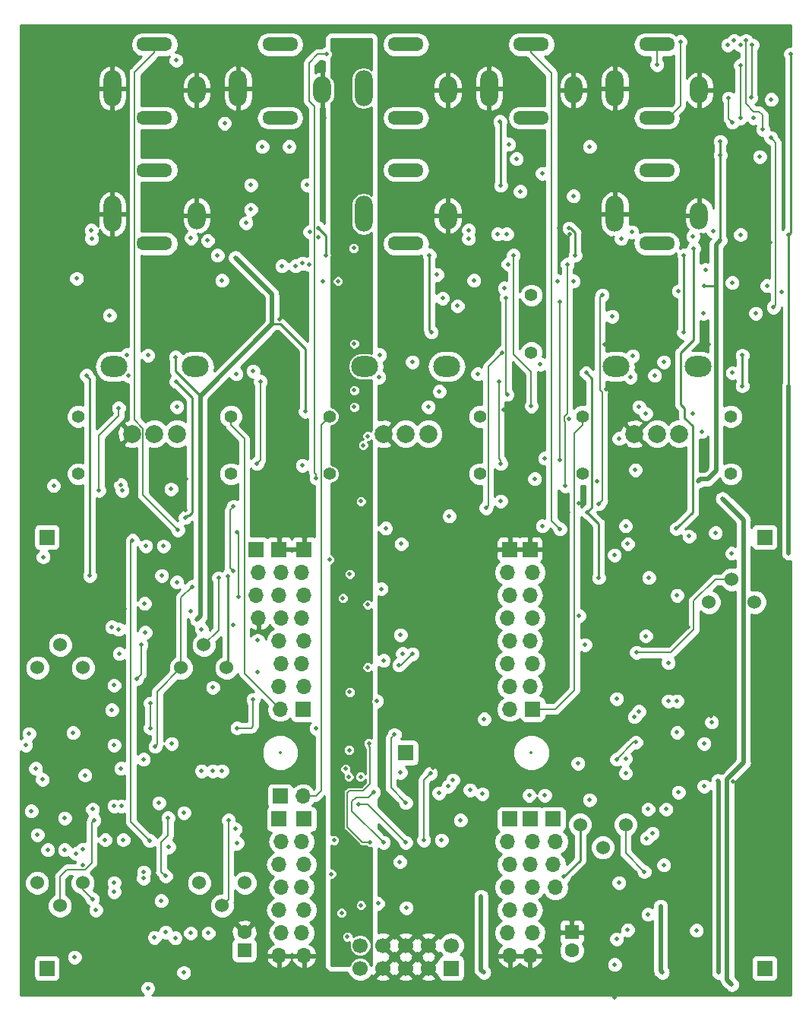
<source format=gbr>
G04 #@! TF.GenerationSoftware,KiCad,Pcbnew,(6.0.0-rc1-dev-1122-gbe0935b)*
G04 #@! TF.CreationDate,2018-11-02T12:34:24-07:00*
G04 #@! TF.ProjectId,50_matter2_comp,35305f6d-6174-4746-9572-325f636f6d70,rev?*
G04 #@! TF.SameCoordinates,Original*
G04 #@! TF.FileFunction,Copper,L3,Inr*
G04 #@! TF.FilePolarity,Positive*
%FSLAX46Y46*%
G04 Gerber Fmt 4.6, Leading zero omitted, Abs format (unit mm)*
G04 Created by KiCad (PCBNEW (6.0.0-rc1-dev-1122-gbe0935b)) date Fri Nov  2 12:34:24 2018*
%MOMM*%
%LPD*%
G01*
G04 APERTURE LIST*
G04 #@! TA.AperFunction,ViaPad*
%ADD10O,4.000000X1.500000*%
G04 #@! TD*
G04 #@! TA.AperFunction,ViaPad*
%ADD11O,2.000000X3.000000*%
G04 #@! TD*
G04 #@! TA.AperFunction,ViaPad*
%ADD12O,2.000000X4.000000*%
G04 #@! TD*
G04 #@! TA.AperFunction,ViaPad*
%ADD13C,1.400000*%
G04 #@! TD*
G04 #@! TA.AperFunction,ViaPad*
%ADD14R,1.700000X1.700000*%
G04 #@! TD*
G04 #@! TA.AperFunction,ViaPad*
%ADD15C,1.700000*%
G04 #@! TD*
G04 #@! TA.AperFunction,ViaPad*
%ADD16C,1.524000*%
G04 #@! TD*
G04 #@! TA.AperFunction,ViaPad*
%ADD17R,1.600000X1.600000*%
G04 #@! TD*
G04 #@! TA.AperFunction,ViaPad*
%ADD18C,1.600000*%
G04 #@! TD*
G04 #@! TA.AperFunction,ViaPad*
%ADD19C,2.000000*%
G04 #@! TD*
G04 #@! TA.AperFunction,ViaPad*
%ADD20O,3.000000X2.300000*%
G04 #@! TD*
G04 #@! TA.AperFunction,ViaPad*
%ADD21O,1.700000X1.700000*%
G04 #@! TD*
G04 #@! TA.AperFunction,ViaPad*
%ADD22C,0.508000*%
G04 #@! TD*
G04 #@! TA.AperFunction,Conductor*
%ADD23C,0.508000*%
G04 #@! TD*
G04 #@! TA.AperFunction,Conductor*
%ADD24C,0.254000*%
G04 #@! TD*
G04 #@! TA.AperFunction,Conductor*
%ADD25C,0.152400*%
G04 #@! TD*
G04 #@! TA.AperFunction,Conductor*
%ADD26C,0.203200*%
G04 #@! TD*
%ADD27C,0.254000*%
%ADD28O,2.200000X0.500000*%
%ADD29O,0.800000X1.400000*%
%ADD30O,0.800000X2.200000*%
%ADD31C,0.350000*%
%ADD32O,2.000000X1.300000*%
G04 APERTURE END LIST*
D10*
G04 #@! TO.N,Net-(J2-Pad2)*
G04 #@! TO.C,J2*
X150000000Y-70300000D03*
G04 #@! TO.N,/TRIG2*
X150000000Y-62100000D03*
D11*
G04 #@! TO.N,GND*
X154700000Y-67200000D03*
D12*
X145300000Y-67000000D03*
G04 #@! TD*
D10*
G04 #@! TO.N,Net-(J9-Pad2)*
G04 #@! TO.C,J9*
X164000000Y-56300000D03*
G04 #@! TO.N,/AUDIO_OUT*
X164000000Y-48100000D03*
D11*
G04 #@! TO.N,GND*
X168700000Y-53200000D03*
D12*
X159300000Y-53000000D03*
G04 #@! TD*
D10*
G04 #@! TO.N,Net-(J3-Pad2)*
G04 #@! TO.C,J3*
X178000000Y-70300000D03*
G04 #@! TO.N,/TRIG3*
X178000000Y-62100000D03*
D11*
G04 #@! TO.N,GND*
X182700000Y-67200000D03*
D12*
X173300000Y-67000000D03*
G04 #@! TD*
D10*
G04 #@! TO.N,Net-(J1-Pad2)*
G04 #@! TO.C,J1*
X122000000Y-70300000D03*
G04 #@! TO.N,/TRIG1*
X122000000Y-62100000D03*
D11*
G04 #@! TO.N,GND*
X126700000Y-67200000D03*
D12*
X117300000Y-67000000D03*
G04 #@! TD*
D13*
G04 #@! TO.N,/Vactrol Pots/M_3*
G04 #@! TO.C,R102*
X141500000Y-95950000D03*
G04 #@! TO.N,/TRIG2*
X141500000Y-89550000D03*
G04 #@! TD*
G04 #@! TO.N,/Vactrol Pots/L_3*
G04 #@! TO.C,R63*
X113500000Y-95950000D03*
G04 #@! TO.N,/TRIG1*
X113500000Y-89550000D03*
G04 #@! TD*
G04 #@! TO.N,/TRIG1*
G04 #@! TO.C,R54*
X130500000Y-89550000D03*
G04 #@! TO.N,/Vactrol Pots/L_1*
X130500000Y-95950000D03*
G04 #@! TD*
G04 #@! TO.N,/Output Vactrol/PCELL_IN1*
G04 #@! TO.C,R197*
X164000000Y-76050000D03*
G04 #@! TO.N,/MIX_OUT*
X164000000Y-82450000D03*
G04 #@! TD*
G04 #@! TO.N,/Vactrol Pots/R_3*
G04 #@! TO.C,R141*
X169750000Y-95950000D03*
G04 #@! TO.N,/TRIG3*
X169750000Y-89550000D03*
G04 #@! TD*
G04 #@! TO.N,/TRIG3*
G04 #@! TO.C,R132*
X186250000Y-89550000D03*
G04 #@! TO.N,/Vactrol Pots/R_1*
X186250000Y-95950000D03*
G04 #@! TD*
G04 #@! TO.N,/TRIG2*
G04 #@! TO.C,R93*
X158250000Y-89550000D03*
G04 #@! TO.N,/Vactrol Pots/M_1*
X158250000Y-95950000D03*
G04 #@! TD*
D14*
G04 #@! TO.N,Net-(D2-Pad1)*
G04 #@! TO.C,J8*
X155080000Y-151000000D03*
D15*
X155080000Y-148460000D03*
G04 #@! TO.N,GND*
X152540000Y-151000000D03*
X152540000Y-148460000D03*
X150000000Y-151000000D03*
X150000000Y-148460000D03*
X147460000Y-151000000D03*
X147460000Y-148460000D03*
G04 #@! TO.N,Net-(D1-Pad2)*
X144920000Y-151000000D03*
X144920000Y-148460000D03*
G04 #@! TD*
D16*
G04 #@! TO.N,/5*
G04 #@! TO.C,RT1*
X111460000Y-144040000D03*
G04 #@! TO.N,/Mix-Out/47k_IN4*
X114000000Y-141500000D03*
G04 #@! TO.N,+5VA*
X108920000Y-141500000D03*
G04 #@! TD*
G04 #@! TO.N,/6*
G04 #@! TO.C,RT2*
X111500000Y-115000000D03*
G04 #@! TO.N,/Mix-Out/47k_IN1*
X108960000Y-117540000D03*
G04 #@! TO.N,+5VA*
X114040000Y-117540000D03*
G04 #@! TD*
G04 #@! TO.N,Net-(R21-Pad2)*
G04 #@! TO.C,RT3*
X127500000Y-115000000D03*
G04 #@! TO.N,/Mix-Out/47k_IN2*
X124960000Y-117540000D03*
G04 #@! TO.N,+5VA*
X130040000Y-117540000D03*
G04 #@! TD*
G04 #@! TO.N,/Instruments/Conga/TRIG3*
G04 #@! TO.C,RT4*
X129540000Y-144040000D03*
G04 #@! TO.N,/Mix-Out/47k_IN3*
X132080000Y-141500000D03*
G04 #@! TO.N,+5VA*
X127000000Y-141500000D03*
G04 #@! TD*
G04 #@! TO.N,/15*
G04 #@! TO.C,RT5*
X171960000Y-137540000D03*
G04 #@! TO.N,/Mix-Out/47k_IN5*
X174500000Y-135000000D03*
G04 #@! TO.N,+5VA*
X169420000Y-135000000D03*
G04 #@! TD*
D17*
G04 #@! TO.N,+12V*
G04 #@! TO.C,C1*
X132000000Y-149000000D03*
D18*
G04 #@! TO.N,GND*
X132000000Y-147000000D03*
G04 #@! TD*
D17*
G04 #@! TO.N,GND*
G04 #@! TO.C,C2*
X168500000Y-147000000D03*
D18*
G04 #@! TO.N,-12V*
X168500000Y-149000000D03*
G04 #@! TD*
D12*
G04 #@! TO.N,GND*
G04 #@! TO.C,J7*
X131300000Y-53000000D03*
D11*
X140700000Y-53200000D03*
D10*
G04 #@! TO.N,/VAC_CV*
X136000000Y-48100000D03*
G04 #@! TO.N,+5V*
X136000000Y-56300000D03*
G04 #@! TD*
D12*
G04 #@! TO.N,GND*
G04 #@! TO.C,J4*
X117300000Y-53000000D03*
D11*
X126700000Y-53200000D03*
D10*
G04 #@! TO.N,/CV1_J*
X122000000Y-48100000D03*
G04 #@! TO.N,/CV3_DEF*
X122000000Y-56300000D03*
G04 #@! TD*
D12*
G04 #@! TO.N,GND*
G04 #@! TO.C,J5*
X145300000Y-53000000D03*
D11*
X154700000Y-53200000D03*
D10*
G04 #@! TO.N,/CV2_J*
X150000000Y-48100000D03*
G04 #@! TO.N,/CV3_DEF*
X150000000Y-56300000D03*
G04 #@! TD*
D12*
G04 #@! TO.N,GND*
G04 #@! TO.C,J6*
X173300000Y-53000000D03*
D11*
X182700000Y-53200000D03*
D10*
G04 #@! TO.N,/CV3_J*
X178000000Y-48100000D03*
G04 #@! TO.N,/CV3_DEF*
X178000000Y-56300000D03*
G04 #@! TD*
D19*
G04 #@! TO.N,GND*
G04 #@! TO.C,RV3*
X175500000Y-91500000D03*
G04 #@! TO.N,/Vactrol Pots/Vactrol Pot R/NON_R*
X178000000Y-91500000D03*
G04 #@! TO.N,Net-(RV3-Pad3)*
X180500000Y-91500000D03*
D20*
G04 #@! TO.N,N/C*
X173450000Y-84000000D03*
X182550000Y-84000000D03*
G04 #@! TD*
D19*
G04 #@! TO.N,GND*
G04 #@! TO.C,RV2*
X147500000Y-91500000D03*
G04 #@! TO.N,/Vactrol Pots/Vactrol Pot M/NON_M*
X150000000Y-91500000D03*
G04 #@! TO.N,Net-(RV2-Pad3)*
X152500000Y-91500000D03*
D20*
G04 #@! TO.N,N/C*
X145450000Y-84000000D03*
X154550000Y-84000000D03*
G04 #@! TD*
D19*
G04 #@! TO.N,GND*
G04 #@! TO.C,RV1*
X119500000Y-91500000D03*
G04 #@! TO.N,/Vactrol Pots/Vactrol Pot L/NON_L*
X122000000Y-91500000D03*
G04 #@! TO.N,Net-(RV1-Pad3)*
X124500000Y-91500000D03*
D20*
G04 #@! TO.N,N/C*
X117450000Y-84000000D03*
X126550000Y-84000000D03*
G04 #@! TD*
D14*
G04 #@! TO.N,GND*
G04 #@! TO.C,J16*
X138670000Y-104380000D03*
D21*
G04 #@! TO.N,/1*
X138410000Y-106920000D03*
G04 #@! TO.N,/2*
X138670000Y-109460000D03*
G04 #@! TO.N,/3*
X138410000Y-112000000D03*
G04 #@! TO.N,/4*
X138670000Y-114540000D03*
G04 #@! TO.N,/5*
X138410000Y-117080000D03*
G04 #@! TO.N,/Vactrol Pots/L_1*
X138670000Y-119620000D03*
G04 #@! TD*
D14*
G04 #@! TO.N,/Vactrol Pots/L_3*
G04 #@! TO.C,J17*
X138670000Y-134380000D03*
D21*
G04 #@! TO.N,/Vactrol Pots/M_3*
X138410000Y-136920000D03*
G04 #@! TO.N,/6*
X138670000Y-139460000D03*
G04 #@! TO.N,/7*
X138410000Y-142000000D03*
G04 #@! TO.N,/8*
X138670000Y-144540000D03*
G04 #@! TO.N,/9*
X138410000Y-147080000D03*
G04 #@! TO.N,GND*
X138670000Y-149620000D03*
G04 #@! TD*
D14*
G04 #@! TO.N,GND*
G04 #@! TO.C,J18*
X161590000Y-104380000D03*
D21*
G04 #@! TO.N,/10*
X161330000Y-106920000D03*
G04 #@! TO.N,/11*
X161590000Y-109460000D03*
G04 #@! TO.N,/12*
X161330000Y-112000000D03*
G04 #@! TO.N,/13*
X161590000Y-114540000D03*
G04 #@! TO.N,/Vactrol Pots/M_1*
X161330000Y-117080000D03*
G04 #@! TO.N,/Vactrol Pots/R_1*
X161590000Y-119620000D03*
G04 #@! TD*
D14*
G04 #@! TO.N,/Vactrol Pots/R_3*
G04 #@! TO.C,J19*
X161590000Y-134380000D03*
D21*
G04 #@! TO.N,/14*
X161330000Y-136920000D03*
G04 #@! TO.N,/15*
X161590000Y-139460000D03*
G04 #@! TO.N,/16*
X161330000Y-142000000D03*
G04 #@! TO.N,/17*
X161590000Y-144540000D03*
G04 #@! TO.N,/18*
X161330000Y-147080000D03*
G04 #@! TO.N,GND*
X161590000Y-149620000D03*
G04 #@! TD*
D14*
G04 #@! TO.N,GND*
G04 #@! TO.C,J10*
X135870000Y-104380000D03*
D21*
G04 #@! TO.N,/1*
X136130000Y-106920000D03*
G04 #@! TO.N,/2*
X135870000Y-109460000D03*
G04 #@! TO.N,/3*
X136130000Y-112000000D03*
G04 #@! TO.N,/4*
X135870000Y-114540000D03*
G04 #@! TO.N,/5*
X136130000Y-117080000D03*
G04 #@! TO.N,/Vactrol Pots/L_1*
X135870000Y-119620000D03*
G04 #@! TD*
D14*
G04 #@! TO.N,/Vactrol Pots/L_3*
G04 #@! TO.C,J11*
X135870000Y-134380000D03*
D21*
G04 #@! TO.N,/Vactrol Pots/M_3*
X136130000Y-136920000D03*
G04 #@! TO.N,/6*
X135870000Y-139460000D03*
G04 #@! TO.N,/7*
X136130000Y-142000000D03*
G04 #@! TO.N,/8*
X135870000Y-144540000D03*
G04 #@! TO.N,/9*
X136130000Y-147080000D03*
G04 #@! TO.N,GND*
X135870000Y-149620000D03*
G04 #@! TD*
D14*
G04 #@! TO.N,GND*
G04 #@! TO.C,J12*
X163870000Y-104380000D03*
D21*
G04 #@! TO.N,/10*
X164130000Y-106920000D03*
G04 #@! TO.N,/11*
X163870000Y-109460000D03*
G04 #@! TO.N,/12*
X164130000Y-112000000D03*
G04 #@! TO.N,/13*
X163870000Y-114540000D03*
G04 #@! TO.N,/Vactrol Pots/M_1*
X164130000Y-117080000D03*
G04 #@! TO.N,/Vactrol Pots/R_1*
X163870000Y-119620000D03*
G04 #@! TD*
D14*
G04 #@! TO.N,/Vactrol Pots/R_3*
G04 #@! TO.C,J13*
X163870000Y-134380000D03*
D21*
G04 #@! TO.N,/14*
X164130000Y-136920000D03*
G04 #@! TO.N,/15*
X163870000Y-139460000D03*
G04 #@! TO.N,/16*
X164130000Y-142000000D03*
G04 #@! TO.N,/17*
X163870000Y-144540000D03*
G04 #@! TO.N,/18*
X164130000Y-147080000D03*
G04 #@! TO.N,GND*
X163870000Y-149620000D03*
G04 #@! TD*
D14*
G04 #@! TO.N,/CV1_C*
G04 #@! TO.C,J14*
X133333000Y-104380000D03*
D21*
G04 #@! TO.N,/CV2_C*
X133587000Y-106920000D03*
G04 #@! TO.N,/CV3_C*
X133333000Y-109460000D03*
G04 #@! TO.N,GND*
X133587000Y-112000000D03*
G04 #@! TD*
D14*
G04 #@! TO.N,/AUDIO_CARD*
G04 #@! TO.C,J15*
X166413000Y-134380000D03*
D21*
G04 #@! TO.N,/AUDIO_OUT*
X166667000Y-136920000D03*
G04 #@! TO.N,/Patch Points/12V_OUT*
X166413000Y-139460000D03*
G04 #@! TO.N,/Patch Points/-12V_OUT*
X166667000Y-142000000D03*
G04 #@! TD*
D14*
G04 #@! TO.N,Net-(M1-Pad1)*
G04 #@! TO.C,M1*
X110000000Y-151000000D03*
G04 #@! TD*
G04 #@! TO.N,Net-(M2-Pad1)*
G04 #@! TO.C,M2*
X110000000Y-103000000D03*
G04 #@! TD*
G04 #@! TO.N,Net-(M3-Pad1)*
G04 #@! TO.C,M3*
X190000000Y-103000000D03*
G04 #@! TD*
G04 #@! TO.N,Net-(M4-Pad1)*
G04 #@! TO.C,M4*
X190000000Y-151000000D03*
G04 #@! TD*
G04 #@! TO.N,Net-(M5-Pad1)*
G04 #@! TO.C,M5*
X150000000Y-127000000D03*
G04 #@! TD*
D16*
G04 #@! TO.N,Net-(R39-Pad2)*
G04 #@! TO.C,RT6*
X186350000Y-107700000D03*
G04 #@! TO.N,Net-(C30-Pad2)*
X183810000Y-110240000D03*
G04 #@! TO.N,Net-(RT6-Pad3)*
X188890000Y-110240000D03*
G04 #@! TD*
D14*
G04 #@! TO.N,/TRIG1*
G04 #@! TO.C,J20*
X138540000Y-122160000D03*
D21*
X136000000Y-122160000D03*
G04 #@! TD*
G04 #@! TO.N,/TRIG2*
G04 #@! TO.C,J21*
X138540000Y-131840000D03*
D14*
X136000000Y-131840000D03*
G04 #@! TD*
G04 #@! TO.N,/TRIG3*
G04 #@! TO.C,J22*
X164130000Y-122160000D03*
D21*
X161590000Y-122160000D03*
G04 #@! TD*
D22*
G04 #@! TO.N,+12V*
X182600000Y-96800000D03*
X182400000Y-146800000D03*
X124350000Y-82950000D03*
X182100000Y-70850000D03*
X181000000Y-71600002D03*
X180950000Y-80200000D03*
X152850000Y-80150000D03*
X152650000Y-71600000D03*
X185050000Y-58950000D03*
X168900000Y-71600000D03*
X141100000Y-71600000D03*
X131000000Y-71850000D03*
X135100000Y-76700000D03*
X126708001Y-112191999D03*
X124300000Y-147650000D03*
X174750000Y-146750000D03*
X190250000Y-75000000D03*
X183250000Y-75000000D03*
X118400000Y-97800000D03*
X127108001Y-97200000D03*
X132200000Y-68000000D03*
X168200000Y-68600000D03*
X164000000Y-88400000D03*
X162000000Y-71600000D03*
X138800000Y-89000000D03*
X140282610Y-68600000D03*
X185050000Y-69950000D03*
X189450000Y-60650000D03*
X185050000Y-60450000D03*
X180140782Y-102059218D03*
G04 #@! TO.N,GND*
X147150000Y-124900000D03*
X181250000Y-122500000D03*
X181250000Y-115500000D03*
X154250000Y-92000000D03*
X157400000Y-144800000D03*
X183991429Y-122948574D03*
X183600000Y-98300000D03*
X183500000Y-95500000D03*
X173000000Y-89500000D03*
X172300000Y-86500000D03*
X183799998Y-81500000D03*
X172200000Y-81500000D03*
X177000000Y-75700000D03*
X170300000Y-74500000D03*
X165200000Y-68600000D03*
X167100000Y-68600000D03*
X164900000Y-59400000D03*
X125200000Y-46900000D03*
X140900000Y-56300000D03*
X159000000Y-74400000D03*
X149000000Y-75800000D03*
X155800000Y-81500000D03*
X145250000Y-92750000D03*
X144250000Y-88500000D03*
X144250000Y-86650000D03*
X144250000Y-81450000D03*
X142450000Y-74500000D03*
X136150000Y-69100000D03*
X136100000Y-75900000D03*
X131250000Y-74450000D03*
X116250000Y-86500000D03*
X116200000Y-88500000D03*
X121000000Y-75750000D03*
X114500000Y-74250000D03*
X116250000Y-81500000D03*
X127750000Y-81500000D03*
X125500000Y-96500000D03*
X147500000Y-105000000D03*
X155000000Y-104750000D03*
X173500000Y-96250000D03*
X176250000Y-102000000D03*
X181500000Y-113000000D03*
X172500000Y-114750000D03*
X171750000Y-123000000D03*
X185500000Y-119250000D03*
X186500000Y-130250000D03*
X180250000Y-143500000D03*
X173250000Y-154250000D03*
X142000000Y-136750000D03*
X125000000Y-121750000D03*
X129000000Y-121750000D03*
X143750000Y-120250000D03*
X145750000Y-117500000D03*
X151300000Y-120300000D03*
X143700000Y-126700000D03*
X147500000Y-139200000D03*
X141700000Y-140500000D03*
X125500000Y-153500000D03*
X125000000Y-150000000D03*
X114000000Y-152500000D03*
X120600000Y-143000000D03*
X123500000Y-129500000D03*
X110500000Y-129500000D03*
X118700000Y-111000000D03*
X108500000Y-111500000D03*
X191300000Y-51800000D03*
X183000000Y-58600000D03*
X159000000Y-111950000D03*
X153050000Y-128650000D03*
X147424532Y-132978946D03*
X139300000Y-129691990D03*
X143650000Y-129691990D03*
X187500000Y-74466590D03*
X187200000Y-79400000D03*
X183600000Y-70000000D03*
X118200000Y-101400000D03*
X125400000Y-100000000D03*
X169304009Y-99250000D03*
X168117390Y-100200000D03*
X130000000Y-69200000D03*
X168254604Y-69258151D03*
X160882610Y-88800000D03*
X161400000Y-96400000D03*
X163207610Y-86600000D03*
X134800000Y-86743598D03*
X135600000Y-96600000D03*
X132800000Y-88400000D03*
X135900000Y-78727372D03*
X140282610Y-69600000D03*
X190600000Y-70200000D03*
X117693872Y-96588642D03*
X187500000Y-60929411D03*
X189200000Y-86950000D03*
G04 #@! TO.N,-12V*
X186350000Y-104800000D03*
X192700000Y-104800000D03*
X185300000Y-98700000D03*
X171290390Y-96800000D03*
X192700000Y-69300000D03*
X187300000Y-69300000D03*
X147000000Y-85200000D03*
X175050000Y-85200000D03*
X192700000Y-86150000D03*
X192900000Y-49200000D03*
X186350000Y-152850000D03*
X187500000Y-82750000D03*
X187500000Y-86150000D03*
X125400000Y-100800000D03*
X124400000Y-85658010D03*
X160600000Y-94800000D03*
X160400000Y-85658010D03*
X133400000Y-94800000D03*
X133800000Y-85658010D03*
X119114171Y-85010901D03*
G04 #@! TO.N,+5V*
X142600000Y-56000000D03*
X114800000Y-107300000D03*
X122800000Y-107300000D03*
X109600000Y-105200000D03*
X142000000Y-121300000D03*
X177100000Y-107500000D03*
X171500000Y-107500000D03*
X170200000Y-100200000D03*
X124400000Y-49900000D03*
X141900000Y-84800000D03*
X160500000Y-56700000D03*
X160600000Y-63800000D03*
X117000000Y-78300000D03*
X118900000Y-82700000D03*
X113300000Y-74200000D03*
X114400000Y-85000000D03*
X131100000Y-84800000D03*
X129500000Y-74400000D03*
X139200000Y-72600000D03*
X136200000Y-72800000D03*
X138500000Y-72500000D03*
X137700000Y-72800000D03*
X140800000Y-74500000D03*
X145100000Y-78300000D03*
X147100000Y-82700000D03*
X157600000Y-74400000D03*
X158000000Y-84800000D03*
X170100000Y-84700000D03*
X175300000Y-82800000D03*
X173000000Y-78400000D03*
X168700000Y-74500000D03*
X166900000Y-74500000D03*
X186400000Y-84700000D03*
X129800000Y-56900000D03*
X146000000Y-114700000D03*
X145100000Y-145800000D03*
X144100000Y-145800000D03*
X143100000Y-145800000D03*
X142500000Y-150300000D03*
X142500000Y-149300000D03*
X142500000Y-148300000D03*
X142500000Y-147300000D03*
X142500000Y-146400000D03*
X184800000Y-130100000D03*
X184900000Y-151500000D03*
X178600000Y-151500000D03*
X178400000Y-144100000D03*
X158700000Y-151500000D03*
X158400000Y-143000000D03*
X113100000Y-149800000D03*
X122000000Y-147600000D03*
X146900000Y-143800000D03*
X187300000Y-48200000D03*
X185900000Y-48200000D03*
X186390603Y-74658010D03*
X162750000Y-64500000D03*
X161250000Y-69250000D03*
X161400000Y-72600000D03*
G04 #@! TO.N,Net-(D8-Pad2)*
X133000000Y-84500000D03*
G04 #@! TO.N,Net-(D11-Pad2)*
X110750000Y-97250000D03*
X118226234Y-97162858D03*
G04 #@! TO.N,Net-(D16-Pad1)*
X120750000Y-141000000D03*
G04 #@! TO.N,Net-(D16-Pad2)*
X122750000Y-143500000D03*
G04 #@! TO.N,Net-(D19-Pad1)*
X120950000Y-113600000D03*
G04 #@! TO.N,Net-(D19-Pad2)*
X120900000Y-110400000D03*
G04 #@! TO.N,Net-(D20-Pad2)*
X161300000Y-87100000D03*
X161200000Y-76400000D03*
X154100000Y-76400000D03*
G04 #@! TO.N,Net-(D23-Pad2)*
X138500000Y-95000000D03*
X145750000Y-91750000D03*
G04 #@! TO.N,Net-(C11-Pad1)*
X113250000Y-138250000D03*
X112000000Y-134306402D03*
G04 #@! TO.N,Net-(C10-Pad1)*
X114000000Y-139500000D03*
X114000000Y-137750000D03*
G04 #@! TO.N,+5VA*
X123600305Y-137515991D03*
X174500000Y-127693572D03*
X125300000Y-133693598D03*
X110100000Y-137800000D03*
X123900000Y-126000000D03*
X115100000Y-133300000D03*
X112000000Y-137800000D03*
X120800000Y-140300000D03*
X112925431Y-124761853D03*
X117500000Y-119500000D03*
X184100000Y-123600000D03*
X176000000Y-122400000D03*
X177000000Y-133300000D03*
X179000000Y-133300000D03*
X155250000Y-130050000D03*
X144955294Y-129691990D03*
X167600000Y-140800000D03*
X130150000Y-107350000D03*
X118093833Y-115984509D03*
G04 #@! TO.N,/Mix-Out/47k_IN4*
X118300000Y-132950000D03*
X150000000Y-137000000D03*
X117500000Y-141500000D03*
X117500000Y-132950000D03*
X144780002Y-132715000D03*
X115100000Y-143300000D03*
G04 #@! TO.N,/Mix-Out/47k_IN1*
X107650000Y-126150000D03*
X117500000Y-126150000D03*
G04 #@! TO.N,Net-(C19-Pad1)*
X121500000Y-124250000D03*
X121500000Y-121500000D03*
G04 #@! TO.N,/Mix-Out/47k_IN2*
X145900420Y-125952732D03*
X122050000Y-126300000D03*
X146000000Y-136950000D03*
X126200000Y-108500000D03*
G04 #@! TO.N,/Mix-Out/47k_IN3*
X123250000Y-140750000D03*
X123500000Y-134250000D03*
X147500000Y-137000000D03*
X122500000Y-132608010D03*
X146400000Y-131400022D03*
G04 #@! TO.N,/Mix-Out/47k_IN5*
X174500000Y-129250000D03*
X152000000Y-136750000D03*
X152750000Y-129300000D03*
X176600000Y-140250000D03*
G04 #@! TO.N,Net-(C30-Pad2)*
X173500000Y-121000000D03*
G04 #@! TO.N,/Mix-Out/22k_IN1*
X154750000Y-130750000D03*
X183250000Y-130750000D03*
X183250000Y-126000000D03*
X154000000Y-136750000D03*
G04 #@! TO.N,Net-(C45-Pad1)*
X150000000Y-132550000D03*
X108000000Y-124900000D03*
X148750000Y-125000000D03*
G04 #@! TO.N,/Mix-Out/+12V_MIX*
X140000000Y-124290390D03*
X131200000Y-137100000D03*
X154850000Y-100650000D03*
X126000000Y-147100000D03*
X143300000Y-128800000D03*
X128000000Y-147100000D03*
X149400000Y-129200000D03*
X158750000Y-123250000D03*
G04 #@! TO.N,Net-(C48-Pad2)*
X153700000Y-131500000D03*
X156100000Y-134500000D03*
G04 #@! TO.N,Net-(C49-Pad1)*
X157150000Y-131150000D03*
X158521528Y-131600965D03*
G04 #@! TO.N,Net-(C50-Pad1)*
X146750000Y-121250000D03*
X147500000Y-116750000D03*
G04 #@! TO.N,Net-(D4-Pad1)*
X133000000Y-121100000D03*
X131200000Y-124250000D03*
G04 #@! TO.N,Net-(D28-Pad2)*
X150050000Y-144300000D03*
G04 #@! TO.N,Net-(D28-Pad1)*
X149350000Y-139150000D03*
G04 #@! TO.N,Net-(D31-Pad2)*
X149400000Y-113900000D03*
G04 #@! TO.N,Net-(D31-Pad1)*
X149629758Y-115980471D03*
G04 #@! TO.N,Net-(D32-Pad2)*
X180400000Y-75600000D03*
X191911211Y-75654956D03*
G04 #@! TO.N,Net-(D35-Pad2)*
X175600000Y-95500000D03*
X165500000Y-94200000D03*
G04 #@! TO.N,Net-(D40-Pad2)*
X177000000Y-145000000D03*
G04 #@! TO.N,Net-(D40-Pad1)*
X178750000Y-139500000D03*
G04 #@! TO.N,Net-(D43-Pad2)*
X176750000Y-114000000D03*
G04 #@! TO.N,Net-(D43-Pad1)*
X180250000Y-109500000D03*
G04 #@! TO.N,Net-(D44-Pad2)*
X161500000Y-59250000D03*
G04 #@! TO.N,Net-(D47-Pad1)*
X132750000Y-63750000D03*
X132750000Y-66500000D03*
G04 #@! TO.N,Net-(D48-Pad1)*
X115000000Y-69750000D03*
X126067704Y-69682610D03*
G04 #@! TO.N,Net-(D50-Pad1)*
X139000000Y-63750000D03*
G04 #@! TO.N,Net-(D51-Pad1)*
X157000000Y-69750000D03*
X139317390Y-68976978D03*
G04 #@! TO.N,Net-(D53-Pad1)*
X170500000Y-59500000D03*
G04 #@! TO.N,Net-(D54-Pad1)*
X174000000Y-69750000D03*
X182000000Y-69500000D03*
G04 #@! TO.N,/1*
X119550000Y-103350000D03*
X121450000Y-136800000D03*
G04 #@! TO.N,/2*
X109500000Y-130000000D03*
X117250002Y-113000000D03*
G04 #@! TO.N,/3*
X133500000Y-114500000D03*
X129500000Y-129031990D03*
G04 #@! TO.N,/5*
X108250000Y-133500000D03*
X118000000Y-113250000D03*
X130750000Y-112750000D03*
X133500000Y-118000000D03*
X115250000Y-134500000D03*
X115450000Y-144550000D03*
G04 #@! TO.N,/Vactrol Pots/L_3*
X121000000Y-104000000D03*
X124500000Y-108000000D03*
X128500000Y-119750000D03*
G04 #@! TO.N,/Vactrol Pots/M_3*
X145750000Y-110500000D03*
X141500000Y-105500000D03*
G04 #@! TO.N,/6*
X127250000Y-113250000D03*
X127250000Y-129031990D03*
G04 #@! TO.N,/7*
X131000000Y-135500000D03*
X128500000Y-129031990D03*
G04 #@! TO.N,/8*
X118250000Y-128750000D03*
X123250000Y-147000000D03*
G04 #@! TO.N,/10*
X170000000Y-115000000D03*
X169304009Y-111750000D03*
G04 #@! TO.N,/12*
X179250000Y-117000000D03*
X179250000Y-121250000D03*
G04 #@! TO.N,/13*
X120750000Y-127750000D03*
X126000000Y-111250000D03*
X117250000Y-122250000D03*
G04 #@! TO.N,/Vactrol Pots/R_1*
X184500000Y-102500000D03*
X174750000Y-103750000D03*
X173250000Y-105000000D03*
X165250000Y-101750000D03*
G04 #@! TO.N,/Vactrol Pots/R_3*
X163750000Y-131750000D03*
X169191257Y-128191257D03*
G04 #@! TO.N,/14*
X116500000Y-136693598D03*
X118500000Y-136693598D03*
X108950000Y-136150000D03*
G04 #@! TO.N,/15*
X170500000Y-132250000D03*
X176850000Y-136550000D03*
G04 #@! TO.N,/16*
X165500000Y-131750000D03*
X180400000Y-131400000D03*
G04 #@! TO.N,/17*
X121250000Y-153250000D03*
X108750000Y-128750000D03*
G04 #@! TO.N,/18*
X180250000Y-121250000D03*
X180250000Y-124750000D03*
G04 #@! TO.N,Net-(R21-Pad2)*
X120000000Y-118750000D03*
X120500000Y-115000000D03*
X129150000Y-107550000D03*
G04 #@! TO.N,/Instruments/Conga/TRIG3*
X130250000Y-134500000D03*
G04 #@! TO.N,Net-(R39-Pad2)*
X175700000Y-115847600D03*
G04 #@! TO.N,Net-(R81-Pad2)*
X121250000Y-82750000D03*
G04 #@! TO.N,Net-(R120-Pad2)*
X150750000Y-83500000D03*
G04 #@! TO.N,Net-(R159-Pad2)*
X183000000Y-91250000D03*
X178750000Y-83500000D03*
G04 #@! TO.N,Net-(R177-Pad1)*
X150750000Y-116000000D03*
X149250000Y-117250000D03*
G04 #@! TO.N,Net-(RV1-Pad3)*
X124500000Y-88500000D03*
G04 #@! TO.N,Net-(RV2-Pad3)*
X152500000Y-88500000D03*
G04 #@! TO.N,/Vactrol Pots/Vactrol Pot L/INV_L*
X117500000Y-142500000D03*
X123832962Y-97650448D03*
G04 #@! TO.N,/Vactrol Pots/Vactrol Pot L/NON_L*
X123000000Y-104000000D03*
G04 #@! TO.N,/Vactrol Pots/Vactrol Pot M/INV_M*
X153750000Y-86750000D03*
X147750000Y-102000000D03*
X149500000Y-103750000D03*
X143500000Y-147500000D03*
G04 #@! TO.N,/Vactrol Pots/Vactrol Pot M/NON_M*
X145000000Y-99000000D03*
G04 #@! TO.N,/Vactrol Pots/Vactrol Pot R/INV_R*
X177750000Y-85000000D03*
X177500000Y-136000000D03*
G04 #@! TO.N,/Vactrol Pots/Vactrol Pot R/NON_R*
X173750000Y-92000000D03*
X174500000Y-101750000D03*
G04 #@! TO.N,/Instruments/+12V_INST*
X175500000Y-123000000D03*
X114250000Y-129500000D03*
X125250000Y-151500000D03*
G04 #@! TO.N,/Mix-Out/-12V_MIX*
X147250000Y-108750000D03*
X173300000Y-150600000D03*
G04 #@! TO.N,/CV3_DEF*
X180600000Y-47800000D03*
X186600000Y-47700000D03*
G04 #@! TO.N,/AUDIO_OUT*
X167200000Y-102100000D03*
X181600000Y-102900000D03*
G04 #@! TO.N,/AUDIO_CARD*
X167750789Y-97281295D03*
X168000000Y-72600000D03*
X183400000Y-73200000D03*
G04 #@! TO.N,/DPDT Analog Switch/IN*
X189800000Y-57600000D03*
X187900000Y-47700000D03*
G04 #@! TO.N,/DPDT Analog Switch/~IN*
X186400000Y-56800000D03*
X186000000Y-54100000D03*
X188500000Y-54000000D03*
X188600000Y-48200000D03*
G04 #@! TO.N,/Patch Points/-12V_OUT*
X173500000Y-147750000D03*
G04 #@! TO.N,/Patch Points/12V_OUT*
X173750000Y-141500000D03*
G04 #@! TO.N,Net-(D58-Pad2)*
X134000000Y-59500000D03*
G04 #@! TO.N,Net-(D58-Pad1)*
X137000000Y-59500000D03*
G04 #@! TO.N,Net-(D59-Pad1)*
X165000000Y-83750000D03*
X161000000Y-75250000D03*
X160250000Y-69250000D03*
X164349299Y-96482610D03*
G04 #@! TO.N,Net-(D60-Pad2)*
X162350000Y-60850000D03*
G04 #@! TO.N,Net-(D60-Pad1)*
X165200000Y-62500000D03*
G04 #@! TO.N,/TRIG1*
X127928610Y-69971390D03*
G04 #@! TO.N,/TRIG2*
X153500000Y-73750000D03*
X155750000Y-77250000D03*
G04 #@! TO.N,/TRIG3*
X168700000Y-65000000D03*
X176750000Y-89250000D03*
X182000000Y-89250000D03*
G04 #@! TO.N,/MIX_OUT*
X160700000Y-82500000D03*
X158950000Y-99750000D03*
G04 #@! TO.N,/Output Vactrol/PCELL_IN1*
X171500000Y-99308002D03*
X171900000Y-76050000D03*
G04 #@! TO.N,/CV1_J*
X124600000Y-102200000D03*
G04 #@! TO.N,/CV2_J*
X140000000Y-96400000D03*
X141200000Y-49200000D03*
G04 #@! TO.N,/CV3_J*
X188800000Y-56300000D03*
X178000000Y-50400000D03*
X187300000Y-50431402D03*
X187300000Y-56300000D03*
G04 #@! TO.N,/CV2_C*
X130800000Y-106800000D03*
X130800000Y-99600000D03*
G04 #@! TO.N,/CV3_C*
X131400000Y-109600000D03*
X131200000Y-102400000D03*
X160600000Y-99000000D03*
G04 #@! TO.N,/Vactrol Pots/CV1*
X115800000Y-97800000D03*
X118000000Y-88600000D03*
G04 #@! TO.N,/Vactrol Pots/CV3*
X168200000Y-89800000D03*
X176000000Y-88500000D03*
G04 #@! TO.N,Net-(C61-Pad2)*
X183200000Y-78082610D03*
X189000000Y-78082610D03*
G04 #@! TO.N,/CV3_J_S*
X190750000Y-54250000D03*
X190709655Y-58525921D03*
X167200000Y-94400000D03*
X167200000Y-76800000D03*
X191000000Y-77400000D03*
G04 #@! TO.N,Net-(Q15-Pad3)*
X114950000Y-68800000D03*
X129000000Y-71600000D03*
G04 #@! TO.N,Net-(Q16-Pad3)*
X157000000Y-68800000D03*
X144200000Y-70800000D03*
G04 #@! TO.N,Net-(Q17-Pad3)*
X184300000Y-68900000D03*
X175200000Y-69000000D03*
G04 #@! TO.N,Net-(C27-Pad1)*
X173500000Y-127750000D03*
X175650000Y-125850000D03*
G04 #@! TO.N,Net-(Q8-Pad1)*
X145000000Y-144000000D03*
X142850000Y-144850000D03*
G04 #@! TO.N,Net-(Q9-Pad1)*
X143750000Y-107100000D03*
X143000000Y-109800000D03*
G04 #@! TD*
D23*
G04 #@! TO.N,+12V*
X183653999Y-96546001D02*
X184600000Y-95600000D01*
X182600000Y-96800000D02*
X182853999Y-96546001D01*
X182853999Y-96546001D02*
X183653999Y-96546001D01*
X185050000Y-69950000D02*
X184600000Y-70400000D01*
X135100000Y-76700000D02*
X135100000Y-75950000D01*
X135100000Y-75950000D02*
X131000000Y-71850000D01*
X127108001Y-87252781D02*
X135100000Y-79260782D01*
X135100000Y-79260782D02*
X135100000Y-76700000D01*
D24*
X127108001Y-87252781D02*
X124350000Y-84494780D01*
X124350000Y-84494780D02*
X124350000Y-82950000D01*
X180950000Y-71650002D02*
X181000000Y-71600002D01*
X180950000Y-80200000D02*
X180950000Y-71650002D01*
X152650000Y-79950000D02*
X152850000Y-80150000D01*
X152650000Y-71600000D02*
X152650000Y-79950000D01*
D23*
X126708001Y-112191999D02*
X127108001Y-111791999D01*
D24*
X183250000Y-75000000D02*
X184600000Y-75000000D01*
D23*
X184600000Y-75000000D02*
X184600000Y-95600000D01*
X184600000Y-70400000D02*
X184600000Y-75000000D01*
X127108001Y-97200000D02*
X127108001Y-87252781D01*
X127108001Y-111791999D02*
X127108001Y-97200000D01*
D24*
X168900000Y-69100000D02*
X168900000Y-71600000D01*
X168400000Y-68600000D02*
X168900000Y-69100000D01*
X168200000Y-68600000D02*
X168400000Y-68600000D01*
D25*
X164000000Y-88400000D02*
X164000000Y-84600000D01*
X164000000Y-84600000D02*
X162000000Y-82600000D01*
X162000000Y-82600000D02*
X162000000Y-71600000D01*
D24*
X138800000Y-89000000D02*
X138800000Y-82000000D01*
X136060782Y-79260782D02*
X135100000Y-79260782D01*
X138800000Y-82000000D02*
X136060782Y-79260782D01*
X141100000Y-69417390D02*
X140536609Y-68853999D01*
X141100000Y-71600000D02*
X141100000Y-69417390D01*
X140536609Y-68853999D02*
X140282610Y-68600000D01*
X185050000Y-58950000D02*
X185050000Y-60450000D01*
X185050000Y-60450000D02*
X185050000Y-69950000D01*
X182000000Y-100200000D02*
X180394781Y-101805219D01*
X180668990Y-88218990D02*
X181100000Y-88650000D01*
X182100000Y-81000000D02*
X180668990Y-82431010D01*
X181100000Y-89700000D02*
X182000000Y-90600000D01*
X181100000Y-88650000D02*
X181100000Y-89700000D01*
X180394781Y-101805219D02*
X180140782Y-102059218D01*
X180668990Y-82431010D02*
X180668990Y-88218990D01*
X182100000Y-70850000D02*
X182100000Y-81000000D01*
X182000000Y-90600000D02*
X182000000Y-100200000D01*
D23*
G04 #@! TO.N,-12V*
X192700000Y-104800000D02*
X192700000Y-86150000D01*
X185553999Y-98953999D02*
X185300000Y-98700000D01*
X187650000Y-101050000D02*
X185553999Y-98953999D01*
X186350000Y-152850000D02*
X185839599Y-152339599D01*
X185839599Y-152339599D02*
X185839599Y-129933007D01*
X185839599Y-129933007D02*
X187650000Y-128122606D01*
X187650000Y-128122606D02*
X187650000Y-101050000D01*
D24*
X187500000Y-82750000D02*
X187500000Y-86150000D01*
X125653999Y-100546001D02*
X125853999Y-100546001D01*
X125400000Y-100800000D02*
X125653999Y-100546001D01*
X125853999Y-100546001D02*
X126200000Y-100200000D01*
X126200000Y-87458010D02*
X124400000Y-85658010D01*
X126200000Y-100200000D02*
X126200000Y-87458010D01*
D25*
X160400000Y-94240790D02*
X160400000Y-85658010D01*
X160600000Y-94440790D02*
X160400000Y-94240790D01*
X160600000Y-94800000D02*
X160600000Y-94440790D01*
X133400000Y-94800000D02*
X133800000Y-94400000D01*
X133800000Y-94400000D02*
X133800000Y-85658010D01*
D24*
X192900000Y-69100000D02*
X192700000Y-69300000D01*
X192900000Y-49200000D02*
X192900000Y-69100000D01*
X192700000Y-69300000D02*
X192700000Y-86150000D01*
G04 #@! TO.N,+5V*
X114400000Y-85000000D02*
X114800000Y-85400000D01*
X114800000Y-85400000D02*
X114800000Y-107300000D01*
X170200000Y-100200000D02*
X171500000Y-101500000D01*
X171500000Y-101500000D02*
X171500000Y-107500000D01*
X170729401Y-99670599D02*
X170200000Y-100200000D01*
X170100000Y-84700000D02*
X170729401Y-85329401D01*
X170729401Y-85329401D02*
X170729401Y-99670599D01*
X160600000Y-63800000D02*
X160600000Y-56800000D01*
X160600000Y-56800000D02*
X160500000Y-56700000D01*
D23*
X184900000Y-151500000D02*
X184900000Y-130200000D01*
X184900000Y-130200000D02*
X184800000Y-130100000D01*
X178400000Y-144100000D02*
X178400000Y-151300000D01*
X178400000Y-151300000D02*
X178600000Y-151500000D01*
X158400000Y-143000000D02*
X158400000Y-151200000D01*
X158400000Y-151200000D02*
X158700000Y-151500000D01*
D25*
G04 #@! TO.N,Net-(D20-Pad2)*
X161200000Y-76400000D02*
X161200000Y-87000000D01*
X161200000Y-87000000D02*
X161300000Y-87100000D01*
D24*
G04 #@! TO.N,+5VA*
X169420000Y-138980000D02*
X169420000Y-135000000D01*
X167600000Y-140800000D02*
X169420000Y-138980000D01*
X130150000Y-117430000D02*
X130040000Y-117540000D01*
X130150000Y-107350000D02*
X130150000Y-117430000D01*
D26*
G04 #@! TO.N,/Mix-Out/47k_IN4*
X145139212Y-132715000D02*
X144780002Y-132715000D01*
X150000000Y-137000000D02*
X145715000Y-132715000D01*
X145715000Y-132715000D02*
X145139212Y-132715000D01*
X114000000Y-142200000D02*
X114000000Y-141500000D01*
X115100000Y-143300000D02*
X114000000Y-142200000D01*
D25*
G04 #@! TO.N,Net-(C19-Pad1)*
X121500000Y-121500000D02*
X121500000Y-124250000D01*
D26*
G04 #@! TO.N,/Mix-Out/47k_IN2*
X122303999Y-126046001D02*
X122050000Y-126300000D01*
X122303999Y-120196001D02*
X122303999Y-126046001D01*
X124960000Y-117540000D02*
X122303999Y-120196001D01*
X146000000Y-130500000D02*
X146000000Y-126411522D01*
X145250000Y-131250000D02*
X146000000Y-130500000D01*
X143705000Y-131250000D02*
X145250000Y-131250000D01*
X146000000Y-136950000D02*
X145200000Y-136950000D01*
X146000000Y-126411522D02*
X145900420Y-126311942D01*
X145200000Y-136950000D02*
X143510000Y-135260000D01*
X143510000Y-135260000D02*
X143510000Y-131445000D01*
X145900420Y-126311942D02*
X145900420Y-125952732D01*
X143510000Y-131445000D02*
X143705000Y-131250000D01*
X124960000Y-109740000D02*
X124960000Y-117540000D01*
X126200000Y-108500000D02*
X124960000Y-109740000D01*
G04 #@! TO.N,/Mix-Out/47k_IN3*
X122750000Y-137000000D02*
X122750000Y-140250000D01*
X122750000Y-140250000D02*
X123250000Y-140750000D01*
X123500000Y-136250000D02*
X122750000Y-137000000D01*
X123500000Y-134250000D02*
X123500000Y-136250000D01*
X144500000Y-131950000D02*
X145850022Y-131950000D01*
X144000000Y-132450000D02*
X144500000Y-131950000D01*
X145850022Y-131950000D02*
X146146001Y-131654021D01*
X144000000Y-133500000D02*
X144000000Y-132450000D01*
X147500000Y-137000000D02*
X144000000Y-133500000D01*
X146146001Y-131654021D02*
X146400000Y-131400022D01*
G04 #@! TO.N,/Mix-Out/47k_IN5*
X152000000Y-136750000D02*
X152000000Y-130050000D01*
X152000000Y-130050000D02*
X152496001Y-129553999D01*
X152496001Y-129553999D02*
X152750000Y-129300000D01*
X174500000Y-138150000D02*
X174500000Y-135000000D01*
X176600000Y-140250000D02*
X174500000Y-138150000D01*
G04 #@! TO.N,Net-(C45-Pad1)*
X148350000Y-125400000D02*
X148750000Y-125000000D01*
X148350000Y-130900000D02*
X148350000Y-125400000D01*
X150000000Y-132550000D02*
X148350000Y-130900000D01*
D25*
G04 #@! TO.N,Net-(D4-Pad1)*
X133000000Y-121100000D02*
X133000000Y-124050000D01*
X133000000Y-124050000D02*
X132800000Y-124250000D01*
X132800000Y-124250000D02*
X131200000Y-124250000D01*
G04 #@! TO.N,/1*
X119350000Y-134700000D02*
X119350000Y-103550000D01*
X119350000Y-103550000D02*
X119550000Y-103350000D01*
X121450000Y-136800000D02*
X119350000Y-134700000D01*
G04 #@! TO.N,/5*
X112250000Y-140000000D02*
X111460000Y-140790000D01*
X111460000Y-140790000D02*
X111460000Y-144040000D01*
X114250000Y-140000000D02*
X112250000Y-140000000D01*
X114996001Y-139253999D02*
X114250000Y-140000000D01*
X115250000Y-134500000D02*
X114996001Y-134753999D01*
X114996001Y-134753999D02*
X114996001Y-139253999D01*
G04 #@! TO.N,Net-(R21-Pad2)*
X120500000Y-115000000D02*
X120500000Y-118250000D01*
X120500000Y-118250000D02*
X120000000Y-118750000D01*
X129150000Y-113350000D02*
X127500000Y-115000000D01*
X129150000Y-107550000D02*
X129150000Y-113350000D01*
G04 #@! TO.N,/Instruments/Conga/TRIG3*
X130250000Y-134500000D02*
X130250000Y-143330000D01*
X130250000Y-143330000D02*
X129540000Y-144040000D01*
G04 #@! TO.N,Net-(R39-Pad2)*
X186350000Y-107700000D02*
X184500000Y-107700000D01*
X184500000Y-107700000D02*
X182100000Y-110100000D01*
X182100000Y-110100000D02*
X182100000Y-113300000D01*
X179552400Y-115847600D02*
X175700000Y-115847600D01*
X182100000Y-113300000D02*
X179552400Y-115847600D01*
G04 #@! TO.N,Net-(R177-Pad1)*
X150750000Y-116000000D02*
X149500000Y-117250000D01*
X149500000Y-117250000D02*
X149250000Y-117250000D01*
G04 #@! TO.N,/CV3_DEF*
X180600000Y-47800000D02*
X180600000Y-54950000D01*
X180600000Y-54950000D02*
X179250000Y-56300000D01*
X179250000Y-56300000D02*
X178000000Y-56300000D01*
D26*
G04 #@! TO.N,/AUDIO_OUT*
X164000000Y-48100000D02*
X164000000Y-49053200D01*
X166254010Y-51307210D02*
X166254010Y-99895990D01*
X164000000Y-49053200D02*
X166254010Y-51307210D01*
X167200000Y-102100000D02*
X166250000Y-101150000D01*
X166250000Y-101150000D02*
X166250000Y-100259210D01*
X166250000Y-100259210D02*
X166250000Y-99900000D01*
G04 #@! TO.N,/AUDIO_CARD*
X167750789Y-90102631D02*
X167691999Y-90043841D01*
X167691999Y-90043841D02*
X167691999Y-89556159D01*
X167750789Y-97281295D02*
X167750789Y-90102631D01*
X167691999Y-89556159D02*
X168000000Y-89248158D01*
X168000000Y-89248158D02*
X168000000Y-72959210D01*
X168000000Y-72959210D02*
X168000000Y-72600000D01*
D25*
G04 #@! TO.N,/DPDT Analog Switch/IN*
X187900000Y-47700000D02*
X187900000Y-54700000D01*
X187900000Y-54700000D02*
X188800000Y-55600000D01*
X189800000Y-56000000D02*
X189800000Y-57600000D01*
X188800000Y-55600000D02*
X189400000Y-55600000D01*
X189400000Y-55600000D02*
X189800000Y-56000000D01*
G04 #@! TO.N,/DPDT Analog Switch/~IN*
X186146001Y-56546001D02*
X186400000Y-56800000D01*
X186000000Y-56400000D02*
X186146001Y-56546001D01*
X186000000Y-54100000D02*
X186000000Y-56400000D01*
X188600000Y-48200000D02*
X188600000Y-53900000D01*
X188600000Y-53900000D02*
X188500000Y-54000000D01*
G04 #@! TO.N,/TRIG1*
X130500000Y-90539949D02*
X132000000Y-92039949D01*
X130500000Y-89550000D02*
X130500000Y-90539949D01*
X132000000Y-118160000D02*
X136000000Y-122160000D01*
X132000000Y-92039949D02*
X132000000Y-118160000D01*
G04 #@! TO.N,/TRIG2*
X140571399Y-90478601D02*
X140571399Y-131228601D01*
X141500000Y-89550000D02*
X140571399Y-90478601D01*
X139960000Y-131840000D02*
X138540000Y-131840000D01*
X140571399Y-131228601D02*
X139960000Y-131840000D01*
G04 #@! TO.N,/TRIG3*
X169750000Y-90539949D02*
X168821399Y-91468550D01*
X169750000Y-89550000D02*
X169750000Y-90539949D01*
X168821399Y-91468550D02*
X168821399Y-120021399D01*
X166682798Y-122160000D02*
X164130000Y-122160000D01*
X168821399Y-120021399D02*
X166682798Y-122160000D01*
G04 #@! TO.N,/MIX_OUT*
X160446001Y-82753999D02*
X160700000Y-82500000D01*
X159203999Y-83996001D02*
X160446001Y-82753999D01*
X159203999Y-99496001D02*
X159203999Y-83996001D01*
X158950000Y-99750000D02*
X159203999Y-99496001D01*
D26*
G04 #@! TO.N,/Output Vactrol/PCELL_IN1*
X171753999Y-99054003D02*
X171500000Y-99308002D01*
X171900000Y-98908002D02*
X171753999Y-99054003D01*
X171900000Y-86851842D02*
X171900000Y-98908002D01*
X171646001Y-86597843D02*
X171900000Y-86851842D01*
X171646001Y-76303999D02*
X171646001Y-86597843D01*
X171900000Y-76050000D02*
X171646001Y-76303999D01*
D25*
G04 #@! TO.N,/CV1_J*
X120728601Y-90910271D02*
X120728601Y-98328601D01*
X122000000Y-49002400D02*
X119771390Y-51231010D01*
X119771390Y-89953060D02*
X120728601Y-90910271D01*
X122000000Y-48100000D02*
X122000000Y-49002400D01*
X119771390Y-51231010D02*
X119771390Y-89953060D01*
X120728601Y-98328601D02*
X124600000Y-102200000D01*
G04 #@! TO.N,/CV2_J*
X140200000Y-49200000D02*
X141200000Y-49200000D01*
X139200000Y-54400000D02*
X139200000Y-50200000D01*
X140000000Y-96400000D02*
X140000000Y-96040790D01*
X139200000Y-50200000D02*
X140200000Y-49200000D01*
X140000000Y-96040790D02*
X139800000Y-95840790D01*
X139800000Y-55000000D02*
X139200000Y-54400000D01*
X139800000Y-95840790D02*
X139800000Y-55000000D01*
G04 #@! TO.N,/CV3_J*
X178000000Y-50400000D02*
X178000000Y-48100000D01*
X187300000Y-56300000D02*
X187300000Y-50431402D01*
G04 #@! TO.N,/CV2_C*
X130800000Y-99600000D02*
X130400000Y-100000000D01*
X130400000Y-106400000D02*
X130800000Y-106800000D01*
X130400000Y-100000000D02*
X130400000Y-106400000D01*
G04 #@! TO.N,/CV3_C*
X131400000Y-102600000D02*
X131200000Y-102400000D01*
X131400000Y-109600000D02*
X131400000Y-102600000D01*
G04 #@! TO.N,/Vactrol Pots/CV1*
X118000000Y-89515802D02*
X118000000Y-88600000D01*
X115800000Y-97800000D02*
X115800000Y-91715802D01*
X115800000Y-91715802D02*
X118000000Y-89515802D01*
G04 #@! TO.N,/CV3_J_S*
X167200000Y-94400000D02*
X167200000Y-76800000D01*
X191253999Y-59070265D02*
X190963654Y-58779920D01*
X191000000Y-77400000D02*
X191253999Y-77146001D01*
X190963654Y-58779920D02*
X190709655Y-58525921D01*
X191253999Y-77146001D02*
X191253999Y-59070265D01*
G04 #@! TO.N,Net-(C27-Pad1)*
X175400000Y-125850000D02*
X175650000Y-125850000D01*
X173500000Y-127750000D02*
X175400000Y-125850000D01*
G04 #@! TD*
D24*
G04 #@! TO.N,+5V*
G36*
X146173000Y-50922407D02*
X145838838Y-50699127D01*
X145300000Y-50591945D01*
X144761161Y-50699127D01*
X144304355Y-51004356D01*
X143999127Y-51461162D01*
X143919000Y-51863987D01*
X143919001Y-54136014D01*
X143999128Y-54538839D01*
X144304356Y-54995645D01*
X144761162Y-55300873D01*
X145300000Y-55408055D01*
X145838839Y-55300873D01*
X146173000Y-55077594D01*
X146173000Y-64922407D01*
X145838838Y-64699127D01*
X145300000Y-64591945D01*
X144761161Y-64699127D01*
X144304355Y-65004356D01*
X143999127Y-65461162D01*
X143919000Y-65863987D01*
X143919001Y-68136014D01*
X143999128Y-68538839D01*
X144304356Y-68995645D01*
X144761162Y-69300873D01*
X145300000Y-69408055D01*
X145838839Y-69300873D01*
X146173000Y-69077594D01*
X146173000Y-82513200D01*
X145950790Y-82469000D01*
X144949210Y-82469000D01*
X144502633Y-82557830D01*
X143996211Y-82896211D01*
X143657830Y-83402633D01*
X143539006Y-84000000D01*
X143657830Y-84597367D01*
X143996211Y-85103789D01*
X144502633Y-85442170D01*
X144949210Y-85531000D01*
X145950790Y-85531000D01*
X146173000Y-85486800D01*
X146173000Y-91094934D01*
X146120267Y-91222242D01*
X146109698Y-91211673D01*
X145876309Y-91115000D01*
X145623691Y-91115000D01*
X145390302Y-91211673D01*
X145211673Y-91390302D01*
X145115000Y-91623691D01*
X145115000Y-91876309D01*
X145211673Y-92109698D01*
X145216975Y-92115000D01*
X145123691Y-92115000D01*
X144890302Y-92211673D01*
X144711673Y-92390302D01*
X144615000Y-92623691D01*
X144615000Y-92876309D01*
X144711673Y-93109698D01*
X144890302Y-93288327D01*
X145123691Y-93385000D01*
X145376309Y-93385000D01*
X145609698Y-93288327D01*
X145788327Y-93109698D01*
X145885000Y-92876309D01*
X145885000Y-92623691D01*
X145788327Y-92390302D01*
X145783025Y-92385000D01*
X145876309Y-92385000D01*
X146109698Y-92288327D01*
X146173000Y-92225025D01*
X146173000Y-110024975D01*
X146109698Y-109961673D01*
X145876309Y-109865000D01*
X145623691Y-109865000D01*
X145390302Y-109961673D01*
X145211673Y-110140302D01*
X145115000Y-110373691D01*
X145115000Y-110626309D01*
X145211673Y-110859698D01*
X145390302Y-111038327D01*
X145623691Y-111135000D01*
X145876309Y-111135000D01*
X146109698Y-111038327D01*
X146173000Y-110975025D01*
X146173000Y-117024975D01*
X146109698Y-116961673D01*
X145876309Y-116865000D01*
X145623691Y-116865000D01*
X145390302Y-116961673D01*
X145211673Y-117140302D01*
X145115000Y-117373691D01*
X145115000Y-117626309D01*
X145211673Y-117859698D01*
X145390302Y-118038327D01*
X145623691Y-118135000D01*
X145876309Y-118135000D01*
X146109698Y-118038327D01*
X146173000Y-117975025D01*
X146173000Y-120983667D01*
X146115000Y-121123691D01*
X146115000Y-121376309D01*
X146173000Y-121516333D01*
X146173000Y-125378320D01*
X146026729Y-125317732D01*
X145774111Y-125317732D01*
X145540722Y-125414405D01*
X145362093Y-125593034D01*
X145265420Y-125826423D01*
X145265420Y-126079041D01*
X145362093Y-126312430D01*
X145419977Y-126370314D01*
X145445821Y-126500242D01*
X145517401Y-126607370D01*
X145517400Y-129389700D01*
X145493621Y-129332292D01*
X145314992Y-129153663D01*
X145081603Y-129056990D01*
X144828985Y-129056990D01*
X144595596Y-129153663D01*
X144416967Y-129332292D01*
X144320294Y-129565681D01*
X144320294Y-129818299D01*
X144416967Y-130051688D01*
X144595596Y-130230317D01*
X144828985Y-130326990D01*
X145081603Y-130326990D01*
X145314992Y-130230317D01*
X145493621Y-130051688D01*
X145517400Y-129994280D01*
X145517400Y-130300101D01*
X145050102Y-130767400D01*
X143752529Y-130767400D01*
X143705000Y-130757946D01*
X143657471Y-130767400D01*
X143516699Y-130795401D01*
X143357065Y-130902065D01*
X143330140Y-130942362D01*
X143202361Y-131070141D01*
X143162066Y-131097065D01*
X143059878Y-131250000D01*
X143055402Y-131256699D01*
X143017946Y-131445000D01*
X143027401Y-131492533D01*
X143027400Y-135212472D01*
X143017946Y-135260000D01*
X143027400Y-135307528D01*
X143055401Y-135448300D01*
X143162065Y-135607935D01*
X143202364Y-135634862D01*
X144825140Y-137257639D01*
X144852065Y-137297935D01*
X144926894Y-137347934D01*
X145011698Y-137404599D01*
X145200000Y-137442054D01*
X145247529Y-137432600D01*
X145584575Y-137432600D01*
X145640302Y-137488327D01*
X145873691Y-137585000D01*
X146126309Y-137585000D01*
X146173000Y-137565660D01*
X146173000Y-150673000D01*
X146116977Y-150673000D01*
X145963592Y-150302694D01*
X145617306Y-149956408D01*
X145164861Y-149769000D01*
X144675139Y-149769000D01*
X144222694Y-149956408D01*
X143876408Y-150302694D01*
X143723023Y-150673000D01*
X141727000Y-150673000D01*
X141727000Y-147373691D01*
X142865000Y-147373691D01*
X142865000Y-147626309D01*
X142961673Y-147859698D01*
X143140302Y-148038327D01*
X143373691Y-148135000D01*
X143626309Y-148135000D01*
X143742053Y-148087057D01*
X143689000Y-148215139D01*
X143689000Y-148704861D01*
X143876408Y-149157306D01*
X144222694Y-149503592D01*
X144675139Y-149691000D01*
X145164861Y-149691000D01*
X145617306Y-149503592D01*
X145963592Y-149157306D01*
X146151000Y-148704861D01*
X146151000Y-148215139D01*
X145963592Y-147762694D01*
X145617306Y-147416408D01*
X145164861Y-147229000D01*
X144675139Y-147229000D01*
X144222694Y-147416408D01*
X144135000Y-147504102D01*
X144135000Y-147373691D01*
X144038327Y-147140302D01*
X143859698Y-146961673D01*
X143626309Y-146865000D01*
X143373691Y-146865000D01*
X143140302Y-146961673D01*
X142961673Y-147140302D01*
X142865000Y-147373691D01*
X141727000Y-147373691D01*
X141727000Y-144723691D01*
X142215000Y-144723691D01*
X142215000Y-144976309D01*
X142311673Y-145209698D01*
X142490302Y-145388327D01*
X142723691Y-145485000D01*
X142976309Y-145485000D01*
X143209698Y-145388327D01*
X143388327Y-145209698D01*
X143485000Y-144976309D01*
X143485000Y-144723691D01*
X143388327Y-144490302D01*
X143209698Y-144311673D01*
X142976309Y-144215000D01*
X142723691Y-144215000D01*
X142490302Y-144311673D01*
X142311673Y-144490302D01*
X142215000Y-144723691D01*
X141727000Y-144723691D01*
X141727000Y-143873691D01*
X144365000Y-143873691D01*
X144365000Y-144126309D01*
X144461673Y-144359698D01*
X144640302Y-144538327D01*
X144873691Y-144635000D01*
X145126309Y-144635000D01*
X145359698Y-144538327D01*
X145538327Y-144359698D01*
X145635000Y-144126309D01*
X145635000Y-143873691D01*
X145538327Y-143640302D01*
X145359698Y-143461673D01*
X145126309Y-143365000D01*
X144873691Y-143365000D01*
X144640302Y-143461673D01*
X144461673Y-143640302D01*
X144365000Y-143873691D01*
X141727000Y-143873691D01*
X141727000Y-141135000D01*
X141826309Y-141135000D01*
X142059698Y-141038327D01*
X142238327Y-140859698D01*
X142335000Y-140626309D01*
X142335000Y-140373691D01*
X142238327Y-140140302D01*
X142059698Y-139961673D01*
X141826309Y-139865000D01*
X141727000Y-139865000D01*
X141727000Y-137324239D01*
X141873691Y-137385000D01*
X142126309Y-137385000D01*
X142359698Y-137288327D01*
X142538327Y-137109698D01*
X142635000Y-136876309D01*
X142635000Y-136623691D01*
X142538327Y-136390302D01*
X142359698Y-136211673D01*
X142126309Y-136115000D01*
X141873691Y-136115000D01*
X141727000Y-136175761D01*
X141727000Y-128673691D01*
X142665000Y-128673691D01*
X142665000Y-128926309D01*
X142761673Y-129159698D01*
X142940302Y-129338327D01*
X143084443Y-129398032D01*
X143015000Y-129565681D01*
X143015000Y-129818299D01*
X143111673Y-130051688D01*
X143290302Y-130230317D01*
X143523691Y-130326990D01*
X143776309Y-130326990D01*
X144009698Y-130230317D01*
X144188327Y-130051688D01*
X144285000Y-129818299D01*
X144285000Y-129565681D01*
X144188327Y-129332292D01*
X144009698Y-129153663D01*
X143865557Y-129093958D01*
X143935000Y-128926309D01*
X143935000Y-128673691D01*
X143838327Y-128440302D01*
X143659698Y-128261673D01*
X143426309Y-128165000D01*
X143173691Y-128165000D01*
X142940302Y-128261673D01*
X142761673Y-128440302D01*
X142665000Y-128673691D01*
X141727000Y-128673691D01*
X141727000Y-126573691D01*
X143065000Y-126573691D01*
X143065000Y-126826309D01*
X143161673Y-127059698D01*
X143340302Y-127238327D01*
X143573691Y-127335000D01*
X143826309Y-127335000D01*
X144059698Y-127238327D01*
X144238327Y-127059698D01*
X144335000Y-126826309D01*
X144335000Y-126573691D01*
X144238327Y-126340302D01*
X144059698Y-126161673D01*
X143826309Y-126065000D01*
X143573691Y-126065000D01*
X143340302Y-126161673D01*
X143161673Y-126340302D01*
X143065000Y-126573691D01*
X141727000Y-126573691D01*
X141727000Y-120123691D01*
X143115000Y-120123691D01*
X143115000Y-120376309D01*
X143211673Y-120609698D01*
X143390302Y-120788327D01*
X143623691Y-120885000D01*
X143876309Y-120885000D01*
X144109698Y-120788327D01*
X144288327Y-120609698D01*
X144385000Y-120376309D01*
X144385000Y-120123691D01*
X144288327Y-119890302D01*
X144109698Y-119711673D01*
X143876309Y-119615000D01*
X143623691Y-119615000D01*
X143390302Y-119711673D01*
X143211673Y-119890302D01*
X143115000Y-120123691D01*
X141727000Y-120123691D01*
X141727000Y-109673691D01*
X142365000Y-109673691D01*
X142365000Y-109926309D01*
X142461673Y-110159698D01*
X142640302Y-110338327D01*
X142873691Y-110435000D01*
X143126309Y-110435000D01*
X143359698Y-110338327D01*
X143538327Y-110159698D01*
X143635000Y-109926309D01*
X143635000Y-109673691D01*
X143538327Y-109440302D01*
X143359698Y-109261673D01*
X143126309Y-109165000D01*
X142873691Y-109165000D01*
X142640302Y-109261673D01*
X142461673Y-109440302D01*
X142365000Y-109673691D01*
X141727000Y-109673691D01*
X141727000Y-106973691D01*
X143115000Y-106973691D01*
X143115000Y-107226309D01*
X143211673Y-107459698D01*
X143390302Y-107638327D01*
X143623691Y-107735000D01*
X143876309Y-107735000D01*
X144109698Y-107638327D01*
X144288327Y-107459698D01*
X144385000Y-107226309D01*
X144385000Y-106973691D01*
X144288327Y-106740302D01*
X144109698Y-106561673D01*
X143876309Y-106465000D01*
X143623691Y-106465000D01*
X143390302Y-106561673D01*
X143211673Y-106740302D01*
X143115000Y-106973691D01*
X141727000Y-106973691D01*
X141727000Y-106093292D01*
X141859698Y-106038327D01*
X142038327Y-105859698D01*
X142135000Y-105626309D01*
X142135000Y-105373691D01*
X142038327Y-105140302D01*
X141859698Y-104961673D01*
X141727000Y-104906708D01*
X141727000Y-98873691D01*
X144365000Y-98873691D01*
X144365000Y-99126309D01*
X144461673Y-99359698D01*
X144640302Y-99538327D01*
X144873691Y-99635000D01*
X145126309Y-99635000D01*
X145359698Y-99538327D01*
X145538327Y-99359698D01*
X145635000Y-99126309D01*
X145635000Y-98873691D01*
X145538327Y-98640302D01*
X145359698Y-98461673D01*
X145126309Y-98365000D01*
X144873691Y-98365000D01*
X144640302Y-98461673D01*
X144461673Y-98640302D01*
X144365000Y-98873691D01*
X141727000Y-98873691D01*
X141727000Y-97026039D01*
X142112337Y-96866428D01*
X142416428Y-96562337D01*
X142581000Y-96165024D01*
X142581000Y-95734976D01*
X142416428Y-95337663D01*
X142112337Y-95033572D01*
X141727000Y-94873961D01*
X141727000Y-90626039D01*
X142112337Y-90466428D01*
X142416428Y-90162337D01*
X142581000Y-89765024D01*
X142581000Y-89334976D01*
X142416428Y-88937663D01*
X142112337Y-88633572D01*
X141727000Y-88473961D01*
X141727000Y-88373691D01*
X143615000Y-88373691D01*
X143615000Y-88626309D01*
X143711673Y-88859698D01*
X143890302Y-89038327D01*
X144123691Y-89135000D01*
X144376309Y-89135000D01*
X144609698Y-89038327D01*
X144788327Y-88859698D01*
X144885000Y-88626309D01*
X144885000Y-88373691D01*
X144788327Y-88140302D01*
X144609698Y-87961673D01*
X144376309Y-87865000D01*
X144123691Y-87865000D01*
X143890302Y-87961673D01*
X143711673Y-88140302D01*
X143615000Y-88373691D01*
X141727000Y-88373691D01*
X141727000Y-86523691D01*
X143615000Y-86523691D01*
X143615000Y-86776309D01*
X143711673Y-87009698D01*
X143890302Y-87188327D01*
X144123691Y-87285000D01*
X144376309Y-87285000D01*
X144609698Y-87188327D01*
X144788327Y-87009698D01*
X144885000Y-86776309D01*
X144885000Y-86523691D01*
X144788327Y-86290302D01*
X144609698Y-86111673D01*
X144376309Y-86015000D01*
X144123691Y-86015000D01*
X143890302Y-86111673D01*
X143711673Y-86290302D01*
X143615000Y-86523691D01*
X141727000Y-86523691D01*
X141727000Y-81323691D01*
X143615000Y-81323691D01*
X143615000Y-81576309D01*
X143711673Y-81809698D01*
X143890302Y-81988327D01*
X144123691Y-82085000D01*
X144376309Y-82085000D01*
X144609698Y-81988327D01*
X144788327Y-81809698D01*
X144885000Y-81576309D01*
X144885000Y-81323691D01*
X144788327Y-81090302D01*
X144609698Y-80911673D01*
X144376309Y-80815000D01*
X144123691Y-80815000D01*
X143890302Y-80911673D01*
X143711673Y-81090302D01*
X143615000Y-81323691D01*
X141727000Y-81323691D01*
X141727000Y-74373691D01*
X141815000Y-74373691D01*
X141815000Y-74626309D01*
X141911673Y-74859698D01*
X142090302Y-75038327D01*
X142323691Y-75135000D01*
X142576309Y-75135000D01*
X142809698Y-75038327D01*
X142988327Y-74859698D01*
X143085000Y-74626309D01*
X143085000Y-74373691D01*
X142988327Y-74140302D01*
X142809698Y-73961673D01*
X142576309Y-73865000D01*
X142323691Y-73865000D01*
X142090302Y-73961673D01*
X141911673Y-74140302D01*
X141815000Y-74373691D01*
X141727000Y-74373691D01*
X141727000Y-71745623D01*
X141735000Y-71726309D01*
X141735000Y-71473691D01*
X141727000Y-71454377D01*
X141727000Y-70673691D01*
X143565000Y-70673691D01*
X143565000Y-70926309D01*
X143661673Y-71159698D01*
X143840302Y-71338327D01*
X144073691Y-71435000D01*
X144326309Y-71435000D01*
X144559698Y-71338327D01*
X144738327Y-71159698D01*
X144835000Y-70926309D01*
X144835000Y-70673691D01*
X144738327Y-70440302D01*
X144559698Y-70261673D01*
X144326309Y-70165000D01*
X144073691Y-70165000D01*
X143840302Y-70261673D01*
X143661673Y-70440302D01*
X143565000Y-70673691D01*
X141727000Y-70673691D01*
X141727000Y-54648719D01*
X142000873Y-54238839D01*
X142081000Y-53836014D01*
X142081000Y-52563986D01*
X142000873Y-52161161D01*
X141727000Y-51751282D01*
X141727000Y-49571025D01*
X141738327Y-49559698D01*
X141835000Y-49326309D01*
X141835000Y-49073691D01*
X141738327Y-48840302D01*
X141727000Y-48828975D01*
X141727000Y-47527000D01*
X146173000Y-47527000D01*
X146173000Y-50922407D01*
X146173000Y-50922407D01*
G37*
X146173000Y-50922407D02*
X145838838Y-50699127D01*
X145300000Y-50591945D01*
X144761161Y-50699127D01*
X144304355Y-51004356D01*
X143999127Y-51461162D01*
X143919000Y-51863987D01*
X143919001Y-54136014D01*
X143999128Y-54538839D01*
X144304356Y-54995645D01*
X144761162Y-55300873D01*
X145300000Y-55408055D01*
X145838839Y-55300873D01*
X146173000Y-55077594D01*
X146173000Y-64922407D01*
X145838838Y-64699127D01*
X145300000Y-64591945D01*
X144761161Y-64699127D01*
X144304355Y-65004356D01*
X143999127Y-65461162D01*
X143919000Y-65863987D01*
X143919001Y-68136014D01*
X143999128Y-68538839D01*
X144304356Y-68995645D01*
X144761162Y-69300873D01*
X145300000Y-69408055D01*
X145838839Y-69300873D01*
X146173000Y-69077594D01*
X146173000Y-82513200D01*
X145950790Y-82469000D01*
X144949210Y-82469000D01*
X144502633Y-82557830D01*
X143996211Y-82896211D01*
X143657830Y-83402633D01*
X143539006Y-84000000D01*
X143657830Y-84597367D01*
X143996211Y-85103789D01*
X144502633Y-85442170D01*
X144949210Y-85531000D01*
X145950790Y-85531000D01*
X146173000Y-85486800D01*
X146173000Y-91094934D01*
X146120267Y-91222242D01*
X146109698Y-91211673D01*
X145876309Y-91115000D01*
X145623691Y-91115000D01*
X145390302Y-91211673D01*
X145211673Y-91390302D01*
X145115000Y-91623691D01*
X145115000Y-91876309D01*
X145211673Y-92109698D01*
X145216975Y-92115000D01*
X145123691Y-92115000D01*
X144890302Y-92211673D01*
X144711673Y-92390302D01*
X144615000Y-92623691D01*
X144615000Y-92876309D01*
X144711673Y-93109698D01*
X144890302Y-93288327D01*
X145123691Y-93385000D01*
X145376309Y-93385000D01*
X145609698Y-93288327D01*
X145788327Y-93109698D01*
X145885000Y-92876309D01*
X145885000Y-92623691D01*
X145788327Y-92390302D01*
X145783025Y-92385000D01*
X145876309Y-92385000D01*
X146109698Y-92288327D01*
X146173000Y-92225025D01*
X146173000Y-110024975D01*
X146109698Y-109961673D01*
X145876309Y-109865000D01*
X145623691Y-109865000D01*
X145390302Y-109961673D01*
X145211673Y-110140302D01*
X145115000Y-110373691D01*
X145115000Y-110626309D01*
X145211673Y-110859698D01*
X145390302Y-111038327D01*
X145623691Y-111135000D01*
X145876309Y-111135000D01*
X146109698Y-111038327D01*
X146173000Y-110975025D01*
X146173000Y-117024975D01*
X146109698Y-116961673D01*
X145876309Y-116865000D01*
X145623691Y-116865000D01*
X145390302Y-116961673D01*
X145211673Y-117140302D01*
X145115000Y-117373691D01*
X145115000Y-117626309D01*
X145211673Y-117859698D01*
X145390302Y-118038327D01*
X145623691Y-118135000D01*
X145876309Y-118135000D01*
X146109698Y-118038327D01*
X146173000Y-117975025D01*
X146173000Y-120983667D01*
X146115000Y-121123691D01*
X146115000Y-121376309D01*
X146173000Y-121516333D01*
X146173000Y-125378320D01*
X146026729Y-125317732D01*
X145774111Y-125317732D01*
X145540722Y-125414405D01*
X145362093Y-125593034D01*
X145265420Y-125826423D01*
X145265420Y-126079041D01*
X145362093Y-126312430D01*
X145419977Y-126370314D01*
X145445821Y-126500242D01*
X145517401Y-126607370D01*
X145517400Y-129389700D01*
X145493621Y-129332292D01*
X145314992Y-129153663D01*
X145081603Y-129056990D01*
X144828985Y-129056990D01*
X144595596Y-129153663D01*
X144416967Y-129332292D01*
X144320294Y-129565681D01*
X144320294Y-129818299D01*
X144416967Y-130051688D01*
X144595596Y-130230317D01*
X144828985Y-130326990D01*
X145081603Y-130326990D01*
X145314992Y-130230317D01*
X145493621Y-130051688D01*
X145517400Y-129994280D01*
X145517400Y-130300101D01*
X145050102Y-130767400D01*
X143752529Y-130767400D01*
X143705000Y-130757946D01*
X143657471Y-130767400D01*
X143516699Y-130795401D01*
X143357065Y-130902065D01*
X143330140Y-130942362D01*
X143202361Y-131070141D01*
X143162066Y-131097065D01*
X143059878Y-131250000D01*
X143055402Y-131256699D01*
X143017946Y-131445000D01*
X143027401Y-131492533D01*
X143027400Y-135212472D01*
X143017946Y-135260000D01*
X143027400Y-135307528D01*
X143055401Y-135448300D01*
X143162065Y-135607935D01*
X143202364Y-135634862D01*
X144825140Y-137257639D01*
X144852065Y-137297935D01*
X144926894Y-137347934D01*
X145011698Y-137404599D01*
X145200000Y-137442054D01*
X145247529Y-137432600D01*
X145584575Y-137432600D01*
X145640302Y-137488327D01*
X145873691Y-137585000D01*
X146126309Y-137585000D01*
X146173000Y-137565660D01*
X146173000Y-150673000D01*
X146116977Y-150673000D01*
X145963592Y-150302694D01*
X145617306Y-149956408D01*
X145164861Y-149769000D01*
X144675139Y-149769000D01*
X144222694Y-149956408D01*
X143876408Y-150302694D01*
X143723023Y-150673000D01*
X141727000Y-150673000D01*
X141727000Y-147373691D01*
X142865000Y-147373691D01*
X142865000Y-147626309D01*
X142961673Y-147859698D01*
X143140302Y-148038327D01*
X143373691Y-148135000D01*
X143626309Y-148135000D01*
X143742053Y-148087057D01*
X143689000Y-148215139D01*
X143689000Y-148704861D01*
X143876408Y-149157306D01*
X144222694Y-149503592D01*
X144675139Y-149691000D01*
X145164861Y-149691000D01*
X145617306Y-149503592D01*
X145963592Y-149157306D01*
X146151000Y-148704861D01*
X146151000Y-148215139D01*
X145963592Y-147762694D01*
X145617306Y-147416408D01*
X145164861Y-147229000D01*
X144675139Y-147229000D01*
X144222694Y-147416408D01*
X144135000Y-147504102D01*
X144135000Y-147373691D01*
X144038327Y-147140302D01*
X143859698Y-146961673D01*
X143626309Y-146865000D01*
X143373691Y-146865000D01*
X143140302Y-146961673D01*
X142961673Y-147140302D01*
X142865000Y-147373691D01*
X141727000Y-147373691D01*
X141727000Y-144723691D01*
X142215000Y-144723691D01*
X142215000Y-144976309D01*
X142311673Y-145209698D01*
X142490302Y-145388327D01*
X142723691Y-145485000D01*
X142976309Y-145485000D01*
X143209698Y-145388327D01*
X143388327Y-145209698D01*
X143485000Y-144976309D01*
X143485000Y-144723691D01*
X143388327Y-144490302D01*
X143209698Y-144311673D01*
X142976309Y-144215000D01*
X142723691Y-144215000D01*
X142490302Y-144311673D01*
X142311673Y-144490302D01*
X142215000Y-144723691D01*
X141727000Y-144723691D01*
X141727000Y-143873691D01*
X144365000Y-143873691D01*
X144365000Y-144126309D01*
X144461673Y-144359698D01*
X144640302Y-144538327D01*
X144873691Y-144635000D01*
X145126309Y-144635000D01*
X145359698Y-144538327D01*
X145538327Y-144359698D01*
X145635000Y-144126309D01*
X145635000Y-143873691D01*
X145538327Y-143640302D01*
X145359698Y-143461673D01*
X145126309Y-143365000D01*
X144873691Y-143365000D01*
X144640302Y-143461673D01*
X144461673Y-143640302D01*
X144365000Y-143873691D01*
X141727000Y-143873691D01*
X141727000Y-141135000D01*
X141826309Y-141135000D01*
X142059698Y-141038327D01*
X142238327Y-140859698D01*
X142335000Y-140626309D01*
X142335000Y-140373691D01*
X142238327Y-140140302D01*
X142059698Y-139961673D01*
X141826309Y-139865000D01*
X141727000Y-139865000D01*
X141727000Y-137324239D01*
X141873691Y-137385000D01*
X142126309Y-137385000D01*
X142359698Y-137288327D01*
X142538327Y-137109698D01*
X142635000Y-136876309D01*
X142635000Y-136623691D01*
X142538327Y-136390302D01*
X142359698Y-136211673D01*
X142126309Y-136115000D01*
X141873691Y-136115000D01*
X141727000Y-136175761D01*
X141727000Y-128673691D01*
X142665000Y-128673691D01*
X142665000Y-128926309D01*
X142761673Y-129159698D01*
X142940302Y-129338327D01*
X143084443Y-129398032D01*
X143015000Y-129565681D01*
X143015000Y-129818299D01*
X143111673Y-130051688D01*
X143290302Y-130230317D01*
X143523691Y-130326990D01*
X143776309Y-130326990D01*
X144009698Y-130230317D01*
X144188327Y-130051688D01*
X144285000Y-129818299D01*
X144285000Y-129565681D01*
X144188327Y-129332292D01*
X144009698Y-129153663D01*
X143865557Y-129093958D01*
X143935000Y-128926309D01*
X143935000Y-128673691D01*
X143838327Y-128440302D01*
X143659698Y-128261673D01*
X143426309Y-128165000D01*
X143173691Y-128165000D01*
X142940302Y-128261673D01*
X142761673Y-128440302D01*
X142665000Y-128673691D01*
X141727000Y-128673691D01*
X141727000Y-126573691D01*
X143065000Y-126573691D01*
X143065000Y-126826309D01*
X143161673Y-127059698D01*
X143340302Y-127238327D01*
X143573691Y-127335000D01*
X143826309Y-127335000D01*
X144059698Y-127238327D01*
X144238327Y-127059698D01*
X144335000Y-126826309D01*
X144335000Y-126573691D01*
X144238327Y-126340302D01*
X144059698Y-126161673D01*
X143826309Y-126065000D01*
X143573691Y-126065000D01*
X143340302Y-126161673D01*
X143161673Y-126340302D01*
X143065000Y-126573691D01*
X141727000Y-126573691D01*
X141727000Y-120123691D01*
X143115000Y-120123691D01*
X143115000Y-120376309D01*
X143211673Y-120609698D01*
X143390302Y-120788327D01*
X143623691Y-120885000D01*
X143876309Y-120885000D01*
X144109698Y-120788327D01*
X144288327Y-120609698D01*
X144385000Y-120376309D01*
X144385000Y-120123691D01*
X144288327Y-119890302D01*
X144109698Y-119711673D01*
X143876309Y-119615000D01*
X143623691Y-119615000D01*
X143390302Y-119711673D01*
X143211673Y-119890302D01*
X143115000Y-120123691D01*
X141727000Y-120123691D01*
X141727000Y-109673691D01*
X142365000Y-109673691D01*
X142365000Y-109926309D01*
X142461673Y-110159698D01*
X142640302Y-110338327D01*
X142873691Y-110435000D01*
X143126309Y-110435000D01*
X143359698Y-110338327D01*
X143538327Y-110159698D01*
X143635000Y-109926309D01*
X143635000Y-109673691D01*
X143538327Y-109440302D01*
X143359698Y-109261673D01*
X143126309Y-109165000D01*
X142873691Y-109165000D01*
X142640302Y-109261673D01*
X142461673Y-109440302D01*
X142365000Y-109673691D01*
X141727000Y-109673691D01*
X141727000Y-106973691D01*
X143115000Y-106973691D01*
X143115000Y-107226309D01*
X143211673Y-107459698D01*
X143390302Y-107638327D01*
X143623691Y-107735000D01*
X143876309Y-107735000D01*
X144109698Y-107638327D01*
X144288327Y-107459698D01*
X144385000Y-107226309D01*
X144385000Y-106973691D01*
X144288327Y-106740302D01*
X144109698Y-106561673D01*
X143876309Y-106465000D01*
X143623691Y-106465000D01*
X143390302Y-106561673D01*
X143211673Y-106740302D01*
X143115000Y-106973691D01*
X141727000Y-106973691D01*
X141727000Y-106093292D01*
X141859698Y-106038327D01*
X142038327Y-105859698D01*
X142135000Y-105626309D01*
X142135000Y-105373691D01*
X142038327Y-105140302D01*
X141859698Y-104961673D01*
X141727000Y-104906708D01*
X141727000Y-98873691D01*
X144365000Y-98873691D01*
X144365000Y-99126309D01*
X144461673Y-99359698D01*
X144640302Y-99538327D01*
X144873691Y-99635000D01*
X145126309Y-99635000D01*
X145359698Y-99538327D01*
X145538327Y-99359698D01*
X145635000Y-99126309D01*
X145635000Y-98873691D01*
X145538327Y-98640302D01*
X145359698Y-98461673D01*
X145126309Y-98365000D01*
X144873691Y-98365000D01*
X144640302Y-98461673D01*
X144461673Y-98640302D01*
X144365000Y-98873691D01*
X141727000Y-98873691D01*
X141727000Y-97026039D01*
X142112337Y-96866428D01*
X142416428Y-96562337D01*
X142581000Y-96165024D01*
X142581000Y-95734976D01*
X142416428Y-95337663D01*
X142112337Y-95033572D01*
X141727000Y-94873961D01*
X141727000Y-90626039D01*
X142112337Y-90466428D01*
X142416428Y-90162337D01*
X142581000Y-89765024D01*
X142581000Y-89334976D01*
X142416428Y-88937663D01*
X142112337Y-88633572D01*
X141727000Y-88473961D01*
X141727000Y-88373691D01*
X143615000Y-88373691D01*
X143615000Y-88626309D01*
X143711673Y-88859698D01*
X143890302Y-89038327D01*
X144123691Y-89135000D01*
X144376309Y-89135000D01*
X144609698Y-89038327D01*
X144788327Y-88859698D01*
X144885000Y-88626309D01*
X144885000Y-88373691D01*
X144788327Y-88140302D01*
X144609698Y-87961673D01*
X144376309Y-87865000D01*
X144123691Y-87865000D01*
X143890302Y-87961673D01*
X143711673Y-88140302D01*
X143615000Y-88373691D01*
X141727000Y-88373691D01*
X141727000Y-86523691D01*
X143615000Y-86523691D01*
X143615000Y-86776309D01*
X143711673Y-87009698D01*
X143890302Y-87188327D01*
X144123691Y-87285000D01*
X144376309Y-87285000D01*
X144609698Y-87188327D01*
X144788327Y-87009698D01*
X144885000Y-86776309D01*
X144885000Y-86523691D01*
X144788327Y-86290302D01*
X144609698Y-86111673D01*
X144376309Y-86015000D01*
X144123691Y-86015000D01*
X143890302Y-86111673D01*
X143711673Y-86290302D01*
X143615000Y-86523691D01*
X141727000Y-86523691D01*
X141727000Y-81323691D01*
X143615000Y-81323691D01*
X143615000Y-81576309D01*
X143711673Y-81809698D01*
X143890302Y-81988327D01*
X144123691Y-82085000D01*
X144376309Y-82085000D01*
X144609698Y-81988327D01*
X144788327Y-81809698D01*
X144885000Y-81576309D01*
X144885000Y-81323691D01*
X144788327Y-81090302D01*
X144609698Y-80911673D01*
X144376309Y-80815000D01*
X144123691Y-80815000D01*
X143890302Y-80911673D01*
X143711673Y-81090302D01*
X143615000Y-81323691D01*
X141727000Y-81323691D01*
X141727000Y-74373691D01*
X141815000Y-74373691D01*
X141815000Y-74626309D01*
X141911673Y-74859698D01*
X142090302Y-75038327D01*
X142323691Y-75135000D01*
X142576309Y-75135000D01*
X142809698Y-75038327D01*
X142988327Y-74859698D01*
X143085000Y-74626309D01*
X143085000Y-74373691D01*
X142988327Y-74140302D01*
X142809698Y-73961673D01*
X142576309Y-73865000D01*
X142323691Y-73865000D01*
X142090302Y-73961673D01*
X141911673Y-74140302D01*
X141815000Y-74373691D01*
X141727000Y-74373691D01*
X141727000Y-71745623D01*
X141735000Y-71726309D01*
X141735000Y-71473691D01*
X141727000Y-71454377D01*
X141727000Y-70673691D01*
X143565000Y-70673691D01*
X143565000Y-70926309D01*
X143661673Y-71159698D01*
X143840302Y-71338327D01*
X144073691Y-71435000D01*
X144326309Y-71435000D01*
X144559698Y-71338327D01*
X144738327Y-71159698D01*
X144835000Y-70926309D01*
X144835000Y-70673691D01*
X144738327Y-70440302D01*
X144559698Y-70261673D01*
X144326309Y-70165000D01*
X144073691Y-70165000D01*
X143840302Y-70261673D01*
X143661673Y-70440302D01*
X143565000Y-70673691D01*
X141727000Y-70673691D01*
X141727000Y-54648719D01*
X142000873Y-54238839D01*
X142081000Y-53836014D01*
X142081000Y-52563986D01*
X142000873Y-52161161D01*
X141727000Y-51751282D01*
X141727000Y-49571025D01*
X141738327Y-49559698D01*
X141835000Y-49326309D01*
X141835000Y-49073691D01*
X141738327Y-48840302D01*
X141727000Y-48828975D01*
X141727000Y-47527000D01*
X146173000Y-47527000D01*
X146173000Y-50922407D01*
G04 #@! TO.N,GND*
G36*
X192940001Y-48311000D02*
X192723167Y-48311000D01*
X192396422Y-48446342D01*
X192146342Y-48696422D01*
X192011000Y-49023167D01*
X192011000Y-49376833D01*
X192138000Y-49683439D01*
X192138001Y-68604763D01*
X191965199Y-68777565D01*
X191965199Y-59140307D01*
X191979131Y-59070265D01*
X191965199Y-59000223D01*
X191965199Y-59000219D01*
X191923935Y-58792769D01*
X191766745Y-58557519D01*
X191707363Y-58517841D01*
X191598655Y-58409133D01*
X191598655Y-58349088D01*
X191463313Y-58022343D01*
X191213233Y-57772263D01*
X190886488Y-57636921D01*
X190689000Y-57636921D01*
X190689000Y-57423167D01*
X190553658Y-57096422D01*
X190511200Y-57053964D01*
X190511200Y-56070041D01*
X190525132Y-55999999D01*
X190511200Y-55929955D01*
X190511200Y-55929954D01*
X190469936Y-55722504D01*
X190469935Y-55722502D01*
X190352424Y-55546636D01*
X190352422Y-55546634D01*
X190312745Y-55487254D01*
X190253366Y-55447578D01*
X189952423Y-55146635D01*
X189912746Y-55087254D01*
X189677496Y-54930064D01*
X189470046Y-54888800D01*
X189470041Y-54888800D01*
X189400000Y-54874868D01*
X189329959Y-54888800D01*
X189094589Y-54888800D01*
X188972372Y-54766584D01*
X189003578Y-54753658D01*
X189253658Y-54503578D01*
X189389000Y-54176833D01*
X189389000Y-54073167D01*
X189861000Y-54073167D01*
X189861000Y-54426833D01*
X189996342Y-54753578D01*
X190246422Y-55003658D01*
X190573167Y-55139000D01*
X190926833Y-55139000D01*
X191253578Y-55003658D01*
X191503658Y-54753578D01*
X191639000Y-54426833D01*
X191639000Y-54073167D01*
X191503658Y-53746422D01*
X191253578Y-53496342D01*
X190926833Y-53361000D01*
X190573167Y-53361000D01*
X190246422Y-53496342D01*
X189996342Y-53746422D01*
X189861000Y-54073167D01*
X189389000Y-54073167D01*
X189389000Y-53823167D01*
X189311200Y-53635341D01*
X189311200Y-48746036D01*
X189353658Y-48703578D01*
X189489000Y-48376833D01*
X189489000Y-48023167D01*
X189353658Y-47696422D01*
X189103578Y-47446342D01*
X188776833Y-47311000D01*
X188701118Y-47311000D01*
X188653658Y-47196422D01*
X188403578Y-46946342D01*
X188076833Y-46811000D01*
X187723167Y-46811000D01*
X187396422Y-46946342D01*
X187250000Y-47092764D01*
X187103578Y-46946342D01*
X186776833Y-46811000D01*
X186423167Y-46811000D01*
X186096422Y-46946342D01*
X185846342Y-47196422D01*
X185798882Y-47311000D01*
X185723167Y-47311000D01*
X185396422Y-47446342D01*
X185146342Y-47696422D01*
X185011000Y-48023167D01*
X185011000Y-48376833D01*
X185146342Y-48703578D01*
X185396422Y-48953658D01*
X185723167Y-49089000D01*
X186076833Y-49089000D01*
X186403578Y-48953658D01*
X186600000Y-48757236D01*
X186796422Y-48953658D01*
X187123167Y-49089000D01*
X187188800Y-49089000D01*
X187188800Y-49542402D01*
X187123167Y-49542402D01*
X186796422Y-49677744D01*
X186546342Y-49927824D01*
X186411000Y-50254569D01*
X186411000Y-50608235D01*
X186546342Y-50934980D01*
X186588801Y-50977439D01*
X186588800Y-53431564D01*
X186503578Y-53346342D01*
X186176833Y-53211000D01*
X185823167Y-53211000D01*
X185496422Y-53346342D01*
X185246342Y-53596422D01*
X185111000Y-53923167D01*
X185111000Y-54276833D01*
X185246342Y-54603578D01*
X185288800Y-54646036D01*
X185288801Y-56329954D01*
X185274868Y-56400000D01*
X185330065Y-56677496D01*
X185447576Y-56853364D01*
X185447579Y-56853367D01*
X185487255Y-56912746D01*
X185511000Y-56928612D01*
X185511000Y-56976833D01*
X185646342Y-57303578D01*
X185896422Y-57553658D01*
X186223167Y-57689000D01*
X186576833Y-57689000D01*
X186903578Y-57553658D01*
X187153658Y-57303578D01*
X187201118Y-57189000D01*
X187476833Y-57189000D01*
X187803578Y-57053658D01*
X188050000Y-56807236D01*
X188296422Y-57053658D01*
X188623167Y-57189000D01*
X188976833Y-57189000D01*
X189014449Y-57173419D01*
X188911000Y-57423167D01*
X188911000Y-57776833D01*
X189046342Y-58103578D01*
X189296422Y-58353658D01*
X189623167Y-58489000D01*
X189820655Y-58489000D01*
X189820655Y-58702754D01*
X189955997Y-59029499D01*
X190206077Y-59279579D01*
X190532822Y-59414921D01*
X190542800Y-59414921D01*
X190542799Y-74159035D01*
X190426833Y-74111000D01*
X190073167Y-74111000D01*
X189746422Y-74246342D01*
X189496342Y-74496422D01*
X189361000Y-74823167D01*
X189361000Y-75176833D01*
X189496342Y-75503578D01*
X189746422Y-75753658D01*
X190073167Y-75889000D01*
X190426833Y-75889000D01*
X190542799Y-75840965D01*
X190542799Y-76627132D01*
X190496422Y-76646342D01*
X190246342Y-76896422D01*
X190111000Y-77223167D01*
X190111000Y-77576833D01*
X190246342Y-77903578D01*
X190496422Y-78153658D01*
X190823167Y-78289000D01*
X191176833Y-78289000D01*
X191503578Y-78153658D01*
X191753658Y-77903578D01*
X191889000Y-77576833D01*
X191889000Y-77475780D01*
X191923935Y-77423497D01*
X191938000Y-77352784D01*
X191938001Y-85666559D01*
X191912175Y-85728909D01*
X191862582Y-85803130D01*
X191845167Y-85890680D01*
X191811000Y-85973167D01*
X191811000Y-86326833D01*
X191811001Y-86326835D01*
X191811000Y-104623167D01*
X191811000Y-104976833D01*
X191845166Y-105059316D01*
X191862581Y-105146869D01*
X191912176Y-105221093D01*
X191946342Y-105303578D01*
X192009471Y-105366707D01*
X192059067Y-105440933D01*
X192133293Y-105490529D01*
X192196422Y-105553658D01*
X192278905Y-105587823D01*
X192353130Y-105637419D01*
X192440685Y-105654835D01*
X192523167Y-105689000D01*
X192612444Y-105689000D01*
X192700000Y-105706416D01*
X192787556Y-105689000D01*
X192876833Y-105689000D01*
X192940000Y-105662835D01*
X192940000Y-154015000D01*
X121726196Y-154015000D01*
X121753578Y-154003658D01*
X122003658Y-153753578D01*
X122139000Y-153426833D01*
X122139000Y-153073167D01*
X122003658Y-152746422D01*
X121753578Y-152496342D01*
X121426833Y-152361000D01*
X121073167Y-152361000D01*
X120746422Y-152496342D01*
X120496342Y-152746422D01*
X120361000Y-153073167D01*
X120361000Y-153426833D01*
X120496342Y-153753578D01*
X120746422Y-154003658D01*
X120773804Y-154015000D01*
X107060000Y-154015000D01*
X107060000Y-150150000D01*
X108502560Y-150150000D01*
X108502560Y-151850000D01*
X108551843Y-152097765D01*
X108692191Y-152307809D01*
X108902235Y-152448157D01*
X109150000Y-152497440D01*
X110850000Y-152497440D01*
X111097765Y-152448157D01*
X111307809Y-152307809D01*
X111448157Y-152097765D01*
X111497440Y-151850000D01*
X111497440Y-151323167D01*
X124361000Y-151323167D01*
X124361000Y-151676833D01*
X124496342Y-152003578D01*
X124746422Y-152253658D01*
X125073167Y-152389000D01*
X125426833Y-152389000D01*
X125753578Y-152253658D01*
X126003658Y-152003578D01*
X126139000Y-151676833D01*
X126139000Y-151323167D01*
X126003658Y-150996422D01*
X125753578Y-150746342D01*
X125426833Y-150611000D01*
X125073167Y-150611000D01*
X124746422Y-150746342D01*
X124496342Y-150996422D01*
X124361000Y-151323167D01*
X111497440Y-151323167D01*
X111497440Y-150150000D01*
X111448157Y-149902235D01*
X111307809Y-149692191D01*
X111204509Y-149623167D01*
X112211000Y-149623167D01*
X112211000Y-149976833D01*
X112346342Y-150303578D01*
X112596422Y-150553658D01*
X112923167Y-150689000D01*
X113276833Y-150689000D01*
X113603578Y-150553658D01*
X113853658Y-150303578D01*
X113989000Y-149976833D01*
X113989000Y-149623167D01*
X113853658Y-149296422D01*
X113603578Y-149046342D01*
X113276833Y-148911000D01*
X112923167Y-148911000D01*
X112596422Y-149046342D01*
X112346342Y-149296422D01*
X112211000Y-149623167D01*
X111204509Y-149623167D01*
X111097765Y-149551843D01*
X110850000Y-149502560D01*
X109150000Y-149502560D01*
X108902235Y-149551843D01*
X108692191Y-149692191D01*
X108551843Y-149902235D01*
X108502560Y-150150000D01*
X107060000Y-150150000D01*
X107060000Y-147423167D01*
X121111000Y-147423167D01*
X121111000Y-147776833D01*
X121246342Y-148103578D01*
X121496422Y-148353658D01*
X121823167Y-148489000D01*
X122176833Y-148489000D01*
X122503578Y-148353658D01*
X122753658Y-148103578D01*
X122876314Y-147807461D01*
X123073167Y-147889000D01*
X123426833Y-147889000D01*
X123435298Y-147885494D01*
X123546342Y-148153578D01*
X123796422Y-148403658D01*
X124123167Y-148539000D01*
X124476833Y-148539000D01*
X124803578Y-148403658D01*
X125007236Y-148200000D01*
X130552560Y-148200000D01*
X130552560Y-149800000D01*
X130601843Y-150047765D01*
X130742191Y-150257809D01*
X130952235Y-150398157D01*
X131200000Y-150447440D01*
X132800000Y-150447440D01*
X133047765Y-150398157D01*
X133257809Y-150257809D01*
X133398157Y-150047765D01*
X133412254Y-149976890D01*
X134428524Y-149976890D01*
X134598355Y-150386924D01*
X134988642Y-150815183D01*
X135513108Y-151061486D01*
X135743000Y-150940819D01*
X135743000Y-149747000D01*
X135997000Y-149747000D01*
X135997000Y-150940819D01*
X136226892Y-151061486D01*
X136751358Y-150815183D01*
X137141645Y-150386924D01*
X137270000Y-150077028D01*
X137398355Y-150386924D01*
X137788642Y-150815183D01*
X138313108Y-151061486D01*
X138543000Y-150940819D01*
X138543000Y-149747000D01*
X138797000Y-149747000D01*
X138797000Y-150940819D01*
X139026892Y-151061486D01*
X139551358Y-150815183D01*
X139941645Y-150386924D01*
X140111476Y-149976890D01*
X139990155Y-149747000D01*
X138797000Y-149747000D01*
X138543000Y-149747000D01*
X137349845Y-149747000D01*
X137270000Y-149898298D01*
X137190155Y-149747000D01*
X135997000Y-149747000D01*
X135743000Y-149747000D01*
X134549845Y-149747000D01*
X134428524Y-149976890D01*
X133412254Y-149976890D01*
X133447440Y-149800000D01*
X133447440Y-148200000D01*
X133398157Y-147952235D01*
X133258005Y-147742484D01*
X133446965Y-147216777D01*
X133419778Y-146646546D01*
X133253864Y-146245995D01*
X133007745Y-146171861D01*
X132179605Y-147000000D01*
X132193748Y-147014142D01*
X132014143Y-147193748D01*
X132000000Y-147179605D01*
X131985858Y-147193748D01*
X131806252Y-147014142D01*
X131820395Y-147000000D01*
X130992255Y-146171861D01*
X130746136Y-146245995D01*
X130553035Y-146783223D01*
X130580222Y-147353454D01*
X130741605Y-147743067D01*
X130601843Y-147952235D01*
X130552560Y-148200000D01*
X125007236Y-148200000D01*
X125053658Y-148153578D01*
X125189000Y-147826833D01*
X125189000Y-147473167D01*
X125053658Y-147146422D01*
X124830403Y-146923167D01*
X125111000Y-146923167D01*
X125111000Y-147276833D01*
X125246342Y-147603578D01*
X125496422Y-147853658D01*
X125823167Y-147989000D01*
X126176833Y-147989000D01*
X126503578Y-147853658D01*
X126753658Y-147603578D01*
X126889000Y-147276833D01*
X126889000Y-146923167D01*
X127111000Y-146923167D01*
X127111000Y-147276833D01*
X127246342Y-147603578D01*
X127496422Y-147853658D01*
X127823167Y-147989000D01*
X128176833Y-147989000D01*
X128503578Y-147853658D01*
X128753658Y-147603578D01*
X128889000Y-147276833D01*
X128889000Y-146923167D01*
X128753658Y-146596422D01*
X128503578Y-146346342D01*
X128176833Y-146211000D01*
X127823167Y-146211000D01*
X127496422Y-146346342D01*
X127246342Y-146596422D01*
X127111000Y-146923167D01*
X126889000Y-146923167D01*
X126753658Y-146596422D01*
X126503578Y-146346342D01*
X126176833Y-146211000D01*
X125823167Y-146211000D01*
X125496422Y-146346342D01*
X125246342Y-146596422D01*
X125111000Y-146923167D01*
X124830403Y-146923167D01*
X124803578Y-146896342D01*
X124476833Y-146761000D01*
X124123167Y-146761000D01*
X124114702Y-146764506D01*
X124003658Y-146496422D01*
X123753578Y-146246342D01*
X123426833Y-146111000D01*
X123073167Y-146111000D01*
X122746422Y-146246342D01*
X122496342Y-146496422D01*
X122373686Y-146792539D01*
X122176833Y-146711000D01*
X121823167Y-146711000D01*
X121496422Y-146846342D01*
X121246342Y-147096422D01*
X121111000Y-147423167D01*
X107060000Y-147423167D01*
X107060000Y-145992255D01*
X131171861Y-145992255D01*
X132000000Y-146820395D01*
X132828139Y-145992255D01*
X132754005Y-145746136D01*
X132216777Y-145553035D01*
X131646546Y-145580222D01*
X131245995Y-145746136D01*
X131171861Y-145992255D01*
X107060000Y-145992255D01*
X107060000Y-143762119D01*
X110063000Y-143762119D01*
X110063000Y-144317881D01*
X110275680Y-144831337D01*
X110668663Y-145224320D01*
X111182119Y-145437000D01*
X111737881Y-145437000D01*
X112251337Y-145224320D01*
X112644320Y-144831337D01*
X112857000Y-144317881D01*
X112857000Y-143762119D01*
X112644320Y-143248663D01*
X112251337Y-142855680D01*
X112171200Y-142822486D01*
X112171200Y-141084588D01*
X112544589Y-140711200D01*
X112814629Y-140711200D01*
X112603000Y-141222119D01*
X112603000Y-141777881D01*
X112815680Y-142291337D01*
X113208663Y-142684320D01*
X113608036Y-142849746D01*
X114211000Y-143452710D01*
X114211000Y-143476833D01*
X114346342Y-143803578D01*
X114596422Y-144053658D01*
X114679151Y-144087925D01*
X114561000Y-144373167D01*
X114561000Y-144726833D01*
X114696342Y-145053578D01*
X114946422Y-145303658D01*
X115273167Y-145439000D01*
X115626833Y-145439000D01*
X115953578Y-145303658D01*
X116203658Y-145053578D01*
X116339000Y-144726833D01*
X116339000Y-144373167D01*
X116203658Y-144046422D01*
X115953578Y-143796342D01*
X115870849Y-143762075D01*
X115989000Y-143476833D01*
X115989000Y-143123167D01*
X115853658Y-142796422D01*
X115603578Y-142546342D01*
X115276833Y-142411000D01*
X115252710Y-142411000D01*
X115158683Y-142316974D01*
X115184320Y-142291337D01*
X115397000Y-141777881D01*
X115397000Y-141323167D01*
X116611000Y-141323167D01*
X116611000Y-141676833D01*
X116744860Y-142000000D01*
X116611000Y-142323167D01*
X116611000Y-142676833D01*
X116746342Y-143003578D01*
X116996422Y-143253658D01*
X117323167Y-143389000D01*
X117676833Y-143389000D01*
X117835768Y-143323167D01*
X121861000Y-143323167D01*
X121861000Y-143676833D01*
X121996342Y-144003578D01*
X122246422Y-144253658D01*
X122573167Y-144389000D01*
X122926833Y-144389000D01*
X123253578Y-144253658D01*
X123503658Y-144003578D01*
X123603673Y-143762119D01*
X128143000Y-143762119D01*
X128143000Y-144317881D01*
X128355680Y-144831337D01*
X128748663Y-145224320D01*
X129262119Y-145437000D01*
X129817881Y-145437000D01*
X130331337Y-145224320D01*
X130724320Y-144831337D01*
X130937000Y-144317881D01*
X130937000Y-143762119D01*
X130890933Y-143650902D01*
X130919935Y-143607497D01*
X130919936Y-143607496D01*
X130961200Y-143400046D01*
X130961200Y-143400042D01*
X130975132Y-143330000D01*
X130961200Y-143259958D01*
X130961200Y-142356857D01*
X131288663Y-142684320D01*
X131802119Y-142897000D01*
X132357881Y-142897000D01*
X132871337Y-142684320D01*
X133264320Y-142291337D01*
X133477000Y-141777881D01*
X133477000Y-141222119D01*
X133264320Y-140708663D01*
X132871337Y-140315680D01*
X132357881Y-140103000D01*
X131802119Y-140103000D01*
X131288663Y-140315680D01*
X130961200Y-140643143D01*
X130961200Y-137963332D01*
X131023167Y-137989000D01*
X131376833Y-137989000D01*
X131703578Y-137853658D01*
X131953658Y-137603578D01*
X132089000Y-137276833D01*
X132089000Y-136923167D01*
X131953658Y-136596422D01*
X131703578Y-136346342D01*
X131491698Y-136258579D01*
X131503578Y-136253658D01*
X131753658Y-136003578D01*
X131889000Y-135676833D01*
X131889000Y-135323167D01*
X131753658Y-134996422D01*
X131503578Y-134746342D01*
X131176833Y-134611000D01*
X131139000Y-134611000D01*
X131139000Y-134323167D01*
X131003658Y-133996422D01*
X130753578Y-133746342D01*
X130426833Y-133611000D01*
X130073167Y-133611000D01*
X129746422Y-133746342D01*
X129496342Y-133996422D01*
X129361000Y-134323167D01*
X129361000Y-134676833D01*
X129496342Y-135003578D01*
X129538800Y-135046036D01*
X129538801Y-142643000D01*
X129262119Y-142643000D01*
X128748663Y-142855680D01*
X128355680Y-143248663D01*
X128143000Y-143762119D01*
X123603673Y-143762119D01*
X123639000Y-143676833D01*
X123639000Y-143323167D01*
X123503658Y-142996422D01*
X123253578Y-142746342D01*
X122926833Y-142611000D01*
X122573167Y-142611000D01*
X122246422Y-142746342D01*
X121996342Y-142996422D01*
X121861000Y-143323167D01*
X117835768Y-143323167D01*
X118003578Y-143253658D01*
X118253658Y-143003578D01*
X118389000Y-142676833D01*
X118389000Y-142323167D01*
X118255140Y-142000000D01*
X118389000Y-141676833D01*
X118389000Y-141323167D01*
X118253658Y-140996422D01*
X118080403Y-140823167D01*
X119861000Y-140823167D01*
X119861000Y-141176833D01*
X119996342Y-141503578D01*
X120246422Y-141753658D01*
X120573167Y-141889000D01*
X120926833Y-141889000D01*
X121253578Y-141753658D01*
X121503658Y-141503578D01*
X121639000Y-141176833D01*
X121639000Y-140823167D01*
X121592272Y-140710355D01*
X121689000Y-140476833D01*
X121689000Y-140123167D01*
X121553658Y-139796422D01*
X121303578Y-139546342D01*
X120976833Y-139411000D01*
X120623167Y-139411000D01*
X120296422Y-139546342D01*
X120046342Y-139796422D01*
X119911000Y-140123167D01*
X119911000Y-140476833D01*
X119957728Y-140589645D01*
X119861000Y-140823167D01*
X118080403Y-140823167D01*
X118003578Y-140746342D01*
X117676833Y-140611000D01*
X117323167Y-140611000D01*
X116996422Y-140746342D01*
X116746342Y-140996422D01*
X116611000Y-141323167D01*
X115397000Y-141323167D01*
X115397000Y-141222119D01*
X115184320Y-140708663D01*
X114865723Y-140390066D01*
X115449368Y-139806421D01*
X115508747Y-139766745D01*
X115548423Y-139707366D01*
X115548425Y-139707364D01*
X115665936Y-139531496D01*
X115665937Y-139531495D01*
X115707201Y-139324045D01*
X115707201Y-139324041D01*
X115721133Y-139253999D01*
X115707201Y-139183957D01*
X115707201Y-137102681D01*
X115746342Y-137197176D01*
X115996422Y-137447256D01*
X116323167Y-137582598D01*
X116676833Y-137582598D01*
X117003578Y-137447256D01*
X117253658Y-137197176D01*
X117389000Y-136870431D01*
X117389000Y-136516765D01*
X117611000Y-136516765D01*
X117611000Y-136870431D01*
X117746342Y-137197176D01*
X117996422Y-137447256D01*
X118323167Y-137582598D01*
X118676833Y-137582598D01*
X119003578Y-137447256D01*
X119253658Y-137197176D01*
X119389000Y-136870431D01*
X119389000Y-136516765D01*
X119253658Y-136190020D01*
X119003578Y-135939940D01*
X118676833Y-135804598D01*
X118323167Y-135804598D01*
X117996422Y-135939940D01*
X117746342Y-136190020D01*
X117611000Y-136516765D01*
X117389000Y-136516765D01*
X117253658Y-136190020D01*
X117003578Y-135939940D01*
X116676833Y-135804598D01*
X116323167Y-135804598D01*
X115996422Y-135939940D01*
X115746342Y-136190020D01*
X115707201Y-136284515D01*
X115707201Y-135272868D01*
X115753578Y-135253658D01*
X116003658Y-135003578D01*
X116139000Y-134676833D01*
X116139000Y-134323167D01*
X116003658Y-133996422D01*
X115832236Y-133825000D01*
X115853658Y-133803578D01*
X115989000Y-133476833D01*
X115989000Y-133123167D01*
X115853658Y-132796422D01*
X115603578Y-132546342D01*
X115276833Y-132411000D01*
X114923167Y-132411000D01*
X114596422Y-132546342D01*
X114346342Y-132796422D01*
X114211000Y-133123167D01*
X114211000Y-133476833D01*
X114346342Y-133803578D01*
X114517764Y-133975000D01*
X114496342Y-133996422D01*
X114361000Y-134323167D01*
X114361000Y-134424220D01*
X114326065Y-134476504D01*
X114284801Y-134683954D01*
X114284801Y-134683958D01*
X114270869Y-134753999D01*
X114284801Y-134824041D01*
X114284801Y-136905722D01*
X114176833Y-136861000D01*
X113823167Y-136861000D01*
X113496422Y-136996342D01*
X113246342Y-137246422D01*
X113198882Y-137361000D01*
X113073167Y-137361000D01*
X112823281Y-137464506D01*
X112753658Y-137296422D01*
X112503578Y-137046342D01*
X112176833Y-136911000D01*
X111823167Y-136911000D01*
X111496422Y-137046342D01*
X111246342Y-137296422D01*
X111111000Y-137623167D01*
X111111000Y-137976833D01*
X111246342Y-138303578D01*
X111496422Y-138553658D01*
X111823167Y-138689000D01*
X112176833Y-138689000D01*
X112426719Y-138585494D01*
X112496342Y-138753578D01*
X112746422Y-139003658D01*
X113073167Y-139139000D01*
X113187284Y-139139000D01*
X113125235Y-139288800D01*
X112320042Y-139288800D01*
X112250000Y-139274868D01*
X112179958Y-139288800D01*
X112179954Y-139288800D01*
X111972504Y-139330064D01*
X111972502Y-139330065D01*
X111972503Y-139330065D01*
X111796635Y-139447576D01*
X111796633Y-139447578D01*
X111737254Y-139487254D01*
X111697578Y-139546633D01*
X111006634Y-140237578D01*
X110947254Y-140277255D01*
X110907578Y-140336634D01*
X110907576Y-140336636D01*
X110830267Y-140452337D01*
X110790064Y-140512505D01*
X110748800Y-140719955D01*
X110748800Y-140719959D01*
X110734868Y-140790000D01*
X110748800Y-140860042D01*
X110748801Y-142822486D01*
X110668663Y-142855680D01*
X110275680Y-143248663D01*
X110063000Y-143762119D01*
X107060000Y-143762119D01*
X107060000Y-141222119D01*
X107523000Y-141222119D01*
X107523000Y-141777881D01*
X107735680Y-142291337D01*
X108128663Y-142684320D01*
X108642119Y-142897000D01*
X109197881Y-142897000D01*
X109711337Y-142684320D01*
X110104320Y-142291337D01*
X110317000Y-141777881D01*
X110317000Y-141222119D01*
X110104320Y-140708663D01*
X109711337Y-140315680D01*
X109197881Y-140103000D01*
X108642119Y-140103000D01*
X108128663Y-140315680D01*
X107735680Y-140708663D01*
X107523000Y-141222119D01*
X107060000Y-141222119D01*
X107060000Y-137623167D01*
X109211000Y-137623167D01*
X109211000Y-137976833D01*
X109346342Y-138303578D01*
X109596422Y-138553658D01*
X109923167Y-138689000D01*
X110276833Y-138689000D01*
X110603578Y-138553658D01*
X110853658Y-138303578D01*
X110989000Y-137976833D01*
X110989000Y-137623167D01*
X110853658Y-137296422D01*
X110603578Y-137046342D01*
X110276833Y-136911000D01*
X109923167Y-136911000D01*
X109596422Y-137046342D01*
X109346342Y-137296422D01*
X109211000Y-137623167D01*
X107060000Y-137623167D01*
X107060000Y-135973167D01*
X108061000Y-135973167D01*
X108061000Y-136326833D01*
X108196342Y-136653578D01*
X108446422Y-136903658D01*
X108773167Y-137039000D01*
X109126833Y-137039000D01*
X109453578Y-136903658D01*
X109703658Y-136653578D01*
X109839000Y-136326833D01*
X109839000Y-135973167D01*
X109703658Y-135646422D01*
X109453578Y-135396342D01*
X109126833Y-135261000D01*
X108773167Y-135261000D01*
X108446422Y-135396342D01*
X108196342Y-135646422D01*
X108061000Y-135973167D01*
X107060000Y-135973167D01*
X107060000Y-133323167D01*
X107361000Y-133323167D01*
X107361000Y-133676833D01*
X107496342Y-134003578D01*
X107746422Y-134253658D01*
X108073167Y-134389000D01*
X108426833Y-134389000D01*
X108753578Y-134253658D01*
X108877667Y-134129569D01*
X111111000Y-134129569D01*
X111111000Y-134483235D01*
X111246342Y-134809980D01*
X111496422Y-135060060D01*
X111823167Y-135195402D01*
X112176833Y-135195402D01*
X112503578Y-135060060D01*
X112753658Y-134809980D01*
X112889000Y-134483235D01*
X112889000Y-134129569D01*
X112753658Y-133802824D01*
X112503578Y-133552744D01*
X112176833Y-133417402D01*
X111823167Y-133417402D01*
X111496422Y-133552744D01*
X111246342Y-133802824D01*
X111111000Y-134129569D01*
X108877667Y-134129569D01*
X109003658Y-134003578D01*
X109139000Y-133676833D01*
X109139000Y-133323167D01*
X109003658Y-132996422D01*
X108753578Y-132746342D01*
X108426833Y-132611000D01*
X108073167Y-132611000D01*
X107746422Y-132746342D01*
X107496342Y-132996422D01*
X107361000Y-133323167D01*
X107060000Y-133323167D01*
X107060000Y-128573167D01*
X107861000Y-128573167D01*
X107861000Y-128926833D01*
X107996342Y-129253578D01*
X108246422Y-129503658D01*
X108573167Y-129639000D01*
X108687284Y-129639000D01*
X108611000Y-129823167D01*
X108611000Y-130176833D01*
X108746342Y-130503578D01*
X108996422Y-130753658D01*
X109323167Y-130889000D01*
X109676833Y-130889000D01*
X110003578Y-130753658D01*
X110253658Y-130503578D01*
X110389000Y-130176833D01*
X110389000Y-129823167D01*
X110253658Y-129496422D01*
X110080403Y-129323167D01*
X113361000Y-129323167D01*
X113361000Y-129676833D01*
X113496342Y-130003578D01*
X113746422Y-130253658D01*
X114073167Y-130389000D01*
X114426833Y-130389000D01*
X114753578Y-130253658D01*
X115003658Y-130003578D01*
X115139000Y-129676833D01*
X115139000Y-129323167D01*
X115003658Y-128996422D01*
X114753578Y-128746342D01*
X114426833Y-128611000D01*
X114073167Y-128611000D01*
X113746422Y-128746342D01*
X113496342Y-128996422D01*
X113361000Y-129323167D01*
X110080403Y-129323167D01*
X110003578Y-129246342D01*
X109676833Y-129111000D01*
X109562716Y-129111000D01*
X109639000Y-128926833D01*
X109639000Y-128573167D01*
X109503658Y-128246422D01*
X109253578Y-127996342D01*
X108926833Y-127861000D01*
X108573167Y-127861000D01*
X108246422Y-127996342D01*
X107996342Y-128246422D01*
X107861000Y-128573167D01*
X107060000Y-128573167D01*
X107060000Y-126817236D01*
X107146422Y-126903658D01*
X107473167Y-127039000D01*
X107826833Y-127039000D01*
X108153578Y-126903658D01*
X108403658Y-126653578D01*
X108539000Y-126326833D01*
X108539000Y-125973167D01*
X116611000Y-125973167D01*
X116611000Y-126326833D01*
X116746342Y-126653578D01*
X116996422Y-126903658D01*
X117323167Y-127039000D01*
X117676833Y-127039000D01*
X118003578Y-126903658D01*
X118253658Y-126653578D01*
X118389000Y-126326833D01*
X118389000Y-125973167D01*
X118253658Y-125646422D01*
X118003578Y-125396342D01*
X117676833Y-125261000D01*
X117323167Y-125261000D01*
X116996422Y-125396342D01*
X116746342Y-125646422D01*
X116611000Y-125973167D01*
X108539000Y-125973167D01*
X108420849Y-125687925D01*
X108503578Y-125653658D01*
X108753658Y-125403578D01*
X108889000Y-125076833D01*
X108889000Y-124723167D01*
X108831778Y-124585020D01*
X112036431Y-124585020D01*
X112036431Y-124938686D01*
X112171773Y-125265431D01*
X112421853Y-125515511D01*
X112748598Y-125650853D01*
X113102264Y-125650853D01*
X113429009Y-125515511D01*
X113679089Y-125265431D01*
X113814431Y-124938686D01*
X113814431Y-124585020D01*
X113679089Y-124258275D01*
X113429009Y-124008195D01*
X113102264Y-123872853D01*
X112748598Y-123872853D01*
X112421853Y-124008195D01*
X112171773Y-124258275D01*
X112036431Y-124585020D01*
X108831778Y-124585020D01*
X108753658Y-124396422D01*
X108503578Y-124146342D01*
X108176833Y-124011000D01*
X107823167Y-124011000D01*
X107496422Y-124146342D01*
X107246342Y-124396422D01*
X107111000Y-124723167D01*
X107111000Y-125076833D01*
X107229151Y-125362075D01*
X107146422Y-125396342D01*
X107060000Y-125482764D01*
X107060000Y-122073167D01*
X116361000Y-122073167D01*
X116361000Y-122426833D01*
X116496342Y-122753578D01*
X116746422Y-123003658D01*
X117073167Y-123139000D01*
X117426833Y-123139000D01*
X117753578Y-123003658D01*
X118003658Y-122753578D01*
X118139000Y-122426833D01*
X118139000Y-122073167D01*
X118003658Y-121746422D01*
X117753578Y-121496342D01*
X117426833Y-121361000D01*
X117073167Y-121361000D01*
X116746422Y-121496342D01*
X116496342Y-121746422D01*
X116361000Y-122073167D01*
X107060000Y-122073167D01*
X107060000Y-119323167D01*
X116611000Y-119323167D01*
X116611000Y-119676833D01*
X116746342Y-120003578D01*
X116996422Y-120253658D01*
X117323167Y-120389000D01*
X117676833Y-120389000D01*
X118003578Y-120253658D01*
X118253658Y-120003578D01*
X118389000Y-119676833D01*
X118389000Y-119323167D01*
X118253658Y-118996422D01*
X118003578Y-118746342D01*
X117676833Y-118611000D01*
X117323167Y-118611000D01*
X116996422Y-118746342D01*
X116746342Y-118996422D01*
X116611000Y-119323167D01*
X107060000Y-119323167D01*
X107060000Y-117262119D01*
X107563000Y-117262119D01*
X107563000Y-117817881D01*
X107775680Y-118331337D01*
X108168663Y-118724320D01*
X108682119Y-118937000D01*
X109237881Y-118937000D01*
X109751337Y-118724320D01*
X110144320Y-118331337D01*
X110357000Y-117817881D01*
X110357000Y-117262119D01*
X112643000Y-117262119D01*
X112643000Y-117817881D01*
X112855680Y-118331337D01*
X113248663Y-118724320D01*
X113762119Y-118937000D01*
X114317881Y-118937000D01*
X114831337Y-118724320D01*
X115224320Y-118331337D01*
X115437000Y-117817881D01*
X115437000Y-117262119D01*
X115224320Y-116748663D01*
X114831337Y-116355680D01*
X114317881Y-116143000D01*
X113762119Y-116143000D01*
X113248663Y-116355680D01*
X112855680Y-116748663D01*
X112643000Y-117262119D01*
X110357000Y-117262119D01*
X110144320Y-116748663D01*
X109751337Y-116355680D01*
X109237881Y-116143000D01*
X108682119Y-116143000D01*
X108168663Y-116355680D01*
X107775680Y-116748663D01*
X107563000Y-117262119D01*
X107060000Y-117262119D01*
X107060000Y-114722119D01*
X110103000Y-114722119D01*
X110103000Y-115277881D01*
X110315680Y-115791337D01*
X110708663Y-116184320D01*
X111222119Y-116397000D01*
X111777881Y-116397000D01*
X112291337Y-116184320D01*
X112684320Y-115791337D01*
X112897000Y-115277881D01*
X112897000Y-114722119D01*
X112684320Y-114208663D01*
X112291337Y-113815680D01*
X111777881Y-113603000D01*
X111222119Y-113603000D01*
X110708663Y-113815680D01*
X110315680Y-114208663D01*
X110103000Y-114722119D01*
X107060000Y-114722119D01*
X107060000Y-112823167D01*
X116361002Y-112823167D01*
X116361002Y-113176833D01*
X116496344Y-113503578D01*
X116746424Y-113753658D01*
X117073169Y-113889000D01*
X117381764Y-113889000D01*
X117496422Y-114003658D01*
X117823167Y-114139000D01*
X118176833Y-114139000D01*
X118503578Y-114003658D01*
X118638801Y-113868435D01*
X118638801Y-115272241D01*
X118597411Y-115230851D01*
X118270666Y-115095509D01*
X117917000Y-115095509D01*
X117590255Y-115230851D01*
X117340175Y-115480931D01*
X117204833Y-115807676D01*
X117204833Y-116161342D01*
X117340175Y-116488087D01*
X117590255Y-116738167D01*
X117917000Y-116873509D01*
X118270666Y-116873509D01*
X118597411Y-116738167D01*
X118638801Y-116696777D01*
X118638800Y-127948800D01*
X118426833Y-127861000D01*
X118073167Y-127861000D01*
X117746422Y-127996342D01*
X117496342Y-128246422D01*
X117361000Y-128573167D01*
X117361000Y-128926833D01*
X117496342Y-129253578D01*
X117746422Y-129503658D01*
X118073167Y-129639000D01*
X118426833Y-129639000D01*
X118638800Y-129551200D01*
X118638800Y-132128089D01*
X118476833Y-132061000D01*
X118123167Y-132061000D01*
X117900000Y-132153439D01*
X117676833Y-132061000D01*
X117323167Y-132061000D01*
X116996422Y-132196342D01*
X116746342Y-132446422D01*
X116611000Y-132773167D01*
X116611000Y-133126833D01*
X116746342Y-133453578D01*
X116996422Y-133703658D01*
X117323167Y-133839000D01*
X117676833Y-133839000D01*
X117900000Y-133746561D01*
X118123167Y-133839000D01*
X118476833Y-133839000D01*
X118638800Y-133771911D01*
X118638800Y-134629959D01*
X118624868Y-134700000D01*
X118638800Y-134770041D01*
X118638800Y-134770045D01*
X118680064Y-134977495D01*
X118680065Y-134977496D01*
X118797576Y-135153364D01*
X118797578Y-135153366D01*
X118837254Y-135212745D01*
X118896634Y-135252422D01*
X120561000Y-136916789D01*
X120561000Y-136976833D01*
X120696342Y-137303578D01*
X120946422Y-137553658D01*
X121273167Y-137689000D01*
X121626833Y-137689000D01*
X121953578Y-137553658D01*
X122013400Y-137493836D01*
X122013401Y-140177455D01*
X121998971Y-140250000D01*
X122056139Y-140537406D01*
X122177849Y-140719558D01*
X122177852Y-140719561D01*
X122218943Y-140781058D01*
X122280440Y-140822149D01*
X122361000Y-140902709D01*
X122361000Y-140926833D01*
X122496342Y-141253578D01*
X122746422Y-141503658D01*
X123073167Y-141639000D01*
X123426833Y-141639000D01*
X123753578Y-141503658D01*
X124003658Y-141253578D01*
X124016688Y-141222119D01*
X125603000Y-141222119D01*
X125603000Y-141777881D01*
X125815680Y-142291337D01*
X126208663Y-142684320D01*
X126722119Y-142897000D01*
X127277881Y-142897000D01*
X127791337Y-142684320D01*
X128184320Y-142291337D01*
X128397000Y-141777881D01*
X128397000Y-141222119D01*
X128184320Y-140708663D01*
X127791337Y-140315680D01*
X127277881Y-140103000D01*
X126722119Y-140103000D01*
X126208663Y-140315680D01*
X125815680Y-140708663D01*
X125603000Y-141222119D01*
X124016688Y-141222119D01*
X124139000Y-140926833D01*
X124139000Y-140573167D01*
X124003658Y-140246422D01*
X123753578Y-139996342D01*
X123486600Y-139885756D01*
X123486600Y-138404991D01*
X123777138Y-138404991D01*
X124103883Y-138269649D01*
X124353963Y-138019569D01*
X124489305Y-137692824D01*
X124489305Y-137339158D01*
X124353963Y-137012413D01*
X124103883Y-136762333D01*
X124056644Y-136742766D01*
X124072149Y-136719561D01*
X124072151Y-136719559D01*
X124193861Y-136537407D01*
X124205192Y-136480441D01*
X124236600Y-136322544D01*
X124236600Y-136322541D01*
X124251029Y-136250001D01*
X124236600Y-136177460D01*
X124236600Y-134770636D01*
X124253658Y-134753578D01*
X124389000Y-134426833D01*
X124389000Y-134073167D01*
X124253658Y-133746422D01*
X124024001Y-133516765D01*
X124411000Y-133516765D01*
X124411000Y-133870431D01*
X124546342Y-134197176D01*
X124796422Y-134447256D01*
X125123167Y-134582598D01*
X125476833Y-134582598D01*
X125803578Y-134447256D01*
X126053658Y-134197176D01*
X126189000Y-133870431D01*
X126189000Y-133516765D01*
X126053658Y-133190020D01*
X125803578Y-132939940D01*
X125476833Y-132804598D01*
X125123167Y-132804598D01*
X124796422Y-132939940D01*
X124546342Y-133190020D01*
X124411000Y-133516765D01*
X124024001Y-133516765D01*
X124003578Y-133496342D01*
X123676833Y-133361000D01*
X123323167Y-133361000D01*
X122996422Y-133496342D01*
X122746342Y-133746422D01*
X122611000Y-134073167D01*
X122611000Y-134426833D01*
X122746342Y-134753578D01*
X122763400Y-134770636D01*
X122763401Y-135944889D01*
X122280442Y-136427849D01*
X122262941Y-136439543D01*
X122203658Y-136296422D01*
X121953578Y-136046342D01*
X121626833Y-135911000D01*
X121566789Y-135911000D01*
X120061200Y-134405412D01*
X120061200Y-132431177D01*
X121611000Y-132431177D01*
X121611000Y-132784843D01*
X121746342Y-133111588D01*
X121996422Y-133361668D01*
X122323167Y-133497010D01*
X122676833Y-133497010D01*
X123003578Y-133361668D01*
X123253658Y-133111588D01*
X123389000Y-132784843D01*
X123389000Y-132431177D01*
X123253658Y-132104432D01*
X123003578Y-131854352D01*
X122676833Y-131719010D01*
X122323167Y-131719010D01*
X121996422Y-131854352D01*
X121746342Y-132104432D01*
X121611000Y-132431177D01*
X120061200Y-132431177D01*
X120061200Y-128855157D01*
X126361000Y-128855157D01*
X126361000Y-129208823D01*
X126496342Y-129535568D01*
X126746422Y-129785648D01*
X127073167Y-129920990D01*
X127426833Y-129920990D01*
X127753578Y-129785648D01*
X127875000Y-129664226D01*
X127996422Y-129785648D01*
X128323167Y-129920990D01*
X128676833Y-129920990D01*
X129000000Y-129787130D01*
X129323167Y-129920990D01*
X129676833Y-129920990D01*
X130003578Y-129785648D01*
X130253658Y-129535568D01*
X130389000Y-129208823D01*
X130389000Y-128855157D01*
X130253658Y-128528412D01*
X130003578Y-128278332D01*
X129676833Y-128142990D01*
X129323167Y-128142990D01*
X129000000Y-128276850D01*
X128676833Y-128142990D01*
X128323167Y-128142990D01*
X127996422Y-128278332D01*
X127875000Y-128399754D01*
X127753578Y-128278332D01*
X127426833Y-128142990D01*
X127073167Y-128142990D01*
X126746422Y-128278332D01*
X126496342Y-128528412D01*
X126361000Y-128855157D01*
X120061200Y-128855157D01*
X120061200Y-128318436D01*
X120246422Y-128503658D01*
X120573167Y-128639000D01*
X120926833Y-128639000D01*
X121253578Y-128503658D01*
X121503658Y-128253578D01*
X121639000Y-127926833D01*
X121639000Y-127573167D01*
X121503658Y-127246422D01*
X121253578Y-126996342D01*
X120926833Y-126861000D01*
X120573167Y-126861000D01*
X120246422Y-126996342D01*
X120061200Y-127181564D01*
X120061200Y-119639000D01*
X120176833Y-119639000D01*
X120503578Y-119503658D01*
X120753658Y-119253578D01*
X120889000Y-118926833D01*
X120889000Y-118866789D01*
X120953366Y-118802422D01*
X121012746Y-118762746D01*
X121052422Y-118703367D01*
X121052424Y-118703365D01*
X121169935Y-118527497D01*
X121169936Y-118527496D01*
X121211200Y-118320046D01*
X121211200Y-118320042D01*
X121225132Y-118250000D01*
X121211200Y-118179958D01*
X121211200Y-115546036D01*
X121253658Y-115503578D01*
X121389000Y-115176833D01*
X121389000Y-114823167D01*
X121253658Y-114496422D01*
X121211264Y-114454028D01*
X121453578Y-114353658D01*
X121703658Y-114103578D01*
X121839000Y-113776833D01*
X121839000Y-113423167D01*
X121703658Y-113096422D01*
X121453578Y-112846342D01*
X121126833Y-112711000D01*
X120773167Y-112711000D01*
X120446422Y-112846342D01*
X120196342Y-113096422D01*
X120061200Y-113422684D01*
X120061200Y-110698027D01*
X120146342Y-110903578D01*
X120396422Y-111153658D01*
X120723167Y-111289000D01*
X121076833Y-111289000D01*
X121403578Y-111153658D01*
X121653658Y-110903578D01*
X121789000Y-110576833D01*
X121789000Y-110223167D01*
X121653658Y-109896422D01*
X121403578Y-109646342D01*
X121076833Y-109511000D01*
X120723167Y-109511000D01*
X120396422Y-109646342D01*
X120146342Y-109896422D01*
X120061200Y-110101973D01*
X120061200Y-107123167D01*
X121911000Y-107123167D01*
X121911000Y-107476833D01*
X122046342Y-107803578D01*
X122296422Y-108053658D01*
X122623167Y-108189000D01*
X122976833Y-108189000D01*
X123303578Y-108053658D01*
X123553658Y-107803578D01*
X123689000Y-107476833D01*
X123689000Y-107123167D01*
X123553658Y-106796422D01*
X123303578Y-106546342D01*
X122976833Y-106411000D01*
X122623167Y-106411000D01*
X122296422Y-106546342D01*
X122046342Y-106796422D01*
X121911000Y-107123167D01*
X120061200Y-107123167D01*
X120061200Y-104096036D01*
X120111000Y-104046236D01*
X120111000Y-104176833D01*
X120246342Y-104503578D01*
X120496422Y-104753658D01*
X120823167Y-104889000D01*
X121176833Y-104889000D01*
X121503578Y-104753658D01*
X121753658Y-104503578D01*
X121889000Y-104176833D01*
X121889000Y-103823167D01*
X122111000Y-103823167D01*
X122111000Y-104176833D01*
X122246342Y-104503578D01*
X122496422Y-104753658D01*
X122823167Y-104889000D01*
X123176833Y-104889000D01*
X123503578Y-104753658D01*
X123753658Y-104503578D01*
X123889000Y-104176833D01*
X123889000Y-103823167D01*
X123753658Y-103496422D01*
X123503578Y-103246342D01*
X123176833Y-103111000D01*
X122823167Y-103111000D01*
X122496422Y-103246342D01*
X122246342Y-103496422D01*
X122111000Y-103823167D01*
X121889000Y-103823167D01*
X121753658Y-103496422D01*
X121503578Y-103246342D01*
X121176833Y-103111000D01*
X120823167Y-103111000D01*
X120496422Y-103246342D01*
X120439000Y-103303764D01*
X120439000Y-103173167D01*
X120303658Y-102846422D01*
X120053578Y-102596342D01*
X119726833Y-102461000D01*
X119373167Y-102461000D01*
X119046422Y-102596342D01*
X118796342Y-102846422D01*
X118661000Y-103173167D01*
X118661000Y-103368351D01*
X118624868Y-103550000D01*
X118638801Y-103620046D01*
X118638801Y-112631565D01*
X118503578Y-112496342D01*
X118176833Y-112361000D01*
X117868238Y-112361000D01*
X117753580Y-112246342D01*
X117426835Y-112111000D01*
X117073169Y-112111000D01*
X116746424Y-112246342D01*
X116496344Y-112496422D01*
X116361002Y-112823167D01*
X107060000Y-112823167D01*
X107060000Y-102150000D01*
X108502560Y-102150000D01*
X108502560Y-103850000D01*
X108551843Y-104097765D01*
X108692191Y-104307809D01*
X108902235Y-104448157D01*
X109062691Y-104480073D01*
X108846342Y-104696422D01*
X108711000Y-105023167D01*
X108711000Y-105376833D01*
X108846342Y-105703578D01*
X109096422Y-105953658D01*
X109423167Y-106089000D01*
X109776833Y-106089000D01*
X110103578Y-105953658D01*
X110353658Y-105703578D01*
X110489000Y-105376833D01*
X110489000Y-105023167D01*
X110353658Y-104696422D01*
X110154676Y-104497440D01*
X110850000Y-104497440D01*
X111097765Y-104448157D01*
X111307809Y-104307809D01*
X111448157Y-104097765D01*
X111497440Y-103850000D01*
X111497440Y-102150000D01*
X111448157Y-101902235D01*
X111307809Y-101692191D01*
X111097765Y-101551843D01*
X110850000Y-101502560D01*
X109150000Y-101502560D01*
X108902235Y-101551843D01*
X108692191Y-101692191D01*
X108551843Y-101902235D01*
X108502560Y-102150000D01*
X107060000Y-102150000D01*
X107060000Y-97073167D01*
X109861000Y-97073167D01*
X109861000Y-97426833D01*
X109996342Y-97753578D01*
X110246422Y-98003658D01*
X110573167Y-98139000D01*
X110926833Y-98139000D01*
X111253578Y-98003658D01*
X111503658Y-97753578D01*
X111639000Y-97426833D01*
X111639000Y-97073167D01*
X111503658Y-96746422D01*
X111253578Y-96496342D01*
X110926833Y-96361000D01*
X110573167Y-96361000D01*
X110246422Y-96496342D01*
X109996342Y-96746422D01*
X109861000Y-97073167D01*
X107060000Y-97073167D01*
X107060000Y-89284452D01*
X112165000Y-89284452D01*
X112165000Y-89815548D01*
X112368242Y-90306217D01*
X112743783Y-90681758D01*
X113234452Y-90885000D01*
X113765548Y-90885000D01*
X114038000Y-90772146D01*
X114038000Y-94727854D01*
X113765548Y-94615000D01*
X113234452Y-94615000D01*
X112743783Y-94818242D01*
X112368242Y-95193783D01*
X112165000Y-95684452D01*
X112165000Y-96215548D01*
X112368242Y-96706217D01*
X112743783Y-97081758D01*
X113234452Y-97285000D01*
X113765548Y-97285000D01*
X114038001Y-97172146D01*
X114038001Y-106816559D01*
X113911000Y-107123167D01*
X113911000Y-107476833D01*
X114046342Y-107803578D01*
X114296422Y-108053658D01*
X114623167Y-108189000D01*
X114976833Y-108189000D01*
X115303578Y-108053658D01*
X115553658Y-107803578D01*
X115689000Y-107476833D01*
X115689000Y-107123167D01*
X115562000Y-106816561D01*
X115562000Y-98663664D01*
X115623167Y-98689000D01*
X115976833Y-98689000D01*
X116303578Y-98553658D01*
X116553658Y-98303578D01*
X116689000Y-97976833D01*
X116689000Y-97623167D01*
X116553658Y-97296422D01*
X116511200Y-97253964D01*
X116511200Y-96986025D01*
X117337234Y-96986025D01*
X117337234Y-97339691D01*
X117472576Y-97666436D01*
X117511000Y-97704860D01*
X117511000Y-97976833D01*
X117646342Y-98303578D01*
X117896422Y-98553658D01*
X118223167Y-98689000D01*
X118576833Y-98689000D01*
X118903578Y-98553658D01*
X119153658Y-98303578D01*
X119289000Y-97976833D01*
X119289000Y-97623167D01*
X119153658Y-97296422D01*
X119115234Y-97257998D01*
X119115234Y-96986025D01*
X118979892Y-96659280D01*
X118729812Y-96409200D01*
X118403067Y-96273858D01*
X118049401Y-96273858D01*
X117722656Y-96409200D01*
X117472576Y-96659280D01*
X117337234Y-96986025D01*
X116511200Y-96986025D01*
X116511200Y-92010390D01*
X117286129Y-91235461D01*
X117854092Y-91235461D01*
X117878144Y-91885460D01*
X118080613Y-92374264D01*
X118347468Y-92472927D01*
X119320395Y-91500000D01*
X118347468Y-90527073D01*
X118080613Y-90625736D01*
X117854092Y-91235461D01*
X117286129Y-91235461D01*
X118453369Y-90068222D01*
X118512745Y-90028548D01*
X118552420Y-89969171D01*
X118552424Y-89969167D01*
X118669935Y-89793299D01*
X118669936Y-89793298D01*
X118711200Y-89585848D01*
X118711200Y-89585844D01*
X118725132Y-89515802D01*
X118711200Y-89445760D01*
X118711200Y-89146036D01*
X118753658Y-89103578D01*
X118889000Y-88776833D01*
X118889000Y-88423167D01*
X118753658Y-88096422D01*
X118503578Y-87846342D01*
X118176833Y-87711000D01*
X117823167Y-87711000D01*
X117496422Y-87846342D01*
X117246342Y-88096422D01*
X117111000Y-88423167D01*
X117111000Y-88776833D01*
X117246342Y-89103578D01*
X117288800Y-89146036D01*
X117288800Y-89221213D01*
X115562000Y-90948014D01*
X115562000Y-85475042D01*
X115576927Y-85399999D01*
X115562000Y-85324956D01*
X115562000Y-85324952D01*
X115517788Y-85102683D01*
X115349371Y-84850629D01*
X115285747Y-84808117D01*
X115280658Y-84803028D01*
X115153658Y-84496422D01*
X114903578Y-84246342D01*
X114576833Y-84111000D01*
X114223167Y-84111000D01*
X113896422Y-84246342D01*
X113646342Y-84496422D01*
X113511000Y-84823167D01*
X113511000Y-85176833D01*
X113646342Y-85503578D01*
X113896422Y-85753658D01*
X114038000Y-85812301D01*
X114038000Y-88327854D01*
X113765548Y-88215000D01*
X113234452Y-88215000D01*
X112743783Y-88418242D01*
X112368242Y-88793783D01*
X112165000Y-89284452D01*
X107060000Y-89284452D01*
X107060000Y-84000000D01*
X115280030Y-84000000D01*
X115418567Y-84696472D01*
X115813087Y-85286913D01*
X116403528Y-85681433D01*
X116924194Y-85785000D01*
X117975806Y-85785000D01*
X118496472Y-85681433D01*
X118515052Y-85669018D01*
X118610593Y-85764559D01*
X118937338Y-85899901D01*
X119060191Y-85899901D01*
X119060191Y-89883014D01*
X119056367Y-89902240D01*
X118625736Y-90080613D01*
X118527073Y-90347468D01*
X119500000Y-91320395D01*
X119514143Y-91306253D01*
X119693748Y-91485858D01*
X119679605Y-91500000D01*
X119693748Y-91514143D01*
X119514143Y-91693748D01*
X119500000Y-91679605D01*
X118527073Y-92652532D01*
X118625736Y-92919387D01*
X119235461Y-93145908D01*
X119885460Y-93121856D01*
X120017401Y-93067204D01*
X120017402Y-98258555D01*
X120003469Y-98328601D01*
X120058666Y-98606097D01*
X120176177Y-98781965D01*
X120176180Y-98781968D01*
X120215856Y-98841347D01*
X120275235Y-98881023D01*
X123711000Y-102316789D01*
X123711000Y-102376833D01*
X123846342Y-102703578D01*
X124096422Y-102953658D01*
X124423167Y-103089000D01*
X124776833Y-103089000D01*
X125103578Y-102953658D01*
X125353658Y-102703578D01*
X125489000Y-102376833D01*
X125489000Y-102023167D01*
X125353658Y-101696422D01*
X125346236Y-101689000D01*
X125576833Y-101689000D01*
X125903578Y-101553658D01*
X126153658Y-101303578D01*
X126177342Y-101246399D01*
X126219002Y-101218563D01*
X126219001Y-107611000D01*
X126023167Y-107611000D01*
X125696422Y-107746342D01*
X125446342Y-107996422D01*
X125389000Y-108134858D01*
X125389000Y-107823167D01*
X125253658Y-107496422D01*
X125003578Y-107246342D01*
X124676833Y-107111000D01*
X124323167Y-107111000D01*
X123996422Y-107246342D01*
X123746342Y-107496422D01*
X123611000Y-107823167D01*
X123611000Y-108176833D01*
X123746342Y-108503578D01*
X123996422Y-108753658D01*
X124323167Y-108889000D01*
X124676833Y-108889000D01*
X124834668Y-108823623D01*
X124490442Y-109167849D01*
X124428942Y-109208942D01*
X124387849Y-109270442D01*
X124308631Y-109389000D01*
X124266139Y-109452594D01*
X124223400Y-109667457D01*
X124223400Y-109667460D01*
X124208971Y-109740000D01*
X124223400Y-109812540D01*
X124223401Y-116333007D01*
X124168663Y-116355680D01*
X123775680Y-116748663D01*
X123563000Y-117262119D01*
X123563000Y-117817881D01*
X123585673Y-117872618D01*
X121834441Y-119623850D01*
X121772941Y-119664943D01*
X121610138Y-119908595D01*
X121567399Y-120123458D01*
X121567399Y-120123461D01*
X121552970Y-120196001D01*
X121567399Y-120268541D01*
X121567399Y-120611000D01*
X121323167Y-120611000D01*
X120996422Y-120746342D01*
X120746342Y-120996422D01*
X120611000Y-121323167D01*
X120611000Y-121676833D01*
X120746342Y-122003578D01*
X120788800Y-122046036D01*
X120788801Y-123703963D01*
X120746342Y-123746422D01*
X120611000Y-124073167D01*
X120611000Y-124426833D01*
X120746342Y-124753578D01*
X120996422Y-125003658D01*
X121323167Y-125139000D01*
X121567400Y-125139000D01*
X121567400Y-125537653D01*
X121546422Y-125546342D01*
X121296342Y-125796422D01*
X121161000Y-126123167D01*
X121161000Y-126476833D01*
X121296342Y-126803578D01*
X121546422Y-127053658D01*
X121873167Y-127189000D01*
X122226833Y-127189000D01*
X122553578Y-127053658D01*
X122803658Y-126803578D01*
X122939000Y-126476833D01*
X122939000Y-126421498D01*
X122997860Y-126333408D01*
X123023164Y-126206199D01*
X123146342Y-126503578D01*
X123396422Y-126753658D01*
X123723167Y-126889000D01*
X124076833Y-126889000D01*
X124403578Y-126753658D01*
X124562023Y-126595213D01*
X133965000Y-126595213D01*
X133965000Y-127404787D01*
X134274810Y-128152735D01*
X134847265Y-128725190D01*
X135595213Y-129035000D01*
X136404787Y-129035000D01*
X137152735Y-128725190D01*
X137725190Y-128152735D01*
X138035000Y-127404787D01*
X138035000Y-126595213D01*
X137725190Y-125847265D01*
X137152735Y-125274810D01*
X136404787Y-124965000D01*
X135595213Y-124965000D01*
X134847265Y-125274810D01*
X134274810Y-125847265D01*
X133965000Y-126595213D01*
X124562023Y-126595213D01*
X124653658Y-126503578D01*
X124789000Y-126176833D01*
X124789000Y-125823167D01*
X124653658Y-125496422D01*
X124403578Y-125246342D01*
X124076833Y-125111000D01*
X123723167Y-125111000D01*
X123396422Y-125246342D01*
X123146342Y-125496422D01*
X123040599Y-125751709D01*
X123040599Y-120501110D01*
X123968542Y-119573167D01*
X127611000Y-119573167D01*
X127611000Y-119926833D01*
X127746342Y-120253578D01*
X127996422Y-120503658D01*
X128323167Y-120639000D01*
X128676833Y-120639000D01*
X129003578Y-120503658D01*
X129253658Y-120253578D01*
X129389000Y-119926833D01*
X129389000Y-119573167D01*
X129253658Y-119246422D01*
X129003578Y-118996342D01*
X128676833Y-118861000D01*
X128323167Y-118861000D01*
X127996422Y-118996342D01*
X127746342Y-119246422D01*
X127611000Y-119573167D01*
X123968542Y-119573167D01*
X124627382Y-118914327D01*
X124682119Y-118937000D01*
X125237881Y-118937000D01*
X125751337Y-118724320D01*
X126144320Y-118331337D01*
X126357000Y-117817881D01*
X126357000Y-117262119D01*
X126144320Y-116748663D01*
X125751337Y-116355680D01*
X125696600Y-116333007D01*
X125696600Y-112086574D01*
X125812968Y-112134775D01*
X125801585Y-112191999D01*
X125819001Y-112279554D01*
X125819001Y-112368832D01*
X125853168Y-112451318D01*
X125870583Y-112538869D01*
X125920176Y-112613090D01*
X125954343Y-112695577D01*
X126017476Y-112758710D01*
X126067069Y-112832931D01*
X126141290Y-112882524D01*
X126204423Y-112945657D01*
X126286910Y-112979824D01*
X126361131Y-113029417D01*
X126377752Y-113032723D01*
X126361000Y-113073167D01*
X126361000Y-113426833D01*
X126496342Y-113753578D01*
X126633554Y-113890790D01*
X126315680Y-114208663D01*
X126103000Y-114722119D01*
X126103000Y-115277881D01*
X126315680Y-115791337D01*
X126708663Y-116184320D01*
X127222119Y-116397000D01*
X127777881Y-116397000D01*
X128291337Y-116184320D01*
X128684320Y-115791337D01*
X128897000Y-115277881D01*
X128897000Y-114722119D01*
X128863806Y-114641982D01*
X129388001Y-114117788D01*
X129388001Y-116297964D01*
X129248663Y-116355680D01*
X128855680Y-116748663D01*
X128643000Y-117262119D01*
X128643000Y-117817881D01*
X128855680Y-118331337D01*
X129248663Y-118724320D01*
X129762119Y-118937000D01*
X130317881Y-118937000D01*
X130831337Y-118724320D01*
X131224320Y-118331337D01*
X131281493Y-118193308D01*
X131330065Y-118437496D01*
X131447576Y-118613364D01*
X131447579Y-118613367D01*
X131487255Y-118672746D01*
X131546634Y-118712422D01*
X133045212Y-120211000D01*
X132823167Y-120211000D01*
X132496422Y-120346342D01*
X132246342Y-120596422D01*
X132111000Y-120923167D01*
X132111000Y-121276833D01*
X132246342Y-121603578D01*
X132288800Y-121646036D01*
X132288801Y-123538800D01*
X131746036Y-123538800D01*
X131703578Y-123496342D01*
X131376833Y-123361000D01*
X131023167Y-123361000D01*
X130696422Y-123496342D01*
X130446342Y-123746422D01*
X130311000Y-124073167D01*
X130311000Y-124426833D01*
X130446342Y-124753578D01*
X130696422Y-125003658D01*
X131023167Y-125139000D01*
X131376833Y-125139000D01*
X131703578Y-125003658D01*
X131746036Y-124961200D01*
X132729959Y-124961200D01*
X132800000Y-124975132D01*
X132870041Y-124961200D01*
X132870046Y-124961200D01*
X133077496Y-124919936D01*
X133312746Y-124762746D01*
X133352424Y-124703364D01*
X133453364Y-124602424D01*
X133512746Y-124562746D01*
X133669936Y-124327496D01*
X133711200Y-124120046D01*
X133711200Y-124120041D01*
X133725132Y-124050000D01*
X133711200Y-123979958D01*
X133711200Y-121646036D01*
X133753658Y-121603578D01*
X133889000Y-121276833D01*
X133889000Y-121054789D01*
X134570241Y-121736029D01*
X134485908Y-122160000D01*
X134601161Y-122739418D01*
X134929375Y-123230625D01*
X135420582Y-123558839D01*
X135853744Y-123645000D01*
X136146256Y-123645000D01*
X136579418Y-123558839D01*
X137070625Y-123230625D01*
X137082816Y-123212381D01*
X137091843Y-123257765D01*
X137232191Y-123467809D01*
X137442235Y-123608157D01*
X137690000Y-123657440D01*
X139375714Y-123657440D01*
X139246342Y-123786812D01*
X139111000Y-124113557D01*
X139111000Y-124467223D01*
X139246342Y-124793968D01*
X139496422Y-125044048D01*
X139823167Y-125179390D01*
X139860200Y-125179390D01*
X139860200Y-130934011D01*
X139776535Y-131017677D01*
X139610625Y-130769375D01*
X139119418Y-130441161D01*
X138686256Y-130355000D01*
X138393744Y-130355000D01*
X137960582Y-130441161D01*
X137469375Y-130769375D01*
X137457184Y-130787619D01*
X137448157Y-130742235D01*
X137307809Y-130532191D01*
X137097765Y-130391843D01*
X136850000Y-130342560D01*
X135150000Y-130342560D01*
X134902235Y-130391843D01*
X134692191Y-130532191D01*
X134551843Y-130742235D01*
X134502560Y-130990000D01*
X134502560Y-132690000D01*
X134551843Y-132937765D01*
X134617134Y-133035479D01*
X134562191Y-133072191D01*
X134421843Y-133282235D01*
X134372560Y-133530000D01*
X134372560Y-135230000D01*
X134421843Y-135477765D01*
X134562191Y-135687809D01*
X134772235Y-135828157D01*
X135020000Y-135877440D01*
X135040623Y-135877440D01*
X134731161Y-136340582D01*
X134615908Y-136920000D01*
X134731161Y-137499418D01*
X135059375Y-137990625D01*
X135227761Y-138103137D01*
X134799375Y-138389375D01*
X134471161Y-138880582D01*
X134355908Y-139460000D01*
X134471161Y-140039418D01*
X134799375Y-140530625D01*
X135227761Y-140816863D01*
X135059375Y-140929375D01*
X134731161Y-141420582D01*
X134615908Y-142000000D01*
X134731161Y-142579418D01*
X135059375Y-143070625D01*
X135227761Y-143183137D01*
X134799375Y-143469375D01*
X134471161Y-143960582D01*
X134355908Y-144540000D01*
X134471161Y-145119418D01*
X134799375Y-145610625D01*
X135227761Y-145896863D01*
X135059375Y-146009375D01*
X134731161Y-146500582D01*
X134615908Y-147080000D01*
X134731161Y-147659418D01*
X135059375Y-148150625D01*
X135271163Y-148292138D01*
X134988642Y-148424817D01*
X134598355Y-148853076D01*
X134428524Y-149263110D01*
X134549845Y-149493000D01*
X135743000Y-149493000D01*
X135743000Y-149473000D01*
X135997000Y-149473000D01*
X135997000Y-149493000D01*
X137190155Y-149493000D01*
X137270000Y-149341702D01*
X137349845Y-149493000D01*
X138543000Y-149493000D01*
X138543000Y-149473000D01*
X138797000Y-149473000D01*
X138797000Y-149493000D01*
X139990155Y-149493000D01*
X140111476Y-149263110D01*
X139941645Y-148853076D01*
X139551358Y-148424817D01*
X139268837Y-148292138D01*
X139480625Y-148150625D01*
X139808839Y-147659418D01*
X139924092Y-147080000D01*
X139808839Y-146500582D01*
X139480625Y-146009375D01*
X139312239Y-145896863D01*
X139740625Y-145610625D01*
X140068839Y-145119418D01*
X140184092Y-144540000D01*
X140068839Y-143960582D01*
X139740625Y-143469375D01*
X139312239Y-143183137D01*
X139480625Y-143070625D01*
X139808839Y-142579418D01*
X139924092Y-142000000D01*
X139808839Y-141420582D01*
X139480625Y-140929375D01*
X139312239Y-140816863D01*
X139740625Y-140530625D01*
X140068839Y-140039418D01*
X140184092Y-139460000D01*
X140068839Y-138880582D01*
X139740625Y-138389375D01*
X139312239Y-138103137D01*
X139480625Y-137990625D01*
X139808839Y-137499418D01*
X139924092Y-136920000D01*
X139808839Y-136340582D01*
X139499377Y-135877440D01*
X139520000Y-135877440D01*
X139767765Y-135828157D01*
X139977809Y-135687809D01*
X140118157Y-135477765D01*
X140167440Y-135230000D01*
X140167440Y-133530000D01*
X140118157Y-133282235D01*
X139977809Y-133072191D01*
X139767765Y-132931843D01*
X139616546Y-132901764D01*
X139850785Y-132551200D01*
X139889959Y-132551200D01*
X139960000Y-132565132D01*
X140030041Y-132551200D01*
X140030046Y-132551200D01*
X140237496Y-132509936D01*
X140472746Y-132352746D01*
X140512424Y-132293364D01*
X140965000Y-131840789D01*
X140965000Y-150800000D01*
X141013336Y-151043004D01*
X141150987Y-151249013D01*
X141356996Y-151386664D01*
X141600000Y-151435000D01*
X143492830Y-151435000D01*
X143661078Y-151841185D01*
X144078815Y-152258922D01*
X144624615Y-152485000D01*
X145215385Y-152485000D01*
X145761185Y-152258922D01*
X145976149Y-152043958D01*
X146595647Y-152043958D01*
X146675920Y-152295259D01*
X147231279Y-152496718D01*
X147821458Y-152470315D01*
X148244080Y-152295259D01*
X148324353Y-152043958D01*
X149135647Y-152043958D01*
X149215920Y-152295259D01*
X149771279Y-152496718D01*
X150361458Y-152470315D01*
X150784080Y-152295259D01*
X150864353Y-152043958D01*
X151675647Y-152043958D01*
X151755920Y-152295259D01*
X152311279Y-152496718D01*
X152901458Y-152470315D01*
X153324080Y-152295259D01*
X153404353Y-152043958D01*
X152540000Y-151179605D01*
X151675647Y-152043958D01*
X150864353Y-152043958D01*
X150000000Y-151179605D01*
X149135647Y-152043958D01*
X148324353Y-152043958D01*
X147460000Y-151179605D01*
X146595647Y-152043958D01*
X145976149Y-152043958D01*
X146178922Y-151841185D01*
X146198155Y-151794753D01*
X146416042Y-151864353D01*
X147280395Y-151000000D01*
X147639605Y-151000000D01*
X148503958Y-151864353D01*
X148730000Y-151792148D01*
X148956042Y-151864353D01*
X149820395Y-151000000D01*
X150179605Y-151000000D01*
X151043958Y-151864353D01*
X151270000Y-151792148D01*
X151496042Y-151864353D01*
X152360395Y-151000000D01*
X151496042Y-150135647D01*
X151270000Y-150207852D01*
X151043958Y-150135647D01*
X150179605Y-151000000D01*
X149820395Y-151000000D01*
X148956042Y-150135647D01*
X148730000Y-150207852D01*
X148503958Y-150135647D01*
X147639605Y-151000000D01*
X147280395Y-151000000D01*
X147266253Y-150985858D01*
X147445858Y-150806253D01*
X147460000Y-150820395D01*
X148324353Y-149956042D01*
X148252148Y-149730000D01*
X148324353Y-149503958D01*
X149135647Y-149503958D01*
X149207852Y-149730000D01*
X149135647Y-149956042D01*
X150000000Y-150820395D01*
X150864353Y-149956042D01*
X150792148Y-149730000D01*
X150864353Y-149503958D01*
X151675647Y-149503958D01*
X151747852Y-149730000D01*
X151675647Y-149956042D01*
X152540000Y-150820395D01*
X153404353Y-149956042D01*
X153332148Y-149730000D01*
X153404353Y-149503958D01*
X152540000Y-148639605D01*
X151675647Y-149503958D01*
X150864353Y-149503958D01*
X150000000Y-148639605D01*
X149135647Y-149503958D01*
X148324353Y-149503958D01*
X147460000Y-148639605D01*
X147445858Y-148653748D01*
X147266253Y-148474143D01*
X147280395Y-148460000D01*
X147639605Y-148460000D01*
X148503958Y-149324353D01*
X148730000Y-149252148D01*
X148956042Y-149324353D01*
X149820395Y-148460000D01*
X150179605Y-148460000D01*
X151043958Y-149324353D01*
X151270000Y-149252148D01*
X151496042Y-149324353D01*
X152360395Y-148460000D01*
X152719605Y-148460000D01*
X153583958Y-149324353D01*
X153801845Y-149254753D01*
X153821078Y-149301185D01*
X154056887Y-149536994D01*
X153982235Y-149551843D01*
X153772191Y-149692191D01*
X153631843Y-149902235D01*
X153585328Y-150136085D01*
X153583958Y-150135647D01*
X152719605Y-151000000D01*
X153583958Y-151864353D01*
X153585328Y-151863915D01*
X153631843Y-152097765D01*
X153772191Y-152307809D01*
X153982235Y-152448157D01*
X154230000Y-152497440D01*
X155930000Y-152497440D01*
X156177765Y-152448157D01*
X156387809Y-152307809D01*
X156528157Y-152097765D01*
X156577440Y-151850000D01*
X156577440Y-151200000D01*
X157493584Y-151200000D01*
X157551071Y-151489000D01*
X157562582Y-151546870D01*
X157759068Y-151840933D01*
X157833294Y-151890529D01*
X157946341Y-152003576D01*
X157946342Y-152003578D01*
X158196422Y-152253658D01*
X158278908Y-152287825D01*
X158353130Y-152337418D01*
X158440682Y-152354833D01*
X158523167Y-152389000D01*
X158612445Y-152389000D01*
X158699999Y-152406416D01*
X158787554Y-152389000D01*
X158876833Y-152389000D01*
X158959319Y-152354833D01*
X159046870Y-152337418D01*
X159121091Y-152287825D01*
X159203578Y-152253658D01*
X159266711Y-152190525D01*
X159340932Y-152140932D01*
X159390525Y-152066711D01*
X159453658Y-152003578D01*
X159487825Y-151921091D01*
X159537418Y-151846870D01*
X159554833Y-151759319D01*
X159589000Y-151676833D01*
X159589000Y-151587554D01*
X159606416Y-151499999D01*
X159589000Y-151412445D01*
X159589000Y-151323167D01*
X159554833Y-151240682D01*
X159537418Y-151153130D01*
X159487825Y-151078908D01*
X159453658Y-150996422D01*
X159289000Y-150831764D01*
X159289000Y-149976890D01*
X160148524Y-149976890D01*
X160318355Y-150386924D01*
X160708642Y-150815183D01*
X161233108Y-151061486D01*
X161463000Y-150940819D01*
X161463000Y-149747000D01*
X161717000Y-149747000D01*
X161717000Y-150940819D01*
X161946892Y-151061486D01*
X162471358Y-150815183D01*
X162730000Y-150531377D01*
X162988642Y-150815183D01*
X163513108Y-151061486D01*
X163743000Y-150940819D01*
X163743000Y-149747000D01*
X163997000Y-149747000D01*
X163997000Y-150940819D01*
X164226892Y-151061486D01*
X164751358Y-150815183D01*
X165141645Y-150386924D01*
X165311476Y-149976890D01*
X165190155Y-149747000D01*
X163997000Y-149747000D01*
X163743000Y-149747000D01*
X161717000Y-149747000D01*
X161463000Y-149747000D01*
X160269845Y-149747000D01*
X160148524Y-149976890D01*
X159289000Y-149976890D01*
X159289000Y-142823167D01*
X159254835Y-142740685D01*
X159237419Y-142653130D01*
X159187823Y-142578905D01*
X159153658Y-142496422D01*
X159090529Y-142433293D01*
X159040933Y-142359067D01*
X158966707Y-142309471D01*
X158903578Y-142246342D01*
X158821093Y-142212176D01*
X158746869Y-142162581D01*
X158659316Y-142145165D01*
X158576833Y-142111000D01*
X158487556Y-142111000D01*
X158400000Y-142093584D01*
X158312444Y-142111000D01*
X158223167Y-142111000D01*
X158140685Y-142145165D01*
X158053130Y-142162581D01*
X157978905Y-142212177D01*
X157896422Y-142246342D01*
X157833293Y-142309471D01*
X157759067Y-142359067D01*
X157709471Y-142433293D01*
X157646342Y-142496422D01*
X157612176Y-142578907D01*
X157562581Y-142653131D01*
X157545166Y-142740684D01*
X157511000Y-142823167D01*
X157511000Y-142912445D01*
X157511001Y-151112441D01*
X157493584Y-151200000D01*
X156577440Y-151200000D01*
X156577440Y-150150000D01*
X156528157Y-149902235D01*
X156387809Y-149692191D01*
X156177765Y-149551843D01*
X156103113Y-149536994D01*
X156338922Y-149301185D01*
X156565000Y-148755385D01*
X156565000Y-148164615D01*
X156338922Y-147618815D01*
X155921185Y-147201078D01*
X155375385Y-146975000D01*
X154784615Y-146975000D01*
X154238815Y-147201078D01*
X153821078Y-147618815D01*
X153801845Y-147665247D01*
X153583958Y-147595647D01*
X152719605Y-148460000D01*
X152360395Y-148460000D01*
X151496042Y-147595647D01*
X151270000Y-147667852D01*
X151043958Y-147595647D01*
X150179605Y-148460000D01*
X149820395Y-148460000D01*
X148956042Y-147595647D01*
X148730000Y-147667852D01*
X148503958Y-147595647D01*
X147639605Y-148460000D01*
X147280395Y-148460000D01*
X147266253Y-148445858D01*
X147445858Y-148266253D01*
X147460000Y-148280395D01*
X148324353Y-147416042D01*
X149135647Y-147416042D01*
X150000000Y-148280395D01*
X150864353Y-147416042D01*
X151675647Y-147416042D01*
X152540000Y-148280395D01*
X153404353Y-147416042D01*
X153324080Y-147164741D01*
X152768721Y-146963282D01*
X152178542Y-146989685D01*
X151755920Y-147164741D01*
X151675647Y-147416042D01*
X150864353Y-147416042D01*
X150784080Y-147164741D01*
X150228721Y-146963282D01*
X149638542Y-146989685D01*
X149215920Y-147164741D01*
X149135647Y-147416042D01*
X148324353Y-147416042D01*
X148244080Y-147164741D01*
X147688721Y-146963282D01*
X147098542Y-146989685D01*
X146935000Y-147057426D01*
X146935000Y-144689000D01*
X147076833Y-144689000D01*
X147403578Y-144553658D01*
X147653658Y-144303578D01*
X147728386Y-144123167D01*
X149161000Y-144123167D01*
X149161000Y-144476833D01*
X149296342Y-144803578D01*
X149546422Y-145053658D01*
X149873167Y-145189000D01*
X150226833Y-145189000D01*
X150553578Y-145053658D01*
X150803658Y-144803578D01*
X150939000Y-144476833D01*
X150939000Y-144123167D01*
X150803658Y-143796422D01*
X150553578Y-143546342D01*
X150226833Y-143411000D01*
X149873167Y-143411000D01*
X149546422Y-143546342D01*
X149296342Y-143796422D01*
X149161000Y-144123167D01*
X147728386Y-144123167D01*
X147789000Y-143976833D01*
X147789000Y-143623167D01*
X147653658Y-143296422D01*
X147403578Y-143046342D01*
X147076833Y-142911000D01*
X146935000Y-142911000D01*
X146935000Y-138973167D01*
X148461000Y-138973167D01*
X148461000Y-139326833D01*
X148596342Y-139653578D01*
X148846422Y-139903658D01*
X149173167Y-140039000D01*
X149526833Y-140039000D01*
X149853578Y-139903658D01*
X150103658Y-139653578D01*
X150239000Y-139326833D01*
X150239000Y-138973167D01*
X150103658Y-138646422D01*
X149853578Y-138396342D01*
X149526833Y-138261000D01*
X149173167Y-138261000D01*
X148846422Y-138396342D01*
X148596342Y-138646422D01*
X148461000Y-138973167D01*
X146935000Y-138973167D01*
X146935000Y-137692236D01*
X146996422Y-137753658D01*
X147323167Y-137889000D01*
X147676833Y-137889000D01*
X148003578Y-137753658D01*
X148253658Y-137503578D01*
X148389000Y-137176833D01*
X148389000Y-136823167D01*
X148253658Y-136496422D01*
X148003578Y-136246342D01*
X147676833Y-136111000D01*
X147652709Y-136111000D01*
X146935000Y-135393291D01*
X146935000Y-134976709D01*
X149111000Y-137152710D01*
X149111000Y-137176833D01*
X149246342Y-137503578D01*
X149496422Y-137753658D01*
X149823167Y-137889000D01*
X150176833Y-137889000D01*
X150503578Y-137753658D01*
X150753658Y-137503578D01*
X150889000Y-137176833D01*
X150889000Y-136823167D01*
X150785447Y-136573167D01*
X151111000Y-136573167D01*
X151111000Y-136926833D01*
X151246342Y-137253578D01*
X151496422Y-137503658D01*
X151823167Y-137639000D01*
X152176833Y-137639000D01*
X152503578Y-137503658D01*
X152753658Y-137253578D01*
X152889000Y-136926833D01*
X152889000Y-136573167D01*
X153111000Y-136573167D01*
X153111000Y-136926833D01*
X153246342Y-137253578D01*
X153496422Y-137503658D01*
X153823167Y-137639000D01*
X154176833Y-137639000D01*
X154503578Y-137503658D01*
X154753658Y-137253578D01*
X154889000Y-136926833D01*
X154889000Y-136920000D01*
X159815908Y-136920000D01*
X159931161Y-137499418D01*
X160259375Y-137990625D01*
X160687761Y-138276863D01*
X160519375Y-138389375D01*
X160191161Y-138880582D01*
X160075908Y-139460000D01*
X160191161Y-140039418D01*
X160519375Y-140530625D01*
X160687761Y-140643137D01*
X160259375Y-140929375D01*
X159931161Y-141420582D01*
X159815908Y-142000000D01*
X159931161Y-142579418D01*
X160259375Y-143070625D01*
X160687761Y-143356863D01*
X160519375Y-143469375D01*
X160191161Y-143960582D01*
X160075908Y-144540000D01*
X160191161Y-145119418D01*
X160519375Y-145610625D01*
X160687761Y-145723137D01*
X160259375Y-146009375D01*
X159931161Y-146500582D01*
X159815908Y-147080000D01*
X159931161Y-147659418D01*
X160259375Y-148150625D01*
X160693916Y-148440976D01*
X160318355Y-148853076D01*
X160148524Y-149263110D01*
X160269845Y-149493000D01*
X161463000Y-149493000D01*
X161463000Y-149473000D01*
X161717000Y-149473000D01*
X161717000Y-149493000D01*
X163743000Y-149493000D01*
X163743000Y-149473000D01*
X163997000Y-149473000D01*
X163997000Y-149493000D01*
X165190155Y-149493000D01*
X165311476Y-149263110D01*
X165141645Y-148853076D01*
X164766084Y-148440976D01*
X165200625Y-148150625D01*
X165528839Y-147659418D01*
X165603165Y-147285750D01*
X167065000Y-147285750D01*
X167065000Y-147926309D01*
X167161673Y-148159698D01*
X167255830Y-148253856D01*
X167065000Y-148714561D01*
X167065000Y-149285439D01*
X167283466Y-149812862D01*
X167687138Y-150216534D01*
X168214561Y-150435000D01*
X168785439Y-150435000D01*
X168814006Y-150423167D01*
X172411000Y-150423167D01*
X172411000Y-150776833D01*
X172546342Y-151103578D01*
X172796422Y-151353658D01*
X173123167Y-151489000D01*
X173476833Y-151489000D01*
X173803578Y-151353658D01*
X174053658Y-151103578D01*
X174189000Y-150776833D01*
X174189000Y-150423167D01*
X174053658Y-150096422D01*
X173803578Y-149846342D01*
X173476833Y-149711000D01*
X173123167Y-149711000D01*
X172796422Y-149846342D01*
X172546342Y-150096422D01*
X172411000Y-150423167D01*
X168814006Y-150423167D01*
X169312862Y-150216534D01*
X169716534Y-149812862D01*
X169935000Y-149285439D01*
X169935000Y-148714561D01*
X169744170Y-148253856D01*
X169838327Y-148159698D01*
X169935000Y-147926309D01*
X169935000Y-147573167D01*
X172611000Y-147573167D01*
X172611000Y-147926833D01*
X172746342Y-148253578D01*
X172996422Y-148503658D01*
X173323167Y-148639000D01*
X173676833Y-148639000D01*
X174003578Y-148503658D01*
X174253658Y-148253578D01*
X174389000Y-147926833D01*
X174389000Y-147573167D01*
X174383774Y-147560551D01*
X174573167Y-147639000D01*
X174926833Y-147639000D01*
X175253578Y-147503658D01*
X175503658Y-147253578D01*
X175639000Y-146926833D01*
X175639000Y-146573167D01*
X175503658Y-146246422D01*
X175253578Y-145996342D01*
X174926833Y-145861000D01*
X174573167Y-145861000D01*
X174246422Y-145996342D01*
X173996342Y-146246422D01*
X173861000Y-146573167D01*
X173861000Y-146926833D01*
X173866226Y-146939449D01*
X173676833Y-146861000D01*
X173323167Y-146861000D01*
X172996422Y-146996342D01*
X172746342Y-147246422D01*
X172611000Y-147573167D01*
X169935000Y-147573167D01*
X169935000Y-147285750D01*
X169776250Y-147127000D01*
X168627000Y-147127000D01*
X168627000Y-147147000D01*
X168373000Y-147147000D01*
X168373000Y-147127000D01*
X167223750Y-147127000D01*
X167065000Y-147285750D01*
X165603165Y-147285750D01*
X165644092Y-147080000D01*
X165528839Y-146500582D01*
X165243600Y-146073691D01*
X167065000Y-146073691D01*
X167065000Y-146714250D01*
X167223750Y-146873000D01*
X168373000Y-146873000D01*
X168373000Y-145723750D01*
X168627000Y-145723750D01*
X168627000Y-146873000D01*
X169776250Y-146873000D01*
X169935000Y-146714250D01*
X169935000Y-146073691D01*
X169838327Y-145840302D01*
X169659699Y-145661673D01*
X169426310Y-145565000D01*
X168785750Y-145565000D01*
X168627000Y-145723750D01*
X168373000Y-145723750D01*
X168214250Y-145565000D01*
X167573690Y-145565000D01*
X167340301Y-145661673D01*
X167161673Y-145840302D01*
X167065000Y-146073691D01*
X165243600Y-146073691D01*
X165200625Y-146009375D01*
X164772239Y-145723137D01*
X164940625Y-145610625D01*
X165268839Y-145119418D01*
X165327766Y-144823167D01*
X176111000Y-144823167D01*
X176111000Y-145176833D01*
X176246342Y-145503578D01*
X176496422Y-145753658D01*
X176823167Y-145889000D01*
X177176833Y-145889000D01*
X177503578Y-145753658D01*
X177511000Y-145746236D01*
X177511001Y-151212441D01*
X177493584Y-151300000D01*
X177562582Y-151646870D01*
X177698309Y-151850000D01*
X177759068Y-151940933D01*
X177833294Y-151990529D01*
X177846341Y-152003576D01*
X177846342Y-152003578D01*
X178096422Y-152253658D01*
X178178908Y-152287825D01*
X178253130Y-152337418D01*
X178340681Y-152354833D01*
X178423167Y-152389000D01*
X178512445Y-152389000D01*
X178600000Y-152406416D01*
X178687555Y-152389000D01*
X178776833Y-152389000D01*
X178859319Y-152354833D01*
X178946870Y-152337418D01*
X179021092Y-152287825D01*
X179103578Y-152253658D01*
X179166708Y-152190528D01*
X179240933Y-152140933D01*
X179290528Y-152066708D01*
X179353658Y-152003578D01*
X179387825Y-151921092D01*
X179437418Y-151846870D01*
X179454833Y-151759319D01*
X179489000Y-151676833D01*
X179489000Y-151587555D01*
X179506416Y-151500000D01*
X179489000Y-151412445D01*
X179489000Y-151323167D01*
X179454833Y-151240681D01*
X179437418Y-151153130D01*
X179387825Y-151078908D01*
X179353658Y-150996422D01*
X179289000Y-150931764D01*
X179289000Y-146623167D01*
X181511000Y-146623167D01*
X181511000Y-146976833D01*
X181646342Y-147303578D01*
X181896422Y-147553658D01*
X182223167Y-147689000D01*
X182576833Y-147689000D01*
X182903578Y-147553658D01*
X183153658Y-147303578D01*
X183289000Y-146976833D01*
X183289000Y-146623167D01*
X183153658Y-146296422D01*
X182903578Y-146046342D01*
X182576833Y-145911000D01*
X182223167Y-145911000D01*
X181896422Y-146046342D01*
X181646342Y-146296422D01*
X181511000Y-146623167D01*
X179289000Y-146623167D01*
X179289000Y-143923167D01*
X179254835Y-143840685D01*
X179237419Y-143753130D01*
X179187823Y-143678905D01*
X179153658Y-143596422D01*
X179090529Y-143533293D01*
X179040933Y-143459067D01*
X178966707Y-143409471D01*
X178903578Y-143346342D01*
X178821093Y-143312176D01*
X178746869Y-143262581D01*
X178659316Y-143245165D01*
X178576833Y-143211000D01*
X178487556Y-143211000D01*
X178400000Y-143193584D01*
X178312444Y-143211000D01*
X178223167Y-143211000D01*
X178140685Y-143245165D01*
X178053130Y-143262581D01*
X177978905Y-143312177D01*
X177896422Y-143346342D01*
X177833293Y-143409471D01*
X177759067Y-143459067D01*
X177709471Y-143533293D01*
X177646342Y-143596422D01*
X177612176Y-143678907D01*
X177562581Y-143753131D01*
X177545166Y-143840684D01*
X177511000Y-143923167D01*
X177511000Y-144253764D01*
X177503578Y-144246342D01*
X177176833Y-144111000D01*
X176823167Y-144111000D01*
X176496422Y-144246342D01*
X176246342Y-144496422D01*
X176111000Y-144823167D01*
X165327766Y-144823167D01*
X165384092Y-144540000D01*
X165268839Y-143960582D01*
X164940625Y-143469375D01*
X164772239Y-143356863D01*
X165200625Y-143070625D01*
X165398500Y-142774484D01*
X165596375Y-143070625D01*
X166087582Y-143398839D01*
X166520744Y-143485000D01*
X166813256Y-143485000D01*
X167246418Y-143398839D01*
X167737625Y-143070625D01*
X168065839Y-142579418D01*
X168181092Y-142000000D01*
X168093167Y-141557970D01*
X168103578Y-141553658D01*
X168334069Y-141323167D01*
X172861000Y-141323167D01*
X172861000Y-141676833D01*
X172996342Y-142003578D01*
X173246422Y-142253658D01*
X173573167Y-142389000D01*
X173926833Y-142389000D01*
X174253578Y-142253658D01*
X174503658Y-142003578D01*
X174639000Y-141676833D01*
X174639000Y-141323167D01*
X174503658Y-140996422D01*
X174253578Y-140746342D01*
X173926833Y-140611000D01*
X173573167Y-140611000D01*
X173246422Y-140746342D01*
X172996342Y-140996422D01*
X172861000Y-141323167D01*
X168334069Y-141323167D01*
X168353658Y-141303578D01*
X168480658Y-140996972D01*
X169905750Y-139571881D01*
X169969371Y-139529371D01*
X170137788Y-139277317D01*
X170182000Y-139055048D01*
X170182000Y-139055047D01*
X170196928Y-138980000D01*
X170182000Y-138904953D01*
X170182000Y-137262119D01*
X170563000Y-137262119D01*
X170563000Y-137817881D01*
X170775680Y-138331337D01*
X171168663Y-138724320D01*
X171682119Y-138937000D01*
X172237881Y-138937000D01*
X172751337Y-138724320D01*
X173144320Y-138331337D01*
X173357000Y-137817881D01*
X173357000Y-137262119D01*
X173144320Y-136748663D01*
X172751337Y-136355680D01*
X172237881Y-136143000D01*
X171682119Y-136143000D01*
X171168663Y-136355680D01*
X170775680Y-136748663D01*
X170563000Y-137262119D01*
X170182000Y-137262119D01*
X170182000Y-136196472D01*
X170211337Y-136184320D01*
X170604320Y-135791337D01*
X170817000Y-135277881D01*
X170817000Y-134722119D01*
X173103000Y-134722119D01*
X173103000Y-135277881D01*
X173315680Y-135791337D01*
X173708663Y-136184320D01*
X173763401Y-136206993D01*
X173763400Y-138077460D01*
X173748971Y-138150000D01*
X173763400Y-138222540D01*
X173763400Y-138222543D01*
X173806139Y-138437406D01*
X173968942Y-138681058D01*
X174030442Y-138722151D01*
X175711000Y-140402709D01*
X175711000Y-140426833D01*
X175846342Y-140753578D01*
X176096422Y-141003658D01*
X176423167Y-141139000D01*
X176776833Y-141139000D01*
X177103578Y-141003658D01*
X177353658Y-140753578D01*
X177489000Y-140426833D01*
X177489000Y-140073167D01*
X177353658Y-139746422D01*
X177103578Y-139496342D01*
X176776833Y-139361000D01*
X176752709Y-139361000D01*
X176714876Y-139323167D01*
X177861000Y-139323167D01*
X177861000Y-139676833D01*
X177996342Y-140003578D01*
X178246422Y-140253658D01*
X178573167Y-140389000D01*
X178926833Y-140389000D01*
X179253578Y-140253658D01*
X179503658Y-140003578D01*
X179639000Y-139676833D01*
X179639000Y-139323167D01*
X179503658Y-138996422D01*
X179253578Y-138746342D01*
X178926833Y-138611000D01*
X178573167Y-138611000D01*
X178246422Y-138746342D01*
X177996342Y-138996422D01*
X177861000Y-139323167D01*
X176714876Y-139323167D01*
X175236600Y-137844891D01*
X175236600Y-136373167D01*
X175961000Y-136373167D01*
X175961000Y-136726833D01*
X176096342Y-137053578D01*
X176346422Y-137303658D01*
X176673167Y-137439000D01*
X177026833Y-137439000D01*
X177353578Y-137303658D01*
X177603658Y-137053578D01*
X177671828Y-136889000D01*
X177676833Y-136889000D01*
X178003578Y-136753658D01*
X178253658Y-136503578D01*
X178389000Y-136176833D01*
X178389000Y-135823167D01*
X178253658Y-135496422D01*
X178003578Y-135246342D01*
X177676833Y-135111000D01*
X177323167Y-135111000D01*
X176996422Y-135246342D01*
X176746342Y-135496422D01*
X176678172Y-135661000D01*
X176673167Y-135661000D01*
X176346422Y-135796342D01*
X176096342Y-136046422D01*
X175961000Y-136373167D01*
X175236600Y-136373167D01*
X175236600Y-136206993D01*
X175291337Y-136184320D01*
X175684320Y-135791337D01*
X175897000Y-135277881D01*
X175897000Y-134722119D01*
X175684320Y-134208663D01*
X175291337Y-133815680D01*
X174777881Y-133603000D01*
X174222119Y-133603000D01*
X173708663Y-133815680D01*
X173315680Y-134208663D01*
X173103000Y-134722119D01*
X170817000Y-134722119D01*
X170604320Y-134208663D01*
X170211337Y-133815680D01*
X169697881Y-133603000D01*
X169142119Y-133603000D01*
X168628663Y-133815680D01*
X168235680Y-134208663D01*
X168023000Y-134722119D01*
X168023000Y-135277881D01*
X168235680Y-135791337D01*
X168628663Y-136184320D01*
X168658001Y-136196472D01*
X168658000Y-138664369D01*
X167916354Y-139406016D01*
X167811839Y-138880582D01*
X167483625Y-138389375D01*
X167312239Y-138274859D01*
X167737625Y-137990625D01*
X168065839Y-137499418D01*
X168181092Y-136920000D01*
X168065839Y-136340582D01*
X167737625Y-135849375D01*
X167608317Y-135762974D01*
X167720809Y-135687809D01*
X167861157Y-135477765D01*
X167910440Y-135230000D01*
X167910440Y-133530000D01*
X167861157Y-133282235D01*
X167720809Y-133072191D01*
X167510765Y-132931843D01*
X167263000Y-132882560D01*
X165563000Y-132882560D01*
X165315235Y-132931843D01*
X165141500Y-133047930D01*
X164967765Y-132931843D01*
X164720000Y-132882560D01*
X163020000Y-132882560D01*
X162772235Y-132931843D01*
X162730000Y-132960064D01*
X162687765Y-132931843D01*
X162440000Y-132882560D01*
X160740000Y-132882560D01*
X160492235Y-132931843D01*
X160282191Y-133072191D01*
X160141843Y-133282235D01*
X160092560Y-133530000D01*
X160092560Y-135230000D01*
X160141843Y-135477765D01*
X160282191Y-135687809D01*
X160391683Y-135760970D01*
X160259375Y-135849375D01*
X159931161Y-136340582D01*
X159815908Y-136920000D01*
X154889000Y-136920000D01*
X154889000Y-136573167D01*
X154753658Y-136246422D01*
X154503578Y-135996342D01*
X154176833Y-135861000D01*
X153823167Y-135861000D01*
X153496422Y-135996342D01*
X153246342Y-136246422D01*
X153111000Y-136573167D01*
X152889000Y-136573167D01*
X152753658Y-136246422D01*
X152736600Y-136229364D01*
X152736600Y-134323167D01*
X155211000Y-134323167D01*
X155211000Y-134676833D01*
X155346342Y-135003578D01*
X155596422Y-135253658D01*
X155923167Y-135389000D01*
X156276833Y-135389000D01*
X156603578Y-135253658D01*
X156853658Y-135003578D01*
X156989000Y-134676833D01*
X156989000Y-134323167D01*
X156853658Y-133996422D01*
X156603578Y-133746342D01*
X156276833Y-133611000D01*
X155923167Y-133611000D01*
X155596422Y-133746342D01*
X155346342Y-133996422D01*
X155211000Y-134323167D01*
X152736600Y-134323167D01*
X152736600Y-131323167D01*
X152811000Y-131323167D01*
X152811000Y-131676833D01*
X152946342Y-132003578D01*
X153196422Y-132253658D01*
X153523167Y-132389000D01*
X153876833Y-132389000D01*
X154203578Y-132253658D01*
X154453658Y-132003578D01*
X154589000Y-131676833D01*
X154589000Y-131639000D01*
X154926833Y-131639000D01*
X155253578Y-131503658D01*
X155503658Y-131253578D01*
X155619807Y-130973167D01*
X156261000Y-130973167D01*
X156261000Y-131326833D01*
X156396342Y-131653578D01*
X156646422Y-131903658D01*
X156973167Y-132039000D01*
X157326833Y-132039000D01*
X157653578Y-131903658D01*
X157675557Y-131881679D01*
X157767870Y-132104543D01*
X158017950Y-132354623D01*
X158344695Y-132489965D01*
X158698361Y-132489965D01*
X159025106Y-132354623D01*
X159275186Y-132104543D01*
X159410528Y-131777798D01*
X159410528Y-131573167D01*
X162861000Y-131573167D01*
X162861000Y-131926833D01*
X162996342Y-132253578D01*
X163246422Y-132503658D01*
X163573167Y-132639000D01*
X163926833Y-132639000D01*
X164253578Y-132503658D01*
X164503658Y-132253578D01*
X164625000Y-131960632D01*
X164746342Y-132253578D01*
X164996422Y-132503658D01*
X165323167Y-132639000D01*
X165676833Y-132639000D01*
X166003578Y-132503658D01*
X166253658Y-132253578D01*
X166328386Y-132073167D01*
X169611000Y-132073167D01*
X169611000Y-132426833D01*
X169746342Y-132753578D01*
X169996422Y-133003658D01*
X170323167Y-133139000D01*
X170676833Y-133139000D01*
X170715057Y-133123167D01*
X176111000Y-133123167D01*
X176111000Y-133476833D01*
X176246342Y-133803578D01*
X176496422Y-134053658D01*
X176823167Y-134189000D01*
X177176833Y-134189000D01*
X177503578Y-134053658D01*
X177753658Y-133803578D01*
X177889000Y-133476833D01*
X177889000Y-133123167D01*
X178111000Y-133123167D01*
X178111000Y-133476833D01*
X178246342Y-133803578D01*
X178496422Y-134053658D01*
X178823167Y-134189000D01*
X179176833Y-134189000D01*
X179503578Y-134053658D01*
X179753658Y-133803578D01*
X179889000Y-133476833D01*
X179889000Y-133123167D01*
X179753658Y-132796422D01*
X179503578Y-132546342D01*
X179176833Y-132411000D01*
X178823167Y-132411000D01*
X178496422Y-132546342D01*
X178246342Y-132796422D01*
X178111000Y-133123167D01*
X177889000Y-133123167D01*
X177753658Y-132796422D01*
X177503578Y-132546342D01*
X177176833Y-132411000D01*
X176823167Y-132411000D01*
X176496422Y-132546342D01*
X176246342Y-132796422D01*
X176111000Y-133123167D01*
X170715057Y-133123167D01*
X171003578Y-133003658D01*
X171253658Y-132753578D01*
X171389000Y-132426833D01*
X171389000Y-132073167D01*
X171253658Y-131746422D01*
X171003578Y-131496342D01*
X170676833Y-131361000D01*
X170323167Y-131361000D01*
X169996422Y-131496342D01*
X169746342Y-131746422D01*
X169611000Y-132073167D01*
X166328386Y-132073167D01*
X166389000Y-131926833D01*
X166389000Y-131573167D01*
X166253658Y-131246422D01*
X166230403Y-131223167D01*
X179511000Y-131223167D01*
X179511000Y-131576833D01*
X179646342Y-131903578D01*
X179896422Y-132153658D01*
X180223167Y-132289000D01*
X180576833Y-132289000D01*
X180903578Y-132153658D01*
X181153658Y-131903578D01*
X181289000Y-131576833D01*
X181289000Y-131223167D01*
X181153658Y-130896422D01*
X180903578Y-130646342D01*
X180576833Y-130511000D01*
X180223167Y-130511000D01*
X179896422Y-130646342D01*
X179646342Y-130896422D01*
X179511000Y-131223167D01*
X166230403Y-131223167D01*
X166003578Y-130996342D01*
X165676833Y-130861000D01*
X165323167Y-130861000D01*
X164996422Y-130996342D01*
X164746342Y-131246422D01*
X164625000Y-131539368D01*
X164503658Y-131246422D01*
X164253578Y-130996342D01*
X163926833Y-130861000D01*
X163573167Y-130861000D01*
X163246422Y-130996342D01*
X162996342Y-131246422D01*
X162861000Y-131573167D01*
X159410528Y-131573167D01*
X159410528Y-131424132D01*
X159275186Y-131097387D01*
X159025106Y-130847307D01*
X158698361Y-130711965D01*
X158344695Y-130711965D01*
X158017950Y-130847307D01*
X157995971Y-130869286D01*
X157903658Y-130646422D01*
X157653578Y-130396342D01*
X157326833Y-130261000D01*
X156973167Y-130261000D01*
X156646422Y-130396342D01*
X156396342Y-130646422D01*
X156261000Y-130973167D01*
X155619807Y-130973167D01*
X155639000Y-130926833D01*
X155639000Y-130851118D01*
X155753578Y-130803658D01*
X156003658Y-130553578D01*
X156139000Y-130226833D01*
X156139000Y-129873167D01*
X156003658Y-129546422D01*
X155753578Y-129296342D01*
X155426833Y-129161000D01*
X155073167Y-129161000D01*
X154746422Y-129296342D01*
X154496342Y-129546422D01*
X154361000Y-129873167D01*
X154361000Y-129948882D01*
X154246422Y-129996342D01*
X153996342Y-130246422D01*
X153861000Y-130573167D01*
X153861000Y-130611000D01*
X153523167Y-130611000D01*
X153196422Y-130746342D01*
X152946342Y-130996422D01*
X152811000Y-131323167D01*
X152736600Y-131323167D01*
X152736600Y-130355109D01*
X152902709Y-130189000D01*
X152926833Y-130189000D01*
X153253578Y-130053658D01*
X153503658Y-129803578D01*
X153639000Y-129476833D01*
X153639000Y-129123167D01*
X153503658Y-128796422D01*
X153253578Y-128546342D01*
X152926833Y-128411000D01*
X152573167Y-128411000D01*
X152246422Y-128546342D01*
X151996342Y-128796422D01*
X151861000Y-129123167D01*
X151861000Y-129147291D01*
X151530440Y-129477851D01*
X151468943Y-129518942D01*
X151427852Y-129580439D01*
X151427849Y-129580442D01*
X151306139Y-129762594D01*
X151248971Y-130050000D01*
X151263401Y-130122545D01*
X151263400Y-136229364D01*
X151246342Y-136246422D01*
X151111000Y-136573167D01*
X150785447Y-136573167D01*
X150753658Y-136496422D01*
X150503578Y-136246342D01*
X150176833Y-136111000D01*
X150152710Y-136111000D01*
X146935000Y-132893291D01*
X146935000Y-132122258D01*
X147153658Y-131903600D01*
X147289000Y-131576855D01*
X147289000Y-131223189D01*
X147153658Y-130896444D01*
X146935000Y-130677786D01*
X146935000Y-125400000D01*
X147598971Y-125400000D01*
X147613401Y-125472545D01*
X147613400Y-130827460D01*
X147598971Y-130900000D01*
X147613400Y-130972540D01*
X147613400Y-130972543D01*
X147656139Y-131187406D01*
X147818942Y-131431058D01*
X147880442Y-131472151D01*
X149111000Y-132702709D01*
X149111000Y-132726833D01*
X149246342Y-133053578D01*
X149496422Y-133303658D01*
X149823167Y-133439000D01*
X150176833Y-133439000D01*
X150503578Y-133303658D01*
X150753658Y-133053578D01*
X150889000Y-132726833D01*
X150889000Y-132373167D01*
X150753658Y-132046422D01*
X150503578Y-131796342D01*
X150176833Y-131661000D01*
X150152709Y-131661000D01*
X149086600Y-130594891D01*
X149086600Y-130032432D01*
X149223167Y-130089000D01*
X149576833Y-130089000D01*
X149903578Y-129953658D01*
X150153658Y-129703578D01*
X150289000Y-129376833D01*
X150289000Y-129023167D01*
X150153658Y-128696422D01*
X149954676Y-128497440D01*
X150850000Y-128497440D01*
X151097765Y-128448157D01*
X151307809Y-128307809D01*
X151448157Y-128097765D01*
X151497440Y-127850000D01*
X151497440Y-126595213D01*
X161965000Y-126595213D01*
X161965000Y-127404787D01*
X162274810Y-128152735D01*
X162847265Y-128725190D01*
X163595213Y-129035000D01*
X164404787Y-129035000D01*
X165152735Y-128725190D01*
X165725190Y-128152735D01*
X165782480Y-128014424D01*
X168302257Y-128014424D01*
X168302257Y-128368090D01*
X168437599Y-128694835D01*
X168687679Y-128944915D01*
X169014424Y-129080257D01*
X169368090Y-129080257D01*
X169694835Y-128944915D01*
X169944915Y-128694835D01*
X170080257Y-128368090D01*
X170080257Y-128014424D01*
X169944915Y-127687679D01*
X169830403Y-127573167D01*
X172611000Y-127573167D01*
X172611000Y-127926833D01*
X172746342Y-128253578D01*
X172996422Y-128503658D01*
X173323167Y-128639000D01*
X173676833Y-128639000D01*
X173978873Y-128513891D01*
X173746342Y-128746422D01*
X173611000Y-129073167D01*
X173611000Y-129426833D01*
X173746342Y-129753578D01*
X173996422Y-130003658D01*
X174323167Y-130139000D01*
X174676833Y-130139000D01*
X175003578Y-130003658D01*
X175253658Y-129753578D01*
X175389000Y-129426833D01*
X175389000Y-129073167D01*
X175253658Y-128746422D01*
X175003578Y-128496342D01*
X174944294Y-128471786D01*
X175003578Y-128447230D01*
X175253658Y-128197150D01*
X175389000Y-127870405D01*
X175389000Y-127516739D01*
X175253658Y-127189994D01*
X175159726Y-127096062D01*
X175516789Y-126739000D01*
X175826833Y-126739000D01*
X176153578Y-126603658D01*
X176403658Y-126353578D01*
X176539000Y-126026833D01*
X176539000Y-125823167D01*
X182361000Y-125823167D01*
X182361000Y-126176833D01*
X182496342Y-126503578D01*
X182746422Y-126753658D01*
X183073167Y-126889000D01*
X183426833Y-126889000D01*
X183753578Y-126753658D01*
X184003658Y-126503578D01*
X184139000Y-126176833D01*
X184139000Y-125823167D01*
X184003658Y-125496422D01*
X183753578Y-125246342D01*
X183426833Y-125111000D01*
X183073167Y-125111000D01*
X182746422Y-125246342D01*
X182496342Y-125496422D01*
X182361000Y-125823167D01*
X176539000Y-125823167D01*
X176539000Y-125673167D01*
X176403658Y-125346422D01*
X176153578Y-125096342D01*
X175826833Y-124961000D01*
X175473167Y-124961000D01*
X175146422Y-125096342D01*
X174942272Y-125300492D01*
X174887254Y-125337254D01*
X174847578Y-125396633D01*
X173383212Y-126861000D01*
X173323167Y-126861000D01*
X172996422Y-126996342D01*
X172746342Y-127246422D01*
X172611000Y-127573167D01*
X169830403Y-127573167D01*
X169694835Y-127437599D01*
X169368090Y-127302257D01*
X169014424Y-127302257D01*
X168687679Y-127437599D01*
X168437599Y-127687679D01*
X168302257Y-128014424D01*
X165782480Y-128014424D01*
X166035000Y-127404787D01*
X166035000Y-126595213D01*
X165725190Y-125847265D01*
X165152735Y-125274810D01*
X164404787Y-124965000D01*
X163595213Y-124965000D01*
X162847265Y-125274810D01*
X162274810Y-125847265D01*
X161965000Y-126595213D01*
X151497440Y-126595213D01*
X151497440Y-126150000D01*
X151448157Y-125902235D01*
X151307809Y-125692191D01*
X151097765Y-125551843D01*
X150850000Y-125502560D01*
X149504080Y-125502560D01*
X149639000Y-125176833D01*
X149639000Y-124823167D01*
X149535447Y-124573167D01*
X179361000Y-124573167D01*
X179361000Y-124926833D01*
X179496342Y-125253578D01*
X179746422Y-125503658D01*
X180073167Y-125639000D01*
X180426833Y-125639000D01*
X180753578Y-125503658D01*
X181003658Y-125253578D01*
X181139000Y-124926833D01*
X181139000Y-124573167D01*
X181003658Y-124246422D01*
X180753578Y-123996342D01*
X180426833Y-123861000D01*
X180073167Y-123861000D01*
X179746422Y-123996342D01*
X179496342Y-124246422D01*
X179361000Y-124573167D01*
X149535447Y-124573167D01*
X149503658Y-124496422D01*
X149253578Y-124246342D01*
X148926833Y-124111000D01*
X148573167Y-124111000D01*
X148246422Y-124246342D01*
X147996342Y-124496422D01*
X147861000Y-124823167D01*
X147861000Y-124840840D01*
X147818943Y-124868942D01*
X147777852Y-124930439D01*
X147777849Y-124930442D01*
X147656139Y-125112594D01*
X147598971Y-125400000D01*
X146935000Y-125400000D01*
X146935000Y-123073167D01*
X157861000Y-123073167D01*
X157861000Y-123426833D01*
X157996342Y-123753578D01*
X158246422Y-124003658D01*
X158573167Y-124139000D01*
X158926833Y-124139000D01*
X159253578Y-124003658D01*
X159503658Y-123753578D01*
X159639000Y-123426833D01*
X159639000Y-123073167D01*
X159503658Y-122746422D01*
X159253578Y-122496342D01*
X158926833Y-122361000D01*
X158573167Y-122361000D01*
X158246422Y-122496342D01*
X157996342Y-122746422D01*
X157861000Y-123073167D01*
X146935000Y-123073167D01*
X146935000Y-122135617D01*
X147253578Y-122003658D01*
X147503658Y-121753578D01*
X147639000Y-121426833D01*
X147639000Y-121073167D01*
X147503658Y-120746422D01*
X147253578Y-120496342D01*
X146935000Y-120364383D01*
X146935000Y-117442236D01*
X146996422Y-117503658D01*
X147323167Y-117639000D01*
X147676833Y-117639000D01*
X148003578Y-117503658D01*
X148253658Y-117253578D01*
X148328386Y-117073167D01*
X148361000Y-117073167D01*
X148361000Y-117426833D01*
X148496342Y-117753578D01*
X148746422Y-118003658D01*
X149073167Y-118139000D01*
X149426833Y-118139000D01*
X149753578Y-118003658D01*
X149957728Y-117799508D01*
X150012746Y-117762746D01*
X150052424Y-117703364D01*
X150866789Y-116889000D01*
X150926833Y-116889000D01*
X151253578Y-116753658D01*
X151503658Y-116503578D01*
X151639000Y-116176833D01*
X151639000Y-115823167D01*
X151503658Y-115496422D01*
X151253578Y-115246342D01*
X150926833Y-115111000D01*
X150573167Y-115111000D01*
X150246422Y-115246342D01*
X150199644Y-115293121D01*
X150133336Y-115226813D01*
X149806591Y-115091471D01*
X149452925Y-115091471D01*
X149126180Y-115226813D01*
X148876100Y-115476893D01*
X148740758Y-115803638D01*
X148740758Y-116157304D01*
X148861455Y-116448694D01*
X148746422Y-116496342D01*
X148496342Y-116746422D01*
X148361000Y-117073167D01*
X148328386Y-117073167D01*
X148389000Y-116926833D01*
X148389000Y-116573167D01*
X148253658Y-116246422D01*
X148003578Y-115996342D01*
X147676833Y-115861000D01*
X147323167Y-115861000D01*
X146996422Y-115996342D01*
X146935000Y-116057764D01*
X146935000Y-113723167D01*
X148511000Y-113723167D01*
X148511000Y-114076833D01*
X148646342Y-114403578D01*
X148896422Y-114653658D01*
X149223167Y-114789000D01*
X149576833Y-114789000D01*
X149903578Y-114653658D01*
X150153658Y-114403578D01*
X150289000Y-114076833D01*
X150289000Y-113723167D01*
X150153658Y-113396422D01*
X149903578Y-113146342D01*
X149576833Y-113011000D01*
X149223167Y-113011000D01*
X148896422Y-113146342D01*
X148646342Y-113396422D01*
X148511000Y-113723167D01*
X146935000Y-113723167D01*
X146935000Y-109581769D01*
X147073167Y-109639000D01*
X147426833Y-109639000D01*
X147753578Y-109503658D01*
X148003658Y-109253578D01*
X148139000Y-108926833D01*
X148139000Y-108573167D01*
X148003658Y-108246422D01*
X147753578Y-107996342D01*
X147426833Y-107861000D01*
X147073167Y-107861000D01*
X146935000Y-107918231D01*
X146935000Y-103573167D01*
X148611000Y-103573167D01*
X148611000Y-103926833D01*
X148746342Y-104253578D01*
X148996422Y-104503658D01*
X149323167Y-104639000D01*
X149676833Y-104639000D01*
X150003578Y-104503658D01*
X150253658Y-104253578D01*
X150389000Y-103926833D01*
X150389000Y-103573167D01*
X150318801Y-103403690D01*
X160105000Y-103403690D01*
X160105000Y-104094250D01*
X160263750Y-104253000D01*
X161463000Y-104253000D01*
X161463000Y-103053750D01*
X161717000Y-103053750D01*
X161717000Y-104253000D01*
X163743000Y-104253000D01*
X163743000Y-103053750D01*
X163997000Y-103053750D01*
X163997000Y-104253000D01*
X165196250Y-104253000D01*
X165355000Y-104094250D01*
X165355000Y-103403690D01*
X165258327Y-103170301D01*
X165079698Y-102991673D01*
X164846309Y-102895000D01*
X164155750Y-102895000D01*
X163997000Y-103053750D01*
X163743000Y-103053750D01*
X163584250Y-102895000D01*
X162893691Y-102895000D01*
X162730000Y-102962803D01*
X162566309Y-102895000D01*
X161875750Y-102895000D01*
X161717000Y-103053750D01*
X161463000Y-103053750D01*
X161304250Y-102895000D01*
X160613691Y-102895000D01*
X160380302Y-102991673D01*
X160201673Y-103170301D01*
X160105000Y-103403690D01*
X150318801Y-103403690D01*
X150253658Y-103246422D01*
X150003578Y-102996342D01*
X149676833Y-102861000D01*
X149323167Y-102861000D01*
X148996422Y-102996342D01*
X148746342Y-103246422D01*
X148611000Y-103573167D01*
X146935000Y-103573167D01*
X146935000Y-102355485D01*
X146996342Y-102503578D01*
X147246422Y-102753658D01*
X147573167Y-102889000D01*
X147926833Y-102889000D01*
X148253578Y-102753658D01*
X148503658Y-102503578D01*
X148639000Y-102176833D01*
X148639000Y-101823167D01*
X148503658Y-101496422D01*
X148253578Y-101246342D01*
X147926833Y-101111000D01*
X147573167Y-101111000D01*
X147246422Y-101246342D01*
X146996342Y-101496422D01*
X146935000Y-101644515D01*
X146935000Y-100473167D01*
X153961000Y-100473167D01*
X153961000Y-100826833D01*
X154096342Y-101153578D01*
X154346422Y-101403658D01*
X154673167Y-101539000D01*
X155026833Y-101539000D01*
X155353578Y-101403658D01*
X155603658Y-101153578D01*
X155739000Y-100826833D01*
X155739000Y-100473167D01*
X155603658Y-100146422D01*
X155353578Y-99896342D01*
X155026833Y-99761000D01*
X154673167Y-99761000D01*
X154346422Y-99896342D01*
X154096342Y-100146422D01*
X153961000Y-100473167D01*
X146935000Y-100473167D01*
X146935000Y-93034283D01*
X147235461Y-93145908D01*
X147885460Y-93121856D01*
X148374264Y-92919387D01*
X148472927Y-92652532D01*
X147500000Y-91679605D01*
X147485858Y-91693748D01*
X147306253Y-91514143D01*
X147320395Y-91500000D01*
X147679605Y-91500000D01*
X148652532Y-92472927D01*
X148658486Y-92470725D01*
X149073847Y-92886086D01*
X149674778Y-93135000D01*
X150325222Y-93135000D01*
X150926153Y-92886086D01*
X151250000Y-92562239D01*
X151573847Y-92886086D01*
X152174778Y-93135000D01*
X152825222Y-93135000D01*
X153426153Y-92886086D01*
X153886086Y-92426153D01*
X154135000Y-91825222D01*
X154135000Y-91174778D01*
X153886086Y-90573847D01*
X153426153Y-90113914D01*
X152825222Y-89865000D01*
X152174778Y-89865000D01*
X151573847Y-90113914D01*
X151250000Y-90437761D01*
X150926153Y-90113914D01*
X150325222Y-89865000D01*
X149674778Y-89865000D01*
X149073847Y-90113914D01*
X148658486Y-90529275D01*
X148652532Y-90527073D01*
X147679605Y-91500000D01*
X147320395Y-91500000D01*
X147306253Y-91485858D01*
X147485858Y-91306253D01*
X147500000Y-91320395D01*
X148472927Y-90347468D01*
X148374264Y-90080613D01*
X147764539Y-89854092D01*
X147114540Y-89878144D01*
X146935000Y-89952512D01*
X146935000Y-88323167D01*
X151611000Y-88323167D01*
X151611000Y-88676833D01*
X151746342Y-89003578D01*
X151996422Y-89253658D01*
X152323167Y-89389000D01*
X152676833Y-89389000D01*
X152929234Y-89284452D01*
X156915000Y-89284452D01*
X156915000Y-89815548D01*
X157118242Y-90306217D01*
X157493783Y-90681758D01*
X157984452Y-90885000D01*
X158492800Y-90885000D01*
X158492799Y-94615000D01*
X157984452Y-94615000D01*
X157493783Y-94818242D01*
X157118242Y-95193783D01*
X156915000Y-95684452D01*
X156915000Y-96215548D01*
X157118242Y-96706217D01*
X157493783Y-97081758D01*
X157984452Y-97285000D01*
X158492799Y-97285000D01*
X158492799Y-98977132D01*
X158446422Y-98996342D01*
X158196342Y-99246422D01*
X158061000Y-99573167D01*
X158061000Y-99926833D01*
X158196342Y-100253578D01*
X158446422Y-100503658D01*
X158773167Y-100639000D01*
X159126833Y-100639000D01*
X159453578Y-100503658D01*
X159703658Y-100253578D01*
X159839000Y-99926833D01*
X159839000Y-99825780D01*
X159873935Y-99773497D01*
X159914139Y-99571375D01*
X160096422Y-99753658D01*
X160423167Y-99889000D01*
X160776833Y-99889000D01*
X161103578Y-99753658D01*
X161353658Y-99503578D01*
X161489000Y-99176833D01*
X161489000Y-98823167D01*
X161353658Y-98496422D01*
X161103578Y-98246342D01*
X160776833Y-98111000D01*
X160423167Y-98111000D01*
X160096422Y-98246342D01*
X159915199Y-98427565D01*
X159915199Y-96305777D01*
X163460299Y-96305777D01*
X163460299Y-96659443D01*
X163595641Y-96986188D01*
X163845721Y-97236268D01*
X164172466Y-97371610D01*
X164526132Y-97371610D01*
X164852877Y-97236268D01*
X165102957Y-96986188D01*
X165238299Y-96659443D01*
X165238299Y-96305777D01*
X165102957Y-95979032D01*
X164852877Y-95728952D01*
X164526132Y-95593610D01*
X164172466Y-95593610D01*
X163845721Y-95728952D01*
X163595641Y-95979032D01*
X163460299Y-96305777D01*
X159915199Y-96305777D01*
X159915199Y-95372435D01*
X160096422Y-95553658D01*
X160423167Y-95689000D01*
X160776833Y-95689000D01*
X161103578Y-95553658D01*
X161353658Y-95303578D01*
X161489000Y-94976833D01*
X161489000Y-94623167D01*
X161353658Y-94296422D01*
X161282203Y-94224967D01*
X161269936Y-94163294D01*
X161112746Y-93928044D01*
X161111200Y-93927011D01*
X161111200Y-87984043D01*
X161123167Y-87989000D01*
X161476833Y-87989000D01*
X161803578Y-87853658D01*
X162053658Y-87603578D01*
X162189000Y-87276833D01*
X162189000Y-86923167D01*
X162053658Y-86596422D01*
X161911200Y-86453964D01*
X161911200Y-83516988D01*
X163288801Y-84894590D01*
X163288800Y-87853964D01*
X163246342Y-87896422D01*
X163111000Y-88223167D01*
X163111000Y-88576833D01*
X163246342Y-88903578D01*
X163496422Y-89153658D01*
X163823167Y-89289000D01*
X164176833Y-89289000D01*
X164503578Y-89153658D01*
X164753658Y-88903578D01*
X164889000Y-88576833D01*
X164889000Y-88223167D01*
X164753658Y-87896422D01*
X164711200Y-87853964D01*
X164711200Y-84670041D01*
X164725132Y-84599999D01*
X164724784Y-84598248D01*
X164823167Y-84639000D01*
X165176833Y-84639000D01*
X165503578Y-84503658D01*
X165517411Y-84489825D01*
X165517411Y-93311000D01*
X165323167Y-93311000D01*
X164996422Y-93446342D01*
X164746342Y-93696422D01*
X164611000Y-94023167D01*
X164611000Y-94376833D01*
X164746342Y-94703578D01*
X164996422Y-94953658D01*
X165323167Y-95089000D01*
X165517411Y-95089000D01*
X165517411Y-99807291D01*
X165513400Y-99827456D01*
X165513400Y-100331753D01*
X165513401Y-100331757D01*
X165513400Y-100896857D01*
X165426833Y-100861000D01*
X165073167Y-100861000D01*
X164746422Y-100996342D01*
X164496342Y-101246422D01*
X164361000Y-101573167D01*
X164361000Y-101926833D01*
X164496342Y-102253578D01*
X164746422Y-102503658D01*
X165073167Y-102639000D01*
X165426833Y-102639000D01*
X165753578Y-102503658D01*
X166003658Y-102253578D01*
X166093931Y-102035640D01*
X166311000Y-102252710D01*
X166311000Y-102276833D01*
X166446342Y-102603578D01*
X166696422Y-102853658D01*
X167023167Y-102989000D01*
X167376833Y-102989000D01*
X167703578Y-102853658D01*
X167953658Y-102603578D01*
X168089000Y-102276833D01*
X168089000Y-101923167D01*
X167953658Y-101596422D01*
X167703578Y-101346342D01*
X167376833Y-101211000D01*
X167352710Y-101211000D01*
X166986600Y-100844891D01*
X166986600Y-99988694D01*
X166990610Y-99968534D01*
X166990610Y-97769130D01*
X166997131Y-97784873D01*
X167247211Y-98034953D01*
X167573956Y-98170295D01*
X167927622Y-98170295D01*
X168110199Y-98094669D01*
X168110200Y-119726809D01*
X166388210Y-121448800D01*
X165627440Y-121448800D01*
X165627440Y-121310000D01*
X165578157Y-121062235D01*
X165437809Y-120852191D01*
X165227765Y-120711843D01*
X164980000Y-120662560D01*
X164959377Y-120662560D01*
X165268839Y-120199418D01*
X165384092Y-119620000D01*
X165268839Y-119040582D01*
X164940625Y-118549375D01*
X164772239Y-118436863D01*
X165200625Y-118150625D01*
X165528839Y-117659418D01*
X165644092Y-117080000D01*
X165528839Y-116500582D01*
X165200625Y-116009375D01*
X164772239Y-115723137D01*
X164940625Y-115610625D01*
X165268839Y-115119418D01*
X165384092Y-114540000D01*
X165268839Y-113960582D01*
X164940625Y-113469375D01*
X164772239Y-113356863D01*
X165200625Y-113070625D01*
X165528839Y-112579418D01*
X165644092Y-112000000D01*
X165528839Y-111420582D01*
X165200625Y-110929375D01*
X164772239Y-110643137D01*
X164940625Y-110530625D01*
X165268839Y-110039418D01*
X165384092Y-109460000D01*
X165268839Y-108880582D01*
X164940625Y-108389375D01*
X164772239Y-108276863D01*
X165200625Y-107990625D01*
X165528839Y-107499418D01*
X165644092Y-106920000D01*
X165528839Y-106340582D01*
X165200625Y-105849375D01*
X165079470Y-105768422D01*
X165079698Y-105768327D01*
X165258327Y-105589699D01*
X165355000Y-105356310D01*
X165355000Y-104665750D01*
X165196250Y-104507000D01*
X163997000Y-104507000D01*
X163997000Y-104527000D01*
X163743000Y-104527000D01*
X163743000Y-104507000D01*
X161717000Y-104507000D01*
X161717000Y-104527000D01*
X161463000Y-104527000D01*
X161463000Y-104507000D01*
X160263750Y-104507000D01*
X160105000Y-104665750D01*
X160105000Y-105356310D01*
X160201673Y-105589699D01*
X160380302Y-105768327D01*
X160380530Y-105768422D01*
X160259375Y-105849375D01*
X159931161Y-106340582D01*
X159815908Y-106920000D01*
X159931161Y-107499418D01*
X160259375Y-107990625D01*
X160687761Y-108276863D01*
X160519375Y-108389375D01*
X160191161Y-108880582D01*
X160075908Y-109460000D01*
X160191161Y-110039418D01*
X160519375Y-110530625D01*
X160687761Y-110643137D01*
X160259375Y-110929375D01*
X159931161Y-111420582D01*
X159815908Y-112000000D01*
X159931161Y-112579418D01*
X160259375Y-113070625D01*
X160687761Y-113356863D01*
X160519375Y-113469375D01*
X160191161Y-113960582D01*
X160075908Y-114540000D01*
X160191161Y-115119418D01*
X160519375Y-115610625D01*
X160687761Y-115723137D01*
X160259375Y-116009375D01*
X159931161Y-116500582D01*
X159815908Y-117080000D01*
X159931161Y-117659418D01*
X160259375Y-118150625D01*
X160687761Y-118436863D01*
X160519375Y-118549375D01*
X160191161Y-119040582D01*
X160075908Y-119620000D01*
X160191161Y-120199418D01*
X160519375Y-120690625D01*
X160817761Y-120890000D01*
X160519375Y-121089375D01*
X160191161Y-121580582D01*
X160075908Y-122160000D01*
X160191161Y-122739418D01*
X160519375Y-123230625D01*
X161010582Y-123558839D01*
X161443744Y-123645000D01*
X161736256Y-123645000D01*
X162169418Y-123558839D01*
X162660625Y-123230625D01*
X162672816Y-123212381D01*
X162681843Y-123257765D01*
X162822191Y-123467809D01*
X163032235Y-123608157D01*
X163280000Y-123657440D01*
X164980000Y-123657440D01*
X165227765Y-123608157D01*
X165437809Y-123467809D01*
X165578157Y-123257765D01*
X165627440Y-123010000D01*
X165627440Y-122871200D01*
X166612757Y-122871200D01*
X166682798Y-122885132D01*
X166752839Y-122871200D01*
X166752844Y-122871200D01*
X166960294Y-122829936D01*
X166970424Y-122823167D01*
X174611000Y-122823167D01*
X174611000Y-123176833D01*
X174746342Y-123503578D01*
X174996422Y-123753658D01*
X175323167Y-123889000D01*
X175676833Y-123889000D01*
X176003578Y-123753658D01*
X176253658Y-123503578D01*
X176286965Y-123423167D01*
X183211000Y-123423167D01*
X183211000Y-123776833D01*
X183346342Y-124103578D01*
X183596422Y-124353658D01*
X183923167Y-124489000D01*
X184276833Y-124489000D01*
X184603578Y-124353658D01*
X184853658Y-124103578D01*
X184989000Y-123776833D01*
X184989000Y-123423167D01*
X184853658Y-123096422D01*
X184603578Y-122846342D01*
X184276833Y-122711000D01*
X183923167Y-122711000D01*
X183596422Y-122846342D01*
X183346342Y-123096422D01*
X183211000Y-123423167D01*
X176286965Y-123423167D01*
X176376858Y-123206147D01*
X176503578Y-123153658D01*
X176753658Y-122903578D01*
X176889000Y-122576833D01*
X176889000Y-122223167D01*
X176753658Y-121896422D01*
X176503578Y-121646342D01*
X176176833Y-121511000D01*
X175823167Y-121511000D01*
X175496422Y-121646342D01*
X175246342Y-121896422D01*
X175123142Y-122193853D01*
X174996422Y-122246342D01*
X174746342Y-122496422D01*
X174611000Y-122823167D01*
X166970424Y-122823167D01*
X167195544Y-122672746D01*
X167235222Y-122613364D01*
X169025419Y-120823167D01*
X172611000Y-120823167D01*
X172611000Y-121176833D01*
X172746342Y-121503578D01*
X172996422Y-121753658D01*
X173323167Y-121889000D01*
X173676833Y-121889000D01*
X174003578Y-121753658D01*
X174253658Y-121503578D01*
X174389000Y-121176833D01*
X174389000Y-121073167D01*
X178361000Y-121073167D01*
X178361000Y-121426833D01*
X178496342Y-121753578D01*
X178746422Y-122003658D01*
X179073167Y-122139000D01*
X179426833Y-122139000D01*
X179750000Y-122005140D01*
X180073167Y-122139000D01*
X180426833Y-122139000D01*
X180753578Y-122003658D01*
X181003658Y-121753578D01*
X181139000Y-121426833D01*
X181139000Y-121073167D01*
X181003658Y-120746422D01*
X180753578Y-120496342D01*
X180426833Y-120361000D01*
X180073167Y-120361000D01*
X179750000Y-120494860D01*
X179426833Y-120361000D01*
X179073167Y-120361000D01*
X178746422Y-120496342D01*
X178496342Y-120746422D01*
X178361000Y-121073167D01*
X174389000Y-121073167D01*
X174389000Y-120823167D01*
X174253658Y-120496422D01*
X174003578Y-120246342D01*
X173676833Y-120111000D01*
X173323167Y-120111000D01*
X172996422Y-120246342D01*
X172746342Y-120496422D01*
X172611000Y-120823167D01*
X169025419Y-120823167D01*
X169274766Y-120573821D01*
X169334145Y-120534145D01*
X169373821Y-120474766D01*
X169373823Y-120474764D01*
X169491334Y-120298896D01*
X169491335Y-120298895D01*
X169532599Y-120091445D01*
X169532599Y-120091441D01*
X169546531Y-120021399D01*
X169532599Y-119951357D01*
X169532599Y-115768643D01*
X169823167Y-115889000D01*
X170176833Y-115889000D01*
X170503578Y-115753658D01*
X170586469Y-115670767D01*
X174811000Y-115670767D01*
X174811000Y-116024433D01*
X174946342Y-116351178D01*
X175196422Y-116601258D01*
X175523167Y-116736600D01*
X175876833Y-116736600D01*
X176203578Y-116601258D01*
X176246036Y-116558800D01*
X178470504Y-116558800D01*
X178361000Y-116823167D01*
X178361000Y-117176833D01*
X178496342Y-117503578D01*
X178746422Y-117753658D01*
X179073167Y-117889000D01*
X179426833Y-117889000D01*
X179753578Y-117753658D01*
X180003658Y-117503578D01*
X180139000Y-117176833D01*
X180139000Y-116823167D01*
X180003658Y-116496422D01*
X179946715Y-116439479D01*
X180065146Y-116360346D01*
X180104824Y-116300964D01*
X182553367Y-113852422D01*
X182612746Y-113812746D01*
X182652422Y-113753367D01*
X182652424Y-113753365D01*
X182769935Y-113577498D01*
X182769935Y-113577497D01*
X182769936Y-113577496D01*
X182811200Y-113370046D01*
X182811200Y-113370043D01*
X182825132Y-113300001D01*
X182811200Y-113229959D01*
X182811200Y-111216857D01*
X183018663Y-111424320D01*
X183532119Y-111637000D01*
X184087881Y-111637000D01*
X184601337Y-111424320D01*
X184994320Y-111031337D01*
X185207000Y-110517881D01*
X185207000Y-109962119D01*
X184994320Y-109448663D01*
X184601337Y-109055680D01*
X184282270Y-108923518D01*
X184794589Y-108411200D01*
X185132486Y-108411200D01*
X185165680Y-108491337D01*
X185558663Y-108884320D01*
X186072119Y-109097000D01*
X186627881Y-109097000D01*
X186761001Y-109041860D01*
X186761000Y-127754370D01*
X185272893Y-129242478D01*
X185198667Y-129292074D01*
X185196303Y-129295612D01*
X185146870Y-129262582D01*
X185059319Y-129245167D01*
X184976833Y-129211000D01*
X184887555Y-129211000D01*
X184800000Y-129193584D01*
X184712445Y-129211000D01*
X184623167Y-129211000D01*
X184540681Y-129245167D01*
X184453130Y-129262582D01*
X184378909Y-129312175D01*
X184296422Y-129346342D01*
X184233289Y-129409475D01*
X184159068Y-129459068D01*
X184109475Y-129533289D01*
X184046342Y-129596422D01*
X184012175Y-129678909D01*
X183962582Y-129753130D01*
X183945167Y-129840681D01*
X183911000Y-129923167D01*
X183911000Y-130012445D01*
X183893584Y-130100000D01*
X183902610Y-130145374D01*
X183753578Y-129996342D01*
X183426833Y-129861000D01*
X183073167Y-129861000D01*
X182746422Y-129996342D01*
X182496342Y-130246422D01*
X182361000Y-130573167D01*
X182361000Y-130926833D01*
X182496342Y-131253578D01*
X182746422Y-131503658D01*
X183073167Y-131639000D01*
X183426833Y-131639000D01*
X183753578Y-131503658D01*
X184003658Y-131253578D01*
X184011001Y-131235851D01*
X184011000Y-151323167D01*
X184011000Y-151676833D01*
X184045166Y-151759316D01*
X184062581Y-151846869D01*
X184112176Y-151921093D01*
X184146342Y-152003578D01*
X184209471Y-152066707D01*
X184259067Y-152140933D01*
X184333293Y-152190529D01*
X184396422Y-152253658D01*
X184478905Y-152287823D01*
X184553130Y-152337419D01*
X184640685Y-152354835D01*
X184723167Y-152389000D01*
X184812444Y-152389000D01*
X184900000Y-152406416D01*
X184944705Y-152397524D01*
X184950599Y-152427154D01*
X185002180Y-152686468D01*
X185198666Y-152980532D01*
X185272895Y-153030130D01*
X185596341Y-153353576D01*
X185596342Y-153353578D01*
X185846422Y-153603658D01*
X185928907Y-153637824D01*
X186003129Y-153687418D01*
X186090682Y-153704834D01*
X186173167Y-153739000D01*
X186262444Y-153739000D01*
X186349999Y-153756416D01*
X186437554Y-153739000D01*
X186526833Y-153739000D01*
X186609319Y-153704833D01*
X186696870Y-153687418D01*
X186771091Y-153637825D01*
X186853578Y-153603658D01*
X186916711Y-153540525D01*
X186990932Y-153490932D01*
X187040525Y-153416711D01*
X187103658Y-153353578D01*
X187137825Y-153271091D01*
X187187418Y-153196870D01*
X187204833Y-153109319D01*
X187239000Y-153026833D01*
X187239000Y-152937554D01*
X187256416Y-152849999D01*
X187239000Y-152762444D01*
X187239000Y-152673167D01*
X187204834Y-152590682D01*
X187187418Y-152503129D01*
X187137824Y-152428907D01*
X187103658Y-152346422D01*
X186853578Y-152096342D01*
X186853576Y-152096341D01*
X186728599Y-151971364D01*
X186728599Y-150150000D01*
X188502560Y-150150000D01*
X188502560Y-151850000D01*
X188551843Y-152097765D01*
X188692191Y-152307809D01*
X188902235Y-152448157D01*
X189150000Y-152497440D01*
X190850000Y-152497440D01*
X191097765Y-152448157D01*
X191307809Y-152307809D01*
X191448157Y-152097765D01*
X191497440Y-151850000D01*
X191497440Y-150150000D01*
X191448157Y-149902235D01*
X191307809Y-149692191D01*
X191097765Y-149551843D01*
X190850000Y-149502560D01*
X189150000Y-149502560D01*
X188902235Y-149551843D01*
X188692191Y-149692191D01*
X188551843Y-149902235D01*
X188502560Y-150150000D01*
X186728599Y-150150000D01*
X186728599Y-130301242D01*
X188216707Y-128813135D01*
X188290933Y-128763539D01*
X188418135Y-128573167D01*
X188487419Y-128469477D01*
X188556416Y-128122606D01*
X188539000Y-128035050D01*
X188539000Y-111606713D01*
X188612119Y-111637000D01*
X189167881Y-111637000D01*
X189681337Y-111424320D01*
X190074320Y-111031337D01*
X190287000Y-110517881D01*
X190287000Y-109962119D01*
X190074320Y-109448663D01*
X189681337Y-109055680D01*
X189167881Y-108843000D01*
X188612119Y-108843000D01*
X188539000Y-108873287D01*
X188539000Y-104033198D01*
X188551843Y-104097765D01*
X188692191Y-104307809D01*
X188902235Y-104448157D01*
X189150000Y-104497440D01*
X190850000Y-104497440D01*
X191097765Y-104448157D01*
X191307809Y-104307809D01*
X191448157Y-104097765D01*
X191497440Y-103850000D01*
X191497440Y-102150000D01*
X191448157Y-101902235D01*
X191307809Y-101692191D01*
X191097765Y-101551843D01*
X190850000Y-101502560D01*
X189150000Y-101502560D01*
X188902235Y-101551843D01*
X188692191Y-101692191D01*
X188551843Y-101902235D01*
X188539000Y-101966802D01*
X188539000Y-101137554D01*
X188556416Y-101049999D01*
X188537252Y-100953658D01*
X188487419Y-100703130D01*
X188290933Y-100409067D01*
X188216707Y-100359471D01*
X186120705Y-98263470D01*
X186053659Y-98196424D01*
X186053658Y-98196422D01*
X185803578Y-97946342D01*
X185721092Y-97912175D01*
X185646870Y-97862582D01*
X185559319Y-97845167D01*
X185476833Y-97811000D01*
X185387555Y-97811000D01*
X185300000Y-97793584D01*
X185212445Y-97811000D01*
X185123167Y-97811000D01*
X185040681Y-97845167D01*
X184953130Y-97862582D01*
X184878909Y-97912175D01*
X184796422Y-97946342D01*
X184733289Y-98009475D01*
X184659068Y-98059068D01*
X184609475Y-98133289D01*
X184546342Y-98196422D01*
X184512175Y-98278909D01*
X184462582Y-98353130D01*
X184445167Y-98440681D01*
X184411000Y-98523167D01*
X184411000Y-98612445D01*
X184393584Y-98700000D01*
X184411000Y-98787555D01*
X184411000Y-98876833D01*
X184445167Y-98959319D01*
X184462582Y-99046870D01*
X184512175Y-99121092D01*
X184546342Y-99203578D01*
X184796422Y-99453658D01*
X184796424Y-99453659D01*
X184863470Y-99520705D01*
X186761001Y-101418237D01*
X186761001Y-104007995D01*
X186526833Y-103911000D01*
X186173167Y-103911000D01*
X185846422Y-104046342D01*
X185596342Y-104296422D01*
X185461000Y-104623167D01*
X185461000Y-104976833D01*
X185596342Y-105303578D01*
X185846422Y-105553658D01*
X186173167Y-105689000D01*
X186526833Y-105689000D01*
X186761001Y-105592005D01*
X186761001Y-106358140D01*
X186627881Y-106303000D01*
X186072119Y-106303000D01*
X185558663Y-106515680D01*
X185165680Y-106908663D01*
X185132486Y-106988800D01*
X184570042Y-106988800D01*
X184500000Y-106974868D01*
X184429958Y-106988800D01*
X184429954Y-106988800D01*
X184222504Y-107030064D01*
X184188651Y-107052684D01*
X184046635Y-107147576D01*
X184046633Y-107147578D01*
X183987254Y-107187254D01*
X183947578Y-107246633D01*
X181646634Y-109547578D01*
X181587254Y-109587255D01*
X181547578Y-109646634D01*
X181547576Y-109646636D01*
X181485192Y-109740000D01*
X181430064Y-109822505D01*
X181388800Y-110029955D01*
X181388800Y-110029959D01*
X181374868Y-110100000D01*
X181388800Y-110170042D01*
X181388801Y-113005410D01*
X179257812Y-115136400D01*
X176246036Y-115136400D01*
X176203578Y-115093942D01*
X175876833Y-114958600D01*
X175523167Y-114958600D01*
X175196422Y-115093942D01*
X174946342Y-115344022D01*
X174811000Y-115670767D01*
X170586469Y-115670767D01*
X170753658Y-115503578D01*
X170889000Y-115176833D01*
X170889000Y-114823167D01*
X170753658Y-114496422D01*
X170503578Y-114246342D01*
X170176833Y-114111000D01*
X169823167Y-114111000D01*
X169532599Y-114231357D01*
X169532599Y-113823167D01*
X175861000Y-113823167D01*
X175861000Y-114176833D01*
X175996342Y-114503578D01*
X176246422Y-114753658D01*
X176573167Y-114889000D01*
X176926833Y-114889000D01*
X177253578Y-114753658D01*
X177503658Y-114503578D01*
X177639000Y-114176833D01*
X177639000Y-113823167D01*
X177503658Y-113496422D01*
X177253578Y-113246342D01*
X176926833Y-113111000D01*
X176573167Y-113111000D01*
X176246422Y-113246342D01*
X175996342Y-113496422D01*
X175861000Y-113823167D01*
X169532599Y-113823167D01*
X169532599Y-112617562D01*
X169807587Y-112503658D01*
X170057667Y-112253578D01*
X170193009Y-111926833D01*
X170193009Y-111573167D01*
X170057667Y-111246422D01*
X169807587Y-110996342D01*
X169532599Y-110882438D01*
X169532599Y-109323167D01*
X179361000Y-109323167D01*
X179361000Y-109676833D01*
X179496342Y-110003578D01*
X179746422Y-110253658D01*
X180073167Y-110389000D01*
X180426833Y-110389000D01*
X180753578Y-110253658D01*
X181003658Y-110003578D01*
X181139000Y-109676833D01*
X181139000Y-109323167D01*
X181003658Y-108996422D01*
X180753578Y-108746342D01*
X180426833Y-108611000D01*
X180073167Y-108611000D01*
X179746422Y-108746342D01*
X179496342Y-108996422D01*
X179361000Y-109323167D01*
X169532599Y-109323167D01*
X169532599Y-100789835D01*
X169696422Y-100953658D01*
X170003028Y-101080658D01*
X170738000Y-101815631D01*
X170738001Y-107016559D01*
X170611000Y-107323167D01*
X170611000Y-107676833D01*
X170746342Y-108003578D01*
X170996422Y-108253658D01*
X171323167Y-108389000D01*
X171676833Y-108389000D01*
X172003578Y-108253658D01*
X172253658Y-108003578D01*
X172389000Y-107676833D01*
X172389000Y-107323167D01*
X176211000Y-107323167D01*
X176211000Y-107676833D01*
X176346342Y-108003578D01*
X176596422Y-108253658D01*
X176923167Y-108389000D01*
X177276833Y-108389000D01*
X177603578Y-108253658D01*
X177853658Y-108003578D01*
X177989000Y-107676833D01*
X177989000Y-107323167D01*
X177853658Y-106996422D01*
X177603578Y-106746342D01*
X177276833Y-106611000D01*
X176923167Y-106611000D01*
X176596422Y-106746342D01*
X176346342Y-106996422D01*
X176211000Y-107323167D01*
X172389000Y-107323167D01*
X172262000Y-107016561D01*
X172262000Y-104823167D01*
X172361000Y-104823167D01*
X172361000Y-105176833D01*
X172496342Y-105503578D01*
X172746422Y-105753658D01*
X173073167Y-105889000D01*
X173426833Y-105889000D01*
X173753578Y-105753658D01*
X174003658Y-105503578D01*
X174139000Y-105176833D01*
X174139000Y-104823167D01*
X174003658Y-104496422D01*
X173753578Y-104246342D01*
X173426833Y-104111000D01*
X173073167Y-104111000D01*
X172746422Y-104246342D01*
X172496342Y-104496422D01*
X172361000Y-104823167D01*
X172262000Y-104823167D01*
X172262000Y-103573167D01*
X173861000Y-103573167D01*
X173861000Y-103926833D01*
X173996342Y-104253578D01*
X174246422Y-104503658D01*
X174573167Y-104639000D01*
X174926833Y-104639000D01*
X175253578Y-104503658D01*
X175503658Y-104253578D01*
X175639000Y-103926833D01*
X175639000Y-103573167D01*
X175503658Y-103246422D01*
X175253578Y-102996342D01*
X174926833Y-102861000D01*
X174573167Y-102861000D01*
X174246422Y-102996342D01*
X173996342Y-103246422D01*
X173861000Y-103573167D01*
X172262000Y-103573167D01*
X172262000Y-101575047D01*
X172262373Y-101573167D01*
X173611000Y-101573167D01*
X173611000Y-101926833D01*
X173746342Y-102253578D01*
X173996422Y-102503658D01*
X174323167Y-102639000D01*
X174676833Y-102639000D01*
X175003578Y-102503658D01*
X175253658Y-102253578D01*
X175389000Y-101926833D01*
X175389000Y-101573167D01*
X175253658Y-101246422D01*
X175003578Y-100996342D01*
X174676833Y-100861000D01*
X174323167Y-100861000D01*
X173996422Y-100996342D01*
X173746342Y-101246422D01*
X173611000Y-101573167D01*
X172262373Y-101573167D01*
X172276928Y-101500000D01*
X172246966Y-101349371D01*
X172217788Y-101202683D01*
X172049371Y-100950629D01*
X171985750Y-100908119D01*
X171286314Y-100208683D01*
X171300416Y-100187578D01*
X171323167Y-100197002D01*
X171676833Y-100197002D01*
X172003578Y-100061660D01*
X172253658Y-99811580D01*
X172389000Y-99484835D01*
X172389000Y-99467162D01*
X172431058Y-99439060D01*
X172593861Y-99195409D01*
X172636600Y-98980546D01*
X172636600Y-98980542D01*
X172651029Y-98908002D01*
X172636600Y-98835462D01*
X172636600Y-95323167D01*
X174711000Y-95323167D01*
X174711000Y-95676833D01*
X174846342Y-96003578D01*
X175096422Y-96253658D01*
X175423167Y-96389000D01*
X175776833Y-96389000D01*
X176103578Y-96253658D01*
X176353658Y-96003578D01*
X176489000Y-95676833D01*
X176489000Y-95323167D01*
X176353658Y-94996422D01*
X176103578Y-94746342D01*
X175776833Y-94611000D01*
X175423167Y-94611000D01*
X175096422Y-94746342D01*
X174846342Y-94996422D01*
X174711000Y-95323167D01*
X172636600Y-95323167D01*
X172636600Y-91823167D01*
X172861000Y-91823167D01*
X172861000Y-92176833D01*
X172996342Y-92503578D01*
X173246422Y-92753658D01*
X173573167Y-92889000D01*
X173926833Y-92889000D01*
X174253578Y-92753658D01*
X174326608Y-92680628D01*
X174412794Y-92766814D01*
X174527074Y-92652534D01*
X174625736Y-92919387D01*
X175235461Y-93145908D01*
X175885460Y-93121856D01*
X176374264Y-92919387D01*
X176472927Y-92652532D01*
X175500000Y-91679605D01*
X175485858Y-91693748D01*
X175306253Y-91514143D01*
X175320395Y-91500000D01*
X174347468Y-90527073D01*
X174080613Y-90625736D01*
X173900331Y-91111000D01*
X173573167Y-91111000D01*
X173246422Y-91246342D01*
X172996342Y-91496422D01*
X172861000Y-91823167D01*
X172636600Y-91823167D01*
X172636600Y-90347468D01*
X174527073Y-90347468D01*
X175500000Y-91320395D01*
X176472927Y-90347468D01*
X176374264Y-90080613D01*
X175764539Y-89854092D01*
X175114540Y-89878144D01*
X174625736Y-90080613D01*
X174527073Y-90347468D01*
X172636600Y-90347468D01*
X172636600Y-88323167D01*
X175111000Y-88323167D01*
X175111000Y-88676833D01*
X175246342Y-89003578D01*
X175496422Y-89253658D01*
X175823167Y-89389000D01*
X175861000Y-89389000D01*
X175861000Y-89426833D01*
X175996342Y-89753578D01*
X176246422Y-90003658D01*
X176573167Y-90139000D01*
X176926833Y-90139000D01*
X177253578Y-90003658D01*
X177503658Y-89753578D01*
X177639000Y-89426833D01*
X177639000Y-89073167D01*
X177503658Y-88746422D01*
X177253578Y-88496342D01*
X176926833Y-88361000D01*
X176889000Y-88361000D01*
X176889000Y-88323167D01*
X176753658Y-87996422D01*
X176503578Y-87746342D01*
X176176833Y-87611000D01*
X175823167Y-87611000D01*
X175496422Y-87746342D01*
X175246342Y-87996422D01*
X175111000Y-88323167D01*
X172636600Y-88323167D01*
X172636600Y-86924382D01*
X172651029Y-86851842D01*
X172636600Y-86779302D01*
X172636600Y-86779298D01*
X172593861Y-86564435D01*
X172431058Y-86320784D01*
X172382601Y-86288406D01*
X172382601Y-85667450D01*
X172403528Y-85681433D01*
X172924194Y-85785000D01*
X173975806Y-85785000D01*
X174311075Y-85718311D01*
X174546422Y-85953658D01*
X174873167Y-86089000D01*
X175226833Y-86089000D01*
X175553578Y-85953658D01*
X175803658Y-85703578D01*
X175939000Y-85376833D01*
X175939000Y-85023167D01*
X175856158Y-84823167D01*
X176861000Y-84823167D01*
X176861000Y-85176833D01*
X176996342Y-85503578D01*
X177246422Y-85753658D01*
X177573167Y-85889000D01*
X177926833Y-85889000D01*
X178253578Y-85753658D01*
X178503658Y-85503578D01*
X178639000Y-85176833D01*
X178639000Y-84823167D01*
X178503658Y-84496422D01*
X178271127Y-84263891D01*
X178573167Y-84389000D01*
X178926833Y-84389000D01*
X179253578Y-84253658D01*
X179503658Y-84003578D01*
X179639000Y-83676833D01*
X179639000Y-83323167D01*
X179503658Y-82996422D01*
X179253578Y-82746342D01*
X178926833Y-82611000D01*
X178573167Y-82611000D01*
X178246422Y-82746342D01*
X177996342Y-82996422D01*
X177861000Y-83323167D01*
X177861000Y-83676833D01*
X177996342Y-84003578D01*
X178228873Y-84236109D01*
X177926833Y-84111000D01*
X177573167Y-84111000D01*
X177246422Y-84246342D01*
X176996342Y-84496422D01*
X176861000Y-84823167D01*
X175856158Y-84823167D01*
X175803658Y-84696422D01*
X175553578Y-84446342D01*
X175532891Y-84437773D01*
X175619970Y-84000000D01*
X175551922Y-83657897D01*
X175803578Y-83553658D01*
X176053658Y-83303578D01*
X176189000Y-82976833D01*
X176189000Y-82623167D01*
X176053658Y-82296422D01*
X175803578Y-82046342D01*
X175476833Y-81911000D01*
X175123167Y-81911000D01*
X174796422Y-82046342D01*
X174546342Y-82296422D01*
X174528347Y-82339865D01*
X174496472Y-82318567D01*
X173975806Y-82215000D01*
X172924194Y-82215000D01*
X172403528Y-82318567D01*
X172382601Y-82332550D01*
X172382601Y-79039837D01*
X172496422Y-79153658D01*
X172823167Y-79289000D01*
X173176833Y-79289000D01*
X173503578Y-79153658D01*
X173753658Y-78903578D01*
X173889000Y-78576833D01*
X173889000Y-78223167D01*
X173753658Y-77896422D01*
X173503578Y-77646342D01*
X173176833Y-77511000D01*
X172823167Y-77511000D01*
X172496422Y-77646342D01*
X172382601Y-77760163D01*
X172382601Y-76812347D01*
X172403578Y-76803658D01*
X172653658Y-76553578D01*
X172789000Y-76226833D01*
X172789000Y-75873167D01*
X172653658Y-75546422D01*
X172403578Y-75296342D01*
X172076833Y-75161000D01*
X171723167Y-75161000D01*
X171396422Y-75296342D01*
X171146342Y-75546422D01*
X171011000Y-75873167D01*
X171011000Y-75928503D01*
X170952140Y-76016593D01*
X170909401Y-76231456D01*
X170909401Y-76231459D01*
X170894972Y-76303999D01*
X170909401Y-76376539D01*
X170909402Y-84331000D01*
X170853658Y-84196422D01*
X170603578Y-83946342D01*
X170276833Y-83811000D01*
X169923167Y-83811000D01*
X169596422Y-83946342D01*
X169346342Y-84196422D01*
X169211000Y-84523167D01*
X169211000Y-84876833D01*
X169346342Y-85203578D01*
X169596422Y-85453658D01*
X169903027Y-85580658D01*
X169967401Y-85645032D01*
X169967401Y-88215000D01*
X169484452Y-88215000D01*
X168993783Y-88418242D01*
X168736600Y-88675425D01*
X168736600Y-75389000D01*
X168876833Y-75389000D01*
X169203578Y-75253658D01*
X169453658Y-75003578D01*
X169589000Y-74676833D01*
X169589000Y-74323167D01*
X169453658Y-73996422D01*
X169203578Y-73746342D01*
X168876833Y-73611000D01*
X168736600Y-73611000D01*
X168736600Y-73120636D01*
X168753658Y-73103578D01*
X168889000Y-72776833D01*
X168889000Y-72489000D01*
X169076833Y-72489000D01*
X169403578Y-72353658D01*
X169653658Y-72103578D01*
X169789000Y-71776833D01*
X169789000Y-71423167D01*
X169662000Y-71116561D01*
X169662000Y-69175047D01*
X169676928Y-69100000D01*
X169662000Y-69024952D01*
X169617788Y-68802683D01*
X169533448Y-68676459D01*
X169491882Y-68614251D01*
X169449371Y-68550629D01*
X169385749Y-68508118D01*
X168991883Y-68114253D01*
X168949371Y-68050629D01*
X168824286Y-67967050D01*
X168703578Y-67846342D01*
X168376833Y-67711000D01*
X168023167Y-67711000D01*
X167696422Y-67846342D01*
X167446342Y-68096422D01*
X167311000Y-68423167D01*
X167311000Y-68776833D01*
X167446342Y-69103578D01*
X167696422Y-69353658D01*
X168023167Y-69489000D01*
X168138000Y-69489000D01*
X168138001Y-71116559D01*
X168011000Y-71423167D01*
X168011000Y-71711000D01*
X167823167Y-71711000D01*
X167496422Y-71846342D01*
X167246342Y-72096422D01*
X167111000Y-72423167D01*
X167111000Y-72776833D01*
X167246342Y-73103578D01*
X167263401Y-73120637D01*
X167263401Y-73688279D01*
X167076833Y-73611000D01*
X166990610Y-73611000D01*
X166990610Y-67127000D01*
X171665000Y-67127000D01*
X171665000Y-68127000D01*
X171838058Y-68743020D01*
X172233683Y-69245922D01*
X172791645Y-69559144D01*
X172919566Y-69590124D01*
X173148664Y-69482237D01*
X173111000Y-69573167D01*
X173111000Y-69926833D01*
X173246342Y-70253578D01*
X173496422Y-70503658D01*
X173823167Y-70639000D01*
X174176833Y-70639000D01*
X174503578Y-70503658D01*
X174753658Y-70253578D01*
X174889000Y-69926833D01*
X174889000Y-69833426D01*
X175023167Y-69889000D01*
X175376833Y-69889000D01*
X175423462Y-69869686D01*
X175337867Y-70300000D01*
X175445359Y-70840400D01*
X175751471Y-71298529D01*
X176209600Y-71604641D01*
X176613593Y-71685000D01*
X179386407Y-71685000D01*
X179790400Y-71604641D01*
X180129754Y-71377892D01*
X180111000Y-71423169D01*
X180111000Y-71776835D01*
X180188001Y-71962732D01*
X180188001Y-74725566D01*
X179896422Y-74846342D01*
X179646342Y-75096422D01*
X179511000Y-75423167D01*
X179511000Y-75776833D01*
X179646342Y-76103578D01*
X179896422Y-76353658D01*
X180188000Y-76474434D01*
X180188000Y-79716561D01*
X180061000Y-80023167D01*
X180061000Y-80376833D01*
X180196342Y-80703578D01*
X180446422Y-80953658D01*
X180773167Y-81089000D01*
X180933369Y-81089000D01*
X180183243Y-81839127D01*
X180119619Y-81881639D01*
X179951202Y-82133694D01*
X179906990Y-82355963D01*
X179906990Y-82355967D01*
X179892063Y-82431010D01*
X179906990Y-82506053D01*
X179906991Y-88143942D01*
X179892063Y-88218990D01*
X179906991Y-88294038D01*
X179951203Y-88516307D01*
X180119620Y-88768361D01*
X180183242Y-88810872D01*
X180338000Y-88965630D01*
X180338001Y-89624952D01*
X180323073Y-89700000D01*
X180355894Y-89865000D01*
X180174778Y-89865000D01*
X179573847Y-90113914D01*
X179250000Y-90437761D01*
X178926153Y-90113914D01*
X178325222Y-89865000D01*
X177674778Y-89865000D01*
X177073847Y-90113914D01*
X176658486Y-90529275D01*
X176652532Y-90527073D01*
X175679605Y-91500000D01*
X176652532Y-92472927D01*
X176658486Y-92470725D01*
X177073847Y-92886086D01*
X177674778Y-93135000D01*
X178325222Y-93135000D01*
X178926153Y-92886086D01*
X179250000Y-92562239D01*
X179573847Y-92886086D01*
X180174778Y-93135000D01*
X180825222Y-93135000D01*
X181238000Y-92964021D01*
X181238001Y-99884369D01*
X179943810Y-101178560D01*
X179637204Y-101305560D01*
X179387124Y-101555640D01*
X179251782Y-101882385D01*
X179251782Y-102236051D01*
X179387124Y-102562796D01*
X179637204Y-102812876D01*
X179963949Y-102948218D01*
X180317615Y-102948218D01*
X180644360Y-102812876D01*
X180711000Y-102746236D01*
X180711000Y-103076833D01*
X180846342Y-103403578D01*
X181096422Y-103653658D01*
X181423167Y-103789000D01*
X181776833Y-103789000D01*
X182103578Y-103653658D01*
X182353658Y-103403578D01*
X182489000Y-103076833D01*
X182489000Y-102723167D01*
X182353658Y-102396422D01*
X182280403Y-102323167D01*
X183611000Y-102323167D01*
X183611000Y-102676833D01*
X183746342Y-103003578D01*
X183996422Y-103253658D01*
X184323167Y-103389000D01*
X184676833Y-103389000D01*
X185003578Y-103253658D01*
X185253658Y-103003578D01*
X185389000Y-102676833D01*
X185389000Y-102323167D01*
X185253658Y-101996422D01*
X185003578Y-101746342D01*
X184676833Y-101611000D01*
X184323167Y-101611000D01*
X183996422Y-101746342D01*
X183746342Y-101996422D01*
X183611000Y-102323167D01*
X182280403Y-102323167D01*
X182103578Y-102146342D01*
X181776833Y-102011000D01*
X181423167Y-102011000D01*
X181155942Y-102121688D01*
X182485746Y-100791884D01*
X182549371Y-100749371D01*
X182684847Y-100546617D01*
X182717787Y-100497319D01*
X182717787Y-100497318D01*
X182717788Y-100497317D01*
X182762000Y-100275048D01*
X182762000Y-100275044D01*
X182776927Y-100200001D01*
X182762000Y-100124958D01*
X182762000Y-97689000D01*
X182776833Y-97689000D01*
X182859319Y-97654833D01*
X182946870Y-97637418D01*
X183021092Y-97587825D01*
X183103578Y-97553658D01*
X183222235Y-97435001D01*
X183566444Y-97435001D01*
X183653999Y-97452417D01*
X183741554Y-97435001D01*
X183741555Y-97435001D01*
X184000869Y-97383420D01*
X184294932Y-97186934D01*
X184344530Y-97112705D01*
X185010685Y-96446551D01*
X185118242Y-96706217D01*
X185493783Y-97081758D01*
X185984452Y-97285000D01*
X186515548Y-97285000D01*
X187006217Y-97081758D01*
X187381758Y-96706217D01*
X187585000Y-96215548D01*
X187585000Y-95684452D01*
X187381758Y-95193783D01*
X187006217Y-94818242D01*
X186515548Y-94615000D01*
X185984452Y-94615000D01*
X185493783Y-94818242D01*
X185489000Y-94823025D01*
X185489000Y-90676975D01*
X185493783Y-90681758D01*
X185984452Y-90885000D01*
X186515548Y-90885000D01*
X187006217Y-90681758D01*
X187381758Y-90306217D01*
X187585000Y-89815548D01*
X187585000Y-89284452D01*
X187381758Y-88793783D01*
X187006217Y-88418242D01*
X186515548Y-88215000D01*
X185984452Y-88215000D01*
X185493783Y-88418242D01*
X185489000Y-88423025D01*
X185489000Y-84523167D01*
X185511000Y-84523167D01*
X185511000Y-84876833D01*
X185646342Y-85203578D01*
X185896422Y-85453658D01*
X186223167Y-85589000D01*
X186576833Y-85589000D01*
X186738001Y-85522242D01*
X186738001Y-85666559D01*
X186611000Y-85973167D01*
X186611000Y-86326833D01*
X186746342Y-86653578D01*
X186996422Y-86903658D01*
X187323167Y-87039000D01*
X187676833Y-87039000D01*
X188003578Y-86903658D01*
X188253658Y-86653578D01*
X188389000Y-86326833D01*
X188389000Y-85973167D01*
X188262000Y-85666561D01*
X188262000Y-83233439D01*
X188389000Y-82926833D01*
X188389000Y-82573167D01*
X188253658Y-82246422D01*
X188003578Y-81996342D01*
X187676833Y-81861000D01*
X187323167Y-81861000D01*
X186996422Y-81996342D01*
X186746342Y-82246422D01*
X186611000Y-82573167D01*
X186611000Y-82926833D01*
X186738000Y-83233439D01*
X186738000Y-83877758D01*
X186576833Y-83811000D01*
X186223167Y-83811000D01*
X185896422Y-83946342D01*
X185646342Y-84196422D01*
X185511000Y-84523167D01*
X185489000Y-84523167D01*
X185489000Y-77905777D01*
X188111000Y-77905777D01*
X188111000Y-78259443D01*
X188246342Y-78586188D01*
X188496422Y-78836268D01*
X188823167Y-78971610D01*
X189176833Y-78971610D01*
X189503578Y-78836268D01*
X189753658Y-78586188D01*
X189889000Y-78259443D01*
X189889000Y-77905777D01*
X189753658Y-77579032D01*
X189503578Y-77328952D01*
X189176833Y-77193610D01*
X188823167Y-77193610D01*
X188496422Y-77328952D01*
X188246342Y-77579032D01*
X188111000Y-77905777D01*
X185489000Y-77905777D01*
X185489000Y-74481177D01*
X185501603Y-74481177D01*
X185501603Y-74834843D01*
X185636945Y-75161588D01*
X185887025Y-75411668D01*
X186213770Y-75547010D01*
X186567436Y-75547010D01*
X186894181Y-75411668D01*
X187144261Y-75161588D01*
X187279603Y-74834843D01*
X187279603Y-74481177D01*
X187144261Y-74154432D01*
X186894181Y-73904352D01*
X186567436Y-73769010D01*
X186213770Y-73769010D01*
X185887025Y-73904352D01*
X185636945Y-74154432D01*
X185501603Y-74481177D01*
X185489000Y-74481177D01*
X185489000Y-70768235D01*
X185553576Y-70703659D01*
X185553578Y-70703658D01*
X185803658Y-70453578D01*
X185837824Y-70371093D01*
X185887418Y-70296871D01*
X185904834Y-70209318D01*
X185939000Y-70126833D01*
X185939000Y-70037556D01*
X185956416Y-69950001D01*
X185939000Y-69862446D01*
X185939000Y-69773167D01*
X185904833Y-69690681D01*
X185887418Y-69603130D01*
X185837825Y-69528909D01*
X185812000Y-69466561D01*
X185812000Y-69123167D01*
X186411000Y-69123167D01*
X186411000Y-69476833D01*
X186546342Y-69803578D01*
X186796422Y-70053658D01*
X187123167Y-70189000D01*
X187476833Y-70189000D01*
X187803578Y-70053658D01*
X188053658Y-69803578D01*
X188189000Y-69476833D01*
X188189000Y-69123167D01*
X188053658Y-68796422D01*
X187803578Y-68546342D01*
X187476833Y-68411000D01*
X187123167Y-68411000D01*
X186796422Y-68546342D01*
X186546342Y-68796422D01*
X186411000Y-69123167D01*
X185812000Y-69123167D01*
X185812000Y-60933439D01*
X185939000Y-60626833D01*
X185939000Y-60473167D01*
X188561000Y-60473167D01*
X188561000Y-60826833D01*
X188696342Y-61153578D01*
X188946422Y-61403658D01*
X189273167Y-61539000D01*
X189626833Y-61539000D01*
X189953578Y-61403658D01*
X190203658Y-61153578D01*
X190339000Y-60826833D01*
X190339000Y-60473167D01*
X190203658Y-60146422D01*
X189953578Y-59896342D01*
X189626833Y-59761000D01*
X189273167Y-59761000D01*
X188946422Y-59896342D01*
X188696342Y-60146422D01*
X188561000Y-60473167D01*
X185939000Y-60473167D01*
X185939000Y-60273167D01*
X185812000Y-59966561D01*
X185812000Y-59433439D01*
X185939000Y-59126833D01*
X185939000Y-58773167D01*
X185803658Y-58446422D01*
X185553578Y-58196342D01*
X185226833Y-58061000D01*
X184873167Y-58061000D01*
X184546422Y-58196342D01*
X184296342Y-58446422D01*
X184161000Y-58773167D01*
X184161000Y-59126833D01*
X184288000Y-59433439D01*
X184288001Y-59966560D01*
X184161000Y-60273167D01*
X184161000Y-60626833D01*
X184288000Y-60933439D01*
X184288001Y-66405700D01*
X184161942Y-65956980D01*
X183766317Y-65454078D01*
X183208355Y-65140856D01*
X183080434Y-65109876D01*
X182827000Y-65229223D01*
X182827000Y-67073000D01*
X182847000Y-67073000D01*
X182847000Y-67327000D01*
X182827000Y-67327000D01*
X182827000Y-67347000D01*
X182573000Y-67347000D01*
X182573000Y-67327000D01*
X181065000Y-67327000D01*
X181065000Y-67827000D01*
X181238058Y-68443020D01*
X181485371Y-68757393D01*
X181246342Y-68996422D01*
X181111000Y-69323167D01*
X181111000Y-69676833D01*
X181246342Y-70003578D01*
X181467764Y-70225000D01*
X181346342Y-70346422D01*
X181211000Y-70673167D01*
X181211000Y-70725154D01*
X181176833Y-70711002D01*
X180823167Y-70711002D01*
X180558580Y-70820597D01*
X180662133Y-70300000D01*
X180554641Y-69759600D01*
X180248529Y-69301471D01*
X179790400Y-68995359D01*
X179386407Y-68915000D01*
X176613593Y-68915000D01*
X176209600Y-68995359D01*
X176089000Y-69075941D01*
X176089000Y-68823167D01*
X175953658Y-68496422D01*
X175703578Y-68246342D01*
X175376833Y-68111000D01*
X175023167Y-68111000D01*
X174928476Y-68150222D01*
X174935000Y-68127000D01*
X174935000Y-67127000D01*
X173427000Y-67127000D01*
X173427000Y-67147000D01*
X173173000Y-67147000D01*
X173173000Y-67127000D01*
X171665000Y-67127000D01*
X166990610Y-67127000D01*
X166990610Y-64823167D01*
X167811000Y-64823167D01*
X167811000Y-65176833D01*
X167946342Y-65503578D01*
X168196422Y-65753658D01*
X168523167Y-65889000D01*
X168876833Y-65889000D01*
X168915460Y-65873000D01*
X171665000Y-65873000D01*
X171665000Y-66873000D01*
X173173000Y-66873000D01*
X173173000Y-64529223D01*
X173427000Y-64529223D01*
X173427000Y-66873000D01*
X174935000Y-66873000D01*
X174935000Y-66573000D01*
X181065000Y-66573000D01*
X181065000Y-67073000D01*
X182573000Y-67073000D01*
X182573000Y-65229223D01*
X182319566Y-65109876D01*
X182191645Y-65140856D01*
X181633683Y-65454078D01*
X181238058Y-65956980D01*
X181065000Y-66573000D01*
X174935000Y-66573000D01*
X174935000Y-65873000D01*
X174761942Y-65256980D01*
X174366317Y-64754078D01*
X173808355Y-64440856D01*
X173680434Y-64409876D01*
X173427000Y-64529223D01*
X173173000Y-64529223D01*
X172919566Y-64409876D01*
X172791645Y-64440856D01*
X172233683Y-64754078D01*
X171838058Y-65256980D01*
X171665000Y-65873000D01*
X168915460Y-65873000D01*
X169203578Y-65753658D01*
X169453658Y-65503578D01*
X169589000Y-65176833D01*
X169589000Y-64823167D01*
X169453658Y-64496422D01*
X169203578Y-64246342D01*
X168876833Y-64111000D01*
X168523167Y-64111000D01*
X168196422Y-64246342D01*
X167946342Y-64496422D01*
X167811000Y-64823167D01*
X166990610Y-64823167D01*
X166990610Y-62100000D01*
X175337867Y-62100000D01*
X175445359Y-62640400D01*
X175751471Y-63098529D01*
X176209600Y-63404641D01*
X176613593Y-63485000D01*
X179386407Y-63485000D01*
X179790400Y-63404641D01*
X180248529Y-63098529D01*
X180554641Y-62640400D01*
X180662133Y-62100000D01*
X180554641Y-61559600D01*
X180248529Y-61101471D01*
X179790400Y-60795359D01*
X179386407Y-60715000D01*
X176613593Y-60715000D01*
X176209600Y-60795359D01*
X175751471Y-61101471D01*
X175445359Y-61559600D01*
X175337867Y-62100000D01*
X166990610Y-62100000D01*
X166990610Y-59323167D01*
X169611000Y-59323167D01*
X169611000Y-59676833D01*
X169746342Y-60003578D01*
X169996422Y-60253658D01*
X170323167Y-60389000D01*
X170676833Y-60389000D01*
X171003578Y-60253658D01*
X171253658Y-60003578D01*
X171389000Y-59676833D01*
X171389000Y-59323167D01*
X171253658Y-58996422D01*
X171003578Y-58746342D01*
X170676833Y-58611000D01*
X170323167Y-58611000D01*
X169996422Y-58746342D01*
X169746342Y-58996422D01*
X169611000Y-59323167D01*
X166990610Y-59323167D01*
X166990610Y-53327000D01*
X167065000Y-53327000D01*
X167065000Y-53827000D01*
X167238058Y-54443020D01*
X167633683Y-54945922D01*
X168191645Y-55259144D01*
X168319566Y-55290124D01*
X168573000Y-55170777D01*
X168573000Y-53327000D01*
X168827000Y-53327000D01*
X168827000Y-55170777D01*
X169080434Y-55290124D01*
X169208355Y-55259144D01*
X169766317Y-54945922D01*
X170161942Y-54443020D01*
X170335000Y-53827000D01*
X170335000Y-53327000D01*
X168827000Y-53327000D01*
X168573000Y-53327000D01*
X167065000Y-53327000D01*
X166990610Y-53327000D01*
X166990610Y-53127000D01*
X171665000Y-53127000D01*
X171665000Y-54127000D01*
X171838058Y-54743020D01*
X172233683Y-55245922D01*
X172791645Y-55559144D01*
X172919566Y-55590124D01*
X173173000Y-55470777D01*
X173173000Y-53127000D01*
X173427000Y-53127000D01*
X173427000Y-55470777D01*
X173680434Y-55590124D01*
X173808355Y-55559144D01*
X174366317Y-55245922D01*
X174761942Y-54743020D01*
X174935000Y-54127000D01*
X174935000Y-53127000D01*
X173427000Y-53127000D01*
X173173000Y-53127000D01*
X171665000Y-53127000D01*
X166990610Y-53127000D01*
X166990610Y-52573000D01*
X167065000Y-52573000D01*
X167065000Y-53073000D01*
X168573000Y-53073000D01*
X168573000Y-51229223D01*
X168827000Y-51229223D01*
X168827000Y-53073000D01*
X170335000Y-53073000D01*
X170335000Y-52573000D01*
X170161942Y-51956980D01*
X170095877Y-51873000D01*
X171665000Y-51873000D01*
X171665000Y-52873000D01*
X173173000Y-52873000D01*
X173173000Y-50529223D01*
X173427000Y-50529223D01*
X173427000Y-52873000D01*
X174935000Y-52873000D01*
X174935000Y-51873000D01*
X174761942Y-51256980D01*
X174366317Y-50754078D01*
X173808355Y-50440856D01*
X173680434Y-50409876D01*
X173427000Y-50529223D01*
X173173000Y-50529223D01*
X172919566Y-50409876D01*
X172791645Y-50440856D01*
X172233683Y-50754078D01*
X171838058Y-51256980D01*
X171665000Y-51873000D01*
X170095877Y-51873000D01*
X169766317Y-51454078D01*
X169208355Y-51140856D01*
X169080434Y-51109876D01*
X168827000Y-51229223D01*
X168573000Y-51229223D01*
X168319566Y-51109876D01*
X168191645Y-51140856D01*
X167633683Y-51454078D01*
X167238058Y-51956980D01*
X167065000Y-52573000D01*
X166990610Y-52573000D01*
X166990610Y-51379750D01*
X167005039Y-51307210D01*
X166990610Y-51234667D01*
X166990610Y-51234666D01*
X166947871Y-51019803D01*
X166847732Y-50869935D01*
X166826161Y-50837651D01*
X166826159Y-50837649D01*
X166785068Y-50776152D
... [248780 chars truncated]
</source>
